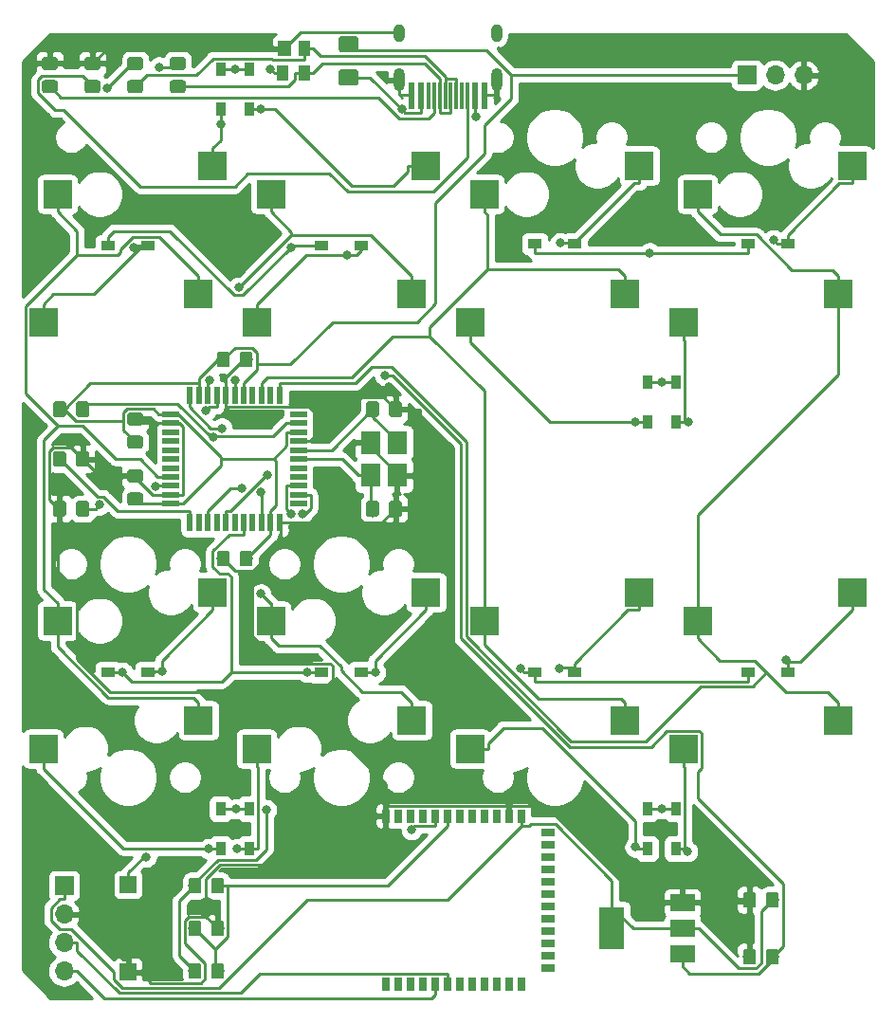
<source format=gbr>
G04 #@! TF.GenerationSoftware,KiCad,Pcbnew,(5.1.2)-2*
G04 #@! TF.CreationDate,2020-01-09T21:44:12+08:00*
G04 #@! TF.ProjectId,wingxx-receiver,77696e67-7878-42d7-9265-636569766572,rev?*
G04 #@! TF.SameCoordinates,Original*
G04 #@! TF.FileFunction,Copper,L2,Bot*
G04 #@! TF.FilePolarity,Positive*
%FSLAX46Y46*%
G04 Gerber Fmt 4.6, Leading zero omitted, Abs format (unit mm)*
G04 Created by KiCad (PCBNEW (5.1.2)-2) date 2020-01-09 21:44:12*
%MOMM*%
%LPD*%
G04 APERTURE LIST*
%ADD10R,1.500000X1.500000*%
%ADD11R,1.800000X2.100000*%
%ADD12C,0.100000*%
%ADD13C,1.425000*%
%ADD14C,1.150000*%
%ADD15R,1.500000X0.550000*%
%ADD16R,0.550000X1.500000*%
%ADD17R,1.000000X1.400000*%
%ADD18R,1.200000X1.400000*%
%ADD19R,0.698500X1.198880*%
%ADD20R,1.198880X0.698500*%
%ADD21R,0.600000X2.450000*%
%ADD22R,0.300000X2.450000*%
%ADD23O,1.000000X2.100000*%
%ADD24O,1.000000X1.600000*%
%ADD25R,2.200000X3.800000*%
%ADD26R,2.200000X1.500000*%
%ADD27O,1.700000X1.700000*%
%ADD28R,1.700000X1.700000*%
%ADD29R,2.550000X2.500000*%
%ADD30R,0.950000X1.300000*%
%ADD31R,1.300000X0.950000*%
%ADD32C,0.800000*%
%ADD33C,0.250000*%
%ADD34C,0.254000*%
G04 APERTURE END LIST*
D10*
X85725000Y-143600000D03*
X85725000Y-135800000D03*
D11*
X109735000Y-99240000D03*
X109735000Y-96340000D03*
X107435000Y-96340000D03*
X107435000Y-99240000D03*
D12*
G36*
X106059504Y-63006204D02*
G01*
X106083773Y-63009804D01*
X106107571Y-63015765D01*
X106130671Y-63024030D01*
X106152849Y-63034520D01*
X106173893Y-63047133D01*
X106193598Y-63061747D01*
X106211777Y-63078223D01*
X106228253Y-63096402D01*
X106242867Y-63116107D01*
X106255480Y-63137151D01*
X106265970Y-63159329D01*
X106274235Y-63182429D01*
X106280196Y-63206227D01*
X106283796Y-63230496D01*
X106285000Y-63255000D01*
X106285000Y-64180000D01*
X106283796Y-64204504D01*
X106280196Y-64228773D01*
X106274235Y-64252571D01*
X106265970Y-64275671D01*
X106255480Y-64297849D01*
X106242867Y-64318893D01*
X106228253Y-64338598D01*
X106211777Y-64356777D01*
X106193598Y-64373253D01*
X106173893Y-64387867D01*
X106152849Y-64400480D01*
X106130671Y-64410970D01*
X106107571Y-64419235D01*
X106083773Y-64425196D01*
X106059504Y-64428796D01*
X106035000Y-64430000D01*
X104785000Y-64430000D01*
X104760496Y-64428796D01*
X104736227Y-64425196D01*
X104712429Y-64419235D01*
X104689329Y-64410970D01*
X104667151Y-64400480D01*
X104646107Y-64387867D01*
X104626402Y-64373253D01*
X104608223Y-64356777D01*
X104591747Y-64338598D01*
X104577133Y-64318893D01*
X104564520Y-64297849D01*
X104554030Y-64275671D01*
X104545765Y-64252571D01*
X104539804Y-64228773D01*
X104536204Y-64204504D01*
X104535000Y-64180000D01*
X104535000Y-63255000D01*
X104536204Y-63230496D01*
X104539804Y-63206227D01*
X104545765Y-63182429D01*
X104554030Y-63159329D01*
X104564520Y-63137151D01*
X104577133Y-63116107D01*
X104591747Y-63096402D01*
X104608223Y-63078223D01*
X104626402Y-63061747D01*
X104646107Y-63047133D01*
X104667151Y-63034520D01*
X104689329Y-63024030D01*
X104712429Y-63015765D01*
X104736227Y-63009804D01*
X104760496Y-63006204D01*
X104785000Y-63005000D01*
X106035000Y-63005000D01*
X106059504Y-63006204D01*
X106059504Y-63006204D01*
G37*
D13*
X105410000Y-63717500D03*
D12*
G36*
X106059504Y-60031204D02*
G01*
X106083773Y-60034804D01*
X106107571Y-60040765D01*
X106130671Y-60049030D01*
X106152849Y-60059520D01*
X106173893Y-60072133D01*
X106193598Y-60086747D01*
X106211777Y-60103223D01*
X106228253Y-60121402D01*
X106242867Y-60141107D01*
X106255480Y-60162151D01*
X106265970Y-60184329D01*
X106274235Y-60207429D01*
X106280196Y-60231227D01*
X106283796Y-60255496D01*
X106285000Y-60280000D01*
X106285000Y-61205000D01*
X106283796Y-61229504D01*
X106280196Y-61253773D01*
X106274235Y-61277571D01*
X106265970Y-61300671D01*
X106255480Y-61322849D01*
X106242867Y-61343893D01*
X106228253Y-61363598D01*
X106211777Y-61381777D01*
X106193598Y-61398253D01*
X106173893Y-61412867D01*
X106152849Y-61425480D01*
X106130671Y-61435970D01*
X106107571Y-61444235D01*
X106083773Y-61450196D01*
X106059504Y-61453796D01*
X106035000Y-61455000D01*
X104785000Y-61455000D01*
X104760496Y-61453796D01*
X104736227Y-61450196D01*
X104712429Y-61444235D01*
X104689329Y-61435970D01*
X104667151Y-61425480D01*
X104646107Y-61412867D01*
X104626402Y-61398253D01*
X104608223Y-61381777D01*
X104591747Y-61363598D01*
X104577133Y-61343893D01*
X104564520Y-61322849D01*
X104554030Y-61300671D01*
X104545765Y-61277571D01*
X104539804Y-61253773D01*
X104536204Y-61229504D01*
X104535000Y-61205000D01*
X104535000Y-60280000D01*
X104536204Y-60255496D01*
X104539804Y-60231227D01*
X104545765Y-60207429D01*
X104554030Y-60184329D01*
X104564520Y-60162151D01*
X104577133Y-60141107D01*
X104591747Y-60121402D01*
X104608223Y-60103223D01*
X104626402Y-60086747D01*
X104646107Y-60072133D01*
X104667151Y-60059520D01*
X104689329Y-60049030D01*
X104712429Y-60040765D01*
X104736227Y-60034804D01*
X104760496Y-60031204D01*
X104785000Y-60030000D01*
X106035000Y-60030000D01*
X106059504Y-60031204D01*
X106059504Y-60031204D01*
G37*
D13*
X105410000Y-60742500D03*
D12*
G36*
X79969505Y-97091204D02*
G01*
X79993773Y-97094804D01*
X80017572Y-97100765D01*
X80040671Y-97109030D01*
X80062850Y-97119520D01*
X80083893Y-97132132D01*
X80103599Y-97146747D01*
X80121777Y-97163223D01*
X80138253Y-97181401D01*
X80152868Y-97201107D01*
X80165480Y-97222150D01*
X80175970Y-97244329D01*
X80184235Y-97267428D01*
X80190196Y-97291227D01*
X80193796Y-97315495D01*
X80195000Y-97339999D01*
X80195000Y-98240001D01*
X80193796Y-98264505D01*
X80190196Y-98288773D01*
X80184235Y-98312572D01*
X80175970Y-98335671D01*
X80165480Y-98357850D01*
X80152868Y-98378893D01*
X80138253Y-98398599D01*
X80121777Y-98416777D01*
X80103599Y-98433253D01*
X80083893Y-98447868D01*
X80062850Y-98460480D01*
X80040671Y-98470970D01*
X80017572Y-98479235D01*
X79993773Y-98485196D01*
X79969505Y-98488796D01*
X79945001Y-98490000D01*
X79294999Y-98490000D01*
X79270495Y-98488796D01*
X79246227Y-98485196D01*
X79222428Y-98479235D01*
X79199329Y-98470970D01*
X79177150Y-98460480D01*
X79156107Y-98447868D01*
X79136401Y-98433253D01*
X79118223Y-98416777D01*
X79101747Y-98398599D01*
X79087132Y-98378893D01*
X79074520Y-98357850D01*
X79064030Y-98335671D01*
X79055765Y-98312572D01*
X79049804Y-98288773D01*
X79046204Y-98264505D01*
X79045000Y-98240001D01*
X79045000Y-97339999D01*
X79046204Y-97315495D01*
X79049804Y-97291227D01*
X79055765Y-97267428D01*
X79064030Y-97244329D01*
X79074520Y-97222150D01*
X79087132Y-97201107D01*
X79101747Y-97181401D01*
X79118223Y-97163223D01*
X79136401Y-97146747D01*
X79156107Y-97132132D01*
X79177150Y-97119520D01*
X79199329Y-97109030D01*
X79222428Y-97100765D01*
X79246227Y-97094804D01*
X79270495Y-97091204D01*
X79294999Y-97090000D01*
X79945001Y-97090000D01*
X79969505Y-97091204D01*
X79969505Y-97091204D01*
G37*
D14*
X79620000Y-97790000D03*
D12*
G36*
X82019505Y-97091204D02*
G01*
X82043773Y-97094804D01*
X82067572Y-97100765D01*
X82090671Y-97109030D01*
X82112850Y-97119520D01*
X82133893Y-97132132D01*
X82153599Y-97146747D01*
X82171777Y-97163223D01*
X82188253Y-97181401D01*
X82202868Y-97201107D01*
X82215480Y-97222150D01*
X82225970Y-97244329D01*
X82234235Y-97267428D01*
X82240196Y-97291227D01*
X82243796Y-97315495D01*
X82245000Y-97339999D01*
X82245000Y-98240001D01*
X82243796Y-98264505D01*
X82240196Y-98288773D01*
X82234235Y-98312572D01*
X82225970Y-98335671D01*
X82215480Y-98357850D01*
X82202868Y-98378893D01*
X82188253Y-98398599D01*
X82171777Y-98416777D01*
X82153599Y-98433253D01*
X82133893Y-98447868D01*
X82112850Y-98460480D01*
X82090671Y-98470970D01*
X82067572Y-98479235D01*
X82043773Y-98485196D01*
X82019505Y-98488796D01*
X81995001Y-98490000D01*
X81344999Y-98490000D01*
X81320495Y-98488796D01*
X81296227Y-98485196D01*
X81272428Y-98479235D01*
X81249329Y-98470970D01*
X81227150Y-98460480D01*
X81206107Y-98447868D01*
X81186401Y-98433253D01*
X81168223Y-98416777D01*
X81151747Y-98398599D01*
X81137132Y-98378893D01*
X81124520Y-98357850D01*
X81114030Y-98335671D01*
X81105765Y-98312572D01*
X81099804Y-98288773D01*
X81096204Y-98264505D01*
X81095000Y-98240001D01*
X81095000Y-97339999D01*
X81096204Y-97315495D01*
X81099804Y-97291227D01*
X81105765Y-97267428D01*
X81114030Y-97244329D01*
X81124520Y-97222150D01*
X81137132Y-97201107D01*
X81151747Y-97181401D01*
X81168223Y-97163223D01*
X81186401Y-97146747D01*
X81206107Y-97132132D01*
X81227150Y-97119520D01*
X81249329Y-97109030D01*
X81272428Y-97100765D01*
X81296227Y-97094804D01*
X81320495Y-97091204D01*
X81344999Y-97090000D01*
X81995001Y-97090000D01*
X82019505Y-97091204D01*
X82019505Y-97091204D01*
G37*
D14*
X81670000Y-97790000D03*
D12*
G36*
X82019505Y-92646204D02*
G01*
X82043773Y-92649804D01*
X82067572Y-92655765D01*
X82090671Y-92664030D01*
X82112850Y-92674520D01*
X82133893Y-92687132D01*
X82153599Y-92701747D01*
X82171777Y-92718223D01*
X82188253Y-92736401D01*
X82202868Y-92756107D01*
X82215480Y-92777150D01*
X82225970Y-92799329D01*
X82234235Y-92822428D01*
X82240196Y-92846227D01*
X82243796Y-92870495D01*
X82245000Y-92894999D01*
X82245000Y-93795001D01*
X82243796Y-93819505D01*
X82240196Y-93843773D01*
X82234235Y-93867572D01*
X82225970Y-93890671D01*
X82215480Y-93912850D01*
X82202868Y-93933893D01*
X82188253Y-93953599D01*
X82171777Y-93971777D01*
X82153599Y-93988253D01*
X82133893Y-94002868D01*
X82112850Y-94015480D01*
X82090671Y-94025970D01*
X82067572Y-94034235D01*
X82043773Y-94040196D01*
X82019505Y-94043796D01*
X81995001Y-94045000D01*
X81344999Y-94045000D01*
X81320495Y-94043796D01*
X81296227Y-94040196D01*
X81272428Y-94034235D01*
X81249329Y-94025970D01*
X81227150Y-94015480D01*
X81206107Y-94002868D01*
X81186401Y-93988253D01*
X81168223Y-93971777D01*
X81151747Y-93953599D01*
X81137132Y-93933893D01*
X81124520Y-93912850D01*
X81114030Y-93890671D01*
X81105765Y-93867572D01*
X81099804Y-93843773D01*
X81096204Y-93819505D01*
X81095000Y-93795001D01*
X81095000Y-92894999D01*
X81096204Y-92870495D01*
X81099804Y-92846227D01*
X81105765Y-92822428D01*
X81114030Y-92799329D01*
X81124520Y-92777150D01*
X81137132Y-92756107D01*
X81151747Y-92736401D01*
X81168223Y-92718223D01*
X81186401Y-92701747D01*
X81206107Y-92687132D01*
X81227150Y-92674520D01*
X81249329Y-92664030D01*
X81272428Y-92655765D01*
X81296227Y-92649804D01*
X81320495Y-92646204D01*
X81344999Y-92645000D01*
X81995001Y-92645000D01*
X82019505Y-92646204D01*
X82019505Y-92646204D01*
G37*
D14*
X81670000Y-93345000D03*
D12*
G36*
X79969505Y-92646204D02*
G01*
X79993773Y-92649804D01*
X80017572Y-92655765D01*
X80040671Y-92664030D01*
X80062850Y-92674520D01*
X80083893Y-92687132D01*
X80103599Y-92701747D01*
X80121777Y-92718223D01*
X80138253Y-92736401D01*
X80152868Y-92756107D01*
X80165480Y-92777150D01*
X80175970Y-92799329D01*
X80184235Y-92822428D01*
X80190196Y-92846227D01*
X80193796Y-92870495D01*
X80195000Y-92894999D01*
X80195000Y-93795001D01*
X80193796Y-93819505D01*
X80190196Y-93843773D01*
X80184235Y-93867572D01*
X80175970Y-93890671D01*
X80165480Y-93912850D01*
X80152868Y-93933893D01*
X80138253Y-93953599D01*
X80121777Y-93971777D01*
X80103599Y-93988253D01*
X80083893Y-94002868D01*
X80062850Y-94015480D01*
X80040671Y-94025970D01*
X80017572Y-94034235D01*
X79993773Y-94040196D01*
X79969505Y-94043796D01*
X79945001Y-94045000D01*
X79294999Y-94045000D01*
X79270495Y-94043796D01*
X79246227Y-94040196D01*
X79222428Y-94034235D01*
X79199329Y-94025970D01*
X79177150Y-94015480D01*
X79156107Y-94002868D01*
X79136401Y-93988253D01*
X79118223Y-93971777D01*
X79101747Y-93953599D01*
X79087132Y-93933893D01*
X79074520Y-93912850D01*
X79064030Y-93890671D01*
X79055765Y-93867572D01*
X79049804Y-93843773D01*
X79046204Y-93819505D01*
X79045000Y-93795001D01*
X79045000Y-92894999D01*
X79046204Y-92870495D01*
X79049804Y-92846227D01*
X79055765Y-92822428D01*
X79064030Y-92799329D01*
X79074520Y-92777150D01*
X79087132Y-92756107D01*
X79101747Y-92736401D01*
X79118223Y-92718223D01*
X79136401Y-92701747D01*
X79156107Y-92687132D01*
X79177150Y-92674520D01*
X79199329Y-92664030D01*
X79222428Y-92655765D01*
X79246227Y-92649804D01*
X79270495Y-92646204D01*
X79294999Y-92645000D01*
X79945001Y-92645000D01*
X79969505Y-92646204D01*
X79969505Y-92646204D01*
G37*
D14*
X79620000Y-93345000D03*
D12*
G36*
X90644505Y-63951204D02*
G01*
X90668773Y-63954804D01*
X90692572Y-63960765D01*
X90715671Y-63969030D01*
X90737850Y-63979520D01*
X90758893Y-63992132D01*
X90778599Y-64006747D01*
X90796777Y-64023223D01*
X90813253Y-64041401D01*
X90827868Y-64061107D01*
X90840480Y-64082150D01*
X90850970Y-64104329D01*
X90859235Y-64127428D01*
X90865196Y-64151227D01*
X90868796Y-64175495D01*
X90870000Y-64199999D01*
X90870000Y-64850001D01*
X90868796Y-64874505D01*
X90865196Y-64898773D01*
X90859235Y-64922572D01*
X90850970Y-64945671D01*
X90840480Y-64967850D01*
X90827868Y-64988893D01*
X90813253Y-65008599D01*
X90796777Y-65026777D01*
X90778599Y-65043253D01*
X90758893Y-65057868D01*
X90737850Y-65070480D01*
X90715671Y-65080970D01*
X90692572Y-65089235D01*
X90668773Y-65095196D01*
X90644505Y-65098796D01*
X90620001Y-65100000D01*
X89719999Y-65100000D01*
X89695495Y-65098796D01*
X89671227Y-65095196D01*
X89647428Y-65089235D01*
X89624329Y-65080970D01*
X89602150Y-65070480D01*
X89581107Y-65057868D01*
X89561401Y-65043253D01*
X89543223Y-65026777D01*
X89526747Y-65008599D01*
X89512132Y-64988893D01*
X89499520Y-64967850D01*
X89489030Y-64945671D01*
X89480765Y-64922572D01*
X89474804Y-64898773D01*
X89471204Y-64874505D01*
X89470000Y-64850001D01*
X89470000Y-64199999D01*
X89471204Y-64175495D01*
X89474804Y-64151227D01*
X89480765Y-64127428D01*
X89489030Y-64104329D01*
X89499520Y-64082150D01*
X89512132Y-64061107D01*
X89526747Y-64041401D01*
X89543223Y-64023223D01*
X89561401Y-64006747D01*
X89581107Y-63992132D01*
X89602150Y-63979520D01*
X89624329Y-63969030D01*
X89647428Y-63960765D01*
X89671227Y-63954804D01*
X89695495Y-63951204D01*
X89719999Y-63950000D01*
X90620001Y-63950000D01*
X90644505Y-63951204D01*
X90644505Y-63951204D01*
G37*
D14*
X90170000Y-64525000D03*
D12*
G36*
X90644505Y-61901204D02*
G01*
X90668773Y-61904804D01*
X90692572Y-61910765D01*
X90715671Y-61919030D01*
X90737850Y-61929520D01*
X90758893Y-61942132D01*
X90778599Y-61956747D01*
X90796777Y-61973223D01*
X90813253Y-61991401D01*
X90827868Y-62011107D01*
X90840480Y-62032150D01*
X90850970Y-62054329D01*
X90859235Y-62077428D01*
X90865196Y-62101227D01*
X90868796Y-62125495D01*
X90870000Y-62149999D01*
X90870000Y-62800001D01*
X90868796Y-62824505D01*
X90865196Y-62848773D01*
X90859235Y-62872572D01*
X90850970Y-62895671D01*
X90840480Y-62917850D01*
X90827868Y-62938893D01*
X90813253Y-62958599D01*
X90796777Y-62976777D01*
X90778599Y-62993253D01*
X90758893Y-63007868D01*
X90737850Y-63020480D01*
X90715671Y-63030970D01*
X90692572Y-63039235D01*
X90668773Y-63045196D01*
X90644505Y-63048796D01*
X90620001Y-63050000D01*
X89719999Y-63050000D01*
X89695495Y-63048796D01*
X89671227Y-63045196D01*
X89647428Y-63039235D01*
X89624329Y-63030970D01*
X89602150Y-63020480D01*
X89581107Y-63007868D01*
X89561401Y-62993253D01*
X89543223Y-62976777D01*
X89526747Y-62958599D01*
X89512132Y-62938893D01*
X89499520Y-62917850D01*
X89489030Y-62895671D01*
X89480765Y-62872572D01*
X89474804Y-62848773D01*
X89471204Y-62824505D01*
X89470000Y-62800001D01*
X89470000Y-62149999D01*
X89471204Y-62125495D01*
X89474804Y-62101227D01*
X89480765Y-62077428D01*
X89489030Y-62054329D01*
X89499520Y-62032150D01*
X89512132Y-62011107D01*
X89526747Y-61991401D01*
X89543223Y-61973223D01*
X89561401Y-61956747D01*
X89581107Y-61942132D01*
X89602150Y-61929520D01*
X89624329Y-61919030D01*
X89647428Y-61910765D01*
X89671227Y-61904804D01*
X89695495Y-61901204D01*
X89719999Y-61900000D01*
X90620001Y-61900000D01*
X90644505Y-61901204D01*
X90644505Y-61901204D01*
G37*
D14*
X90170000Y-62475000D03*
D12*
G36*
X86834505Y-63951204D02*
G01*
X86858773Y-63954804D01*
X86882572Y-63960765D01*
X86905671Y-63969030D01*
X86927850Y-63979520D01*
X86948893Y-63992132D01*
X86968599Y-64006747D01*
X86986777Y-64023223D01*
X87003253Y-64041401D01*
X87017868Y-64061107D01*
X87030480Y-64082150D01*
X87040970Y-64104329D01*
X87049235Y-64127428D01*
X87055196Y-64151227D01*
X87058796Y-64175495D01*
X87060000Y-64199999D01*
X87060000Y-64850001D01*
X87058796Y-64874505D01*
X87055196Y-64898773D01*
X87049235Y-64922572D01*
X87040970Y-64945671D01*
X87030480Y-64967850D01*
X87017868Y-64988893D01*
X87003253Y-65008599D01*
X86986777Y-65026777D01*
X86968599Y-65043253D01*
X86948893Y-65057868D01*
X86927850Y-65070480D01*
X86905671Y-65080970D01*
X86882572Y-65089235D01*
X86858773Y-65095196D01*
X86834505Y-65098796D01*
X86810001Y-65100000D01*
X85909999Y-65100000D01*
X85885495Y-65098796D01*
X85861227Y-65095196D01*
X85837428Y-65089235D01*
X85814329Y-65080970D01*
X85792150Y-65070480D01*
X85771107Y-65057868D01*
X85751401Y-65043253D01*
X85733223Y-65026777D01*
X85716747Y-65008599D01*
X85702132Y-64988893D01*
X85689520Y-64967850D01*
X85679030Y-64945671D01*
X85670765Y-64922572D01*
X85664804Y-64898773D01*
X85661204Y-64874505D01*
X85660000Y-64850001D01*
X85660000Y-64199999D01*
X85661204Y-64175495D01*
X85664804Y-64151227D01*
X85670765Y-64127428D01*
X85679030Y-64104329D01*
X85689520Y-64082150D01*
X85702132Y-64061107D01*
X85716747Y-64041401D01*
X85733223Y-64023223D01*
X85751401Y-64006747D01*
X85771107Y-63992132D01*
X85792150Y-63979520D01*
X85814329Y-63969030D01*
X85837428Y-63960765D01*
X85861227Y-63954804D01*
X85885495Y-63951204D01*
X85909999Y-63950000D01*
X86810001Y-63950000D01*
X86834505Y-63951204D01*
X86834505Y-63951204D01*
G37*
D14*
X86360000Y-64525000D03*
D12*
G36*
X86834505Y-61901204D02*
G01*
X86858773Y-61904804D01*
X86882572Y-61910765D01*
X86905671Y-61919030D01*
X86927850Y-61929520D01*
X86948893Y-61942132D01*
X86968599Y-61956747D01*
X86986777Y-61973223D01*
X87003253Y-61991401D01*
X87017868Y-62011107D01*
X87030480Y-62032150D01*
X87040970Y-62054329D01*
X87049235Y-62077428D01*
X87055196Y-62101227D01*
X87058796Y-62125495D01*
X87060000Y-62149999D01*
X87060000Y-62800001D01*
X87058796Y-62824505D01*
X87055196Y-62848773D01*
X87049235Y-62872572D01*
X87040970Y-62895671D01*
X87030480Y-62917850D01*
X87017868Y-62938893D01*
X87003253Y-62958599D01*
X86986777Y-62976777D01*
X86968599Y-62993253D01*
X86948893Y-63007868D01*
X86927850Y-63020480D01*
X86905671Y-63030970D01*
X86882572Y-63039235D01*
X86858773Y-63045196D01*
X86834505Y-63048796D01*
X86810001Y-63050000D01*
X85909999Y-63050000D01*
X85885495Y-63048796D01*
X85861227Y-63045196D01*
X85837428Y-63039235D01*
X85814329Y-63030970D01*
X85792150Y-63020480D01*
X85771107Y-63007868D01*
X85751401Y-62993253D01*
X85733223Y-62976777D01*
X85716747Y-62958599D01*
X85702132Y-62938893D01*
X85689520Y-62917850D01*
X85679030Y-62895671D01*
X85670765Y-62872572D01*
X85664804Y-62848773D01*
X85661204Y-62824505D01*
X85660000Y-62800001D01*
X85660000Y-62149999D01*
X85661204Y-62125495D01*
X85664804Y-62101227D01*
X85670765Y-62077428D01*
X85679030Y-62054329D01*
X85689520Y-62032150D01*
X85702132Y-62011107D01*
X85716747Y-61991401D01*
X85733223Y-61973223D01*
X85751401Y-61956747D01*
X85771107Y-61942132D01*
X85792150Y-61929520D01*
X85814329Y-61919030D01*
X85837428Y-61910765D01*
X85861227Y-61904804D01*
X85885495Y-61901204D01*
X85909999Y-61900000D01*
X86810001Y-61900000D01*
X86834505Y-61901204D01*
X86834505Y-61901204D01*
G37*
D14*
X86360000Y-62475000D03*
D12*
G36*
X83024505Y-63951204D02*
G01*
X83048773Y-63954804D01*
X83072572Y-63960765D01*
X83095671Y-63969030D01*
X83117850Y-63979520D01*
X83138893Y-63992132D01*
X83158599Y-64006747D01*
X83176777Y-64023223D01*
X83193253Y-64041401D01*
X83207868Y-64061107D01*
X83220480Y-64082150D01*
X83230970Y-64104329D01*
X83239235Y-64127428D01*
X83245196Y-64151227D01*
X83248796Y-64175495D01*
X83250000Y-64199999D01*
X83250000Y-64850001D01*
X83248796Y-64874505D01*
X83245196Y-64898773D01*
X83239235Y-64922572D01*
X83230970Y-64945671D01*
X83220480Y-64967850D01*
X83207868Y-64988893D01*
X83193253Y-65008599D01*
X83176777Y-65026777D01*
X83158599Y-65043253D01*
X83138893Y-65057868D01*
X83117850Y-65070480D01*
X83095671Y-65080970D01*
X83072572Y-65089235D01*
X83048773Y-65095196D01*
X83024505Y-65098796D01*
X83000001Y-65100000D01*
X82099999Y-65100000D01*
X82075495Y-65098796D01*
X82051227Y-65095196D01*
X82027428Y-65089235D01*
X82004329Y-65080970D01*
X81982150Y-65070480D01*
X81961107Y-65057868D01*
X81941401Y-65043253D01*
X81923223Y-65026777D01*
X81906747Y-65008599D01*
X81892132Y-64988893D01*
X81879520Y-64967850D01*
X81869030Y-64945671D01*
X81860765Y-64922572D01*
X81854804Y-64898773D01*
X81851204Y-64874505D01*
X81850000Y-64850001D01*
X81850000Y-64199999D01*
X81851204Y-64175495D01*
X81854804Y-64151227D01*
X81860765Y-64127428D01*
X81869030Y-64104329D01*
X81879520Y-64082150D01*
X81892132Y-64061107D01*
X81906747Y-64041401D01*
X81923223Y-64023223D01*
X81941401Y-64006747D01*
X81961107Y-63992132D01*
X81982150Y-63979520D01*
X82004329Y-63969030D01*
X82027428Y-63960765D01*
X82051227Y-63954804D01*
X82075495Y-63951204D01*
X82099999Y-63950000D01*
X83000001Y-63950000D01*
X83024505Y-63951204D01*
X83024505Y-63951204D01*
G37*
D14*
X82550000Y-64525000D03*
D12*
G36*
X83024505Y-61901204D02*
G01*
X83048773Y-61904804D01*
X83072572Y-61910765D01*
X83095671Y-61919030D01*
X83117850Y-61929520D01*
X83138893Y-61942132D01*
X83158599Y-61956747D01*
X83176777Y-61973223D01*
X83193253Y-61991401D01*
X83207868Y-62011107D01*
X83220480Y-62032150D01*
X83230970Y-62054329D01*
X83239235Y-62077428D01*
X83245196Y-62101227D01*
X83248796Y-62125495D01*
X83250000Y-62149999D01*
X83250000Y-62800001D01*
X83248796Y-62824505D01*
X83245196Y-62848773D01*
X83239235Y-62872572D01*
X83230970Y-62895671D01*
X83220480Y-62917850D01*
X83207868Y-62938893D01*
X83193253Y-62958599D01*
X83176777Y-62976777D01*
X83158599Y-62993253D01*
X83138893Y-63007868D01*
X83117850Y-63020480D01*
X83095671Y-63030970D01*
X83072572Y-63039235D01*
X83048773Y-63045196D01*
X83024505Y-63048796D01*
X83000001Y-63050000D01*
X82099999Y-63050000D01*
X82075495Y-63048796D01*
X82051227Y-63045196D01*
X82027428Y-63039235D01*
X82004329Y-63030970D01*
X81982150Y-63020480D01*
X81961107Y-63007868D01*
X81941401Y-62993253D01*
X81923223Y-62976777D01*
X81906747Y-62958599D01*
X81892132Y-62938893D01*
X81879520Y-62917850D01*
X81869030Y-62895671D01*
X81860765Y-62872572D01*
X81854804Y-62848773D01*
X81851204Y-62824505D01*
X81850000Y-62800001D01*
X81850000Y-62149999D01*
X81851204Y-62125495D01*
X81854804Y-62101227D01*
X81860765Y-62077428D01*
X81869030Y-62054329D01*
X81879520Y-62032150D01*
X81892132Y-62011107D01*
X81906747Y-61991401D01*
X81923223Y-61973223D01*
X81941401Y-61956747D01*
X81961107Y-61942132D01*
X81982150Y-61929520D01*
X82004329Y-61919030D01*
X82027428Y-61910765D01*
X82051227Y-61904804D01*
X82075495Y-61901204D01*
X82099999Y-61900000D01*
X83000001Y-61900000D01*
X83024505Y-61901204D01*
X83024505Y-61901204D01*
G37*
D14*
X82550000Y-62475000D03*
D12*
G36*
X79214505Y-63951204D02*
G01*
X79238773Y-63954804D01*
X79262572Y-63960765D01*
X79285671Y-63969030D01*
X79307850Y-63979520D01*
X79328893Y-63992132D01*
X79348599Y-64006747D01*
X79366777Y-64023223D01*
X79383253Y-64041401D01*
X79397868Y-64061107D01*
X79410480Y-64082150D01*
X79420970Y-64104329D01*
X79429235Y-64127428D01*
X79435196Y-64151227D01*
X79438796Y-64175495D01*
X79440000Y-64199999D01*
X79440000Y-64850001D01*
X79438796Y-64874505D01*
X79435196Y-64898773D01*
X79429235Y-64922572D01*
X79420970Y-64945671D01*
X79410480Y-64967850D01*
X79397868Y-64988893D01*
X79383253Y-65008599D01*
X79366777Y-65026777D01*
X79348599Y-65043253D01*
X79328893Y-65057868D01*
X79307850Y-65070480D01*
X79285671Y-65080970D01*
X79262572Y-65089235D01*
X79238773Y-65095196D01*
X79214505Y-65098796D01*
X79190001Y-65100000D01*
X78289999Y-65100000D01*
X78265495Y-65098796D01*
X78241227Y-65095196D01*
X78217428Y-65089235D01*
X78194329Y-65080970D01*
X78172150Y-65070480D01*
X78151107Y-65057868D01*
X78131401Y-65043253D01*
X78113223Y-65026777D01*
X78096747Y-65008599D01*
X78082132Y-64988893D01*
X78069520Y-64967850D01*
X78059030Y-64945671D01*
X78050765Y-64922572D01*
X78044804Y-64898773D01*
X78041204Y-64874505D01*
X78040000Y-64850001D01*
X78040000Y-64199999D01*
X78041204Y-64175495D01*
X78044804Y-64151227D01*
X78050765Y-64127428D01*
X78059030Y-64104329D01*
X78069520Y-64082150D01*
X78082132Y-64061107D01*
X78096747Y-64041401D01*
X78113223Y-64023223D01*
X78131401Y-64006747D01*
X78151107Y-63992132D01*
X78172150Y-63979520D01*
X78194329Y-63969030D01*
X78217428Y-63960765D01*
X78241227Y-63954804D01*
X78265495Y-63951204D01*
X78289999Y-63950000D01*
X79190001Y-63950000D01*
X79214505Y-63951204D01*
X79214505Y-63951204D01*
G37*
D14*
X78740000Y-64525000D03*
D12*
G36*
X79214505Y-61901204D02*
G01*
X79238773Y-61904804D01*
X79262572Y-61910765D01*
X79285671Y-61919030D01*
X79307850Y-61929520D01*
X79328893Y-61942132D01*
X79348599Y-61956747D01*
X79366777Y-61973223D01*
X79383253Y-61991401D01*
X79397868Y-62011107D01*
X79410480Y-62032150D01*
X79420970Y-62054329D01*
X79429235Y-62077428D01*
X79435196Y-62101227D01*
X79438796Y-62125495D01*
X79440000Y-62149999D01*
X79440000Y-62800001D01*
X79438796Y-62824505D01*
X79435196Y-62848773D01*
X79429235Y-62872572D01*
X79420970Y-62895671D01*
X79410480Y-62917850D01*
X79397868Y-62938893D01*
X79383253Y-62958599D01*
X79366777Y-62976777D01*
X79348599Y-62993253D01*
X79328893Y-63007868D01*
X79307850Y-63020480D01*
X79285671Y-63030970D01*
X79262572Y-63039235D01*
X79238773Y-63045196D01*
X79214505Y-63048796D01*
X79190001Y-63050000D01*
X78289999Y-63050000D01*
X78265495Y-63048796D01*
X78241227Y-63045196D01*
X78217428Y-63039235D01*
X78194329Y-63030970D01*
X78172150Y-63020480D01*
X78151107Y-63007868D01*
X78131401Y-62993253D01*
X78113223Y-62976777D01*
X78096747Y-62958599D01*
X78082132Y-62938893D01*
X78069520Y-62917850D01*
X78059030Y-62895671D01*
X78050765Y-62872572D01*
X78044804Y-62848773D01*
X78041204Y-62824505D01*
X78040000Y-62800001D01*
X78040000Y-62149999D01*
X78041204Y-62125495D01*
X78044804Y-62101227D01*
X78050765Y-62077428D01*
X78059030Y-62054329D01*
X78069520Y-62032150D01*
X78082132Y-62011107D01*
X78096747Y-61991401D01*
X78113223Y-61973223D01*
X78131401Y-61956747D01*
X78151107Y-61942132D01*
X78172150Y-61929520D01*
X78194329Y-61919030D01*
X78217428Y-61910765D01*
X78241227Y-61904804D01*
X78265495Y-61901204D01*
X78289999Y-61900000D01*
X79190001Y-61900000D01*
X79214505Y-61901204D01*
X79214505Y-61901204D01*
G37*
D14*
X78740000Y-62475000D03*
D12*
G36*
X141564505Y-136461204D02*
G01*
X141588773Y-136464804D01*
X141612572Y-136470765D01*
X141635671Y-136479030D01*
X141657850Y-136489520D01*
X141678893Y-136502132D01*
X141698599Y-136516747D01*
X141716777Y-136533223D01*
X141733253Y-136551401D01*
X141747868Y-136571107D01*
X141760480Y-136592150D01*
X141770970Y-136614329D01*
X141779235Y-136637428D01*
X141785196Y-136661227D01*
X141788796Y-136685495D01*
X141790000Y-136709999D01*
X141790000Y-137610001D01*
X141788796Y-137634505D01*
X141785196Y-137658773D01*
X141779235Y-137682572D01*
X141770970Y-137705671D01*
X141760480Y-137727850D01*
X141747868Y-137748893D01*
X141733253Y-137768599D01*
X141716777Y-137786777D01*
X141698599Y-137803253D01*
X141678893Y-137817868D01*
X141657850Y-137830480D01*
X141635671Y-137840970D01*
X141612572Y-137849235D01*
X141588773Y-137855196D01*
X141564505Y-137858796D01*
X141540001Y-137860000D01*
X140889999Y-137860000D01*
X140865495Y-137858796D01*
X140841227Y-137855196D01*
X140817428Y-137849235D01*
X140794329Y-137840970D01*
X140772150Y-137830480D01*
X140751107Y-137817868D01*
X140731401Y-137803253D01*
X140713223Y-137786777D01*
X140696747Y-137768599D01*
X140682132Y-137748893D01*
X140669520Y-137727850D01*
X140659030Y-137705671D01*
X140650765Y-137682572D01*
X140644804Y-137658773D01*
X140641204Y-137634505D01*
X140640000Y-137610001D01*
X140640000Y-136709999D01*
X140641204Y-136685495D01*
X140644804Y-136661227D01*
X140650765Y-136637428D01*
X140659030Y-136614329D01*
X140669520Y-136592150D01*
X140682132Y-136571107D01*
X140696747Y-136551401D01*
X140713223Y-136533223D01*
X140731401Y-136516747D01*
X140751107Y-136502132D01*
X140772150Y-136489520D01*
X140794329Y-136479030D01*
X140817428Y-136470765D01*
X140841227Y-136464804D01*
X140865495Y-136461204D01*
X140889999Y-136460000D01*
X141540001Y-136460000D01*
X141564505Y-136461204D01*
X141564505Y-136461204D01*
G37*
D14*
X141215000Y-137160000D03*
D12*
G36*
X143614505Y-136461204D02*
G01*
X143638773Y-136464804D01*
X143662572Y-136470765D01*
X143685671Y-136479030D01*
X143707850Y-136489520D01*
X143728893Y-136502132D01*
X143748599Y-136516747D01*
X143766777Y-136533223D01*
X143783253Y-136551401D01*
X143797868Y-136571107D01*
X143810480Y-136592150D01*
X143820970Y-136614329D01*
X143829235Y-136637428D01*
X143835196Y-136661227D01*
X143838796Y-136685495D01*
X143840000Y-136709999D01*
X143840000Y-137610001D01*
X143838796Y-137634505D01*
X143835196Y-137658773D01*
X143829235Y-137682572D01*
X143820970Y-137705671D01*
X143810480Y-137727850D01*
X143797868Y-137748893D01*
X143783253Y-137768599D01*
X143766777Y-137786777D01*
X143748599Y-137803253D01*
X143728893Y-137817868D01*
X143707850Y-137830480D01*
X143685671Y-137840970D01*
X143662572Y-137849235D01*
X143638773Y-137855196D01*
X143614505Y-137858796D01*
X143590001Y-137860000D01*
X142939999Y-137860000D01*
X142915495Y-137858796D01*
X142891227Y-137855196D01*
X142867428Y-137849235D01*
X142844329Y-137840970D01*
X142822150Y-137830480D01*
X142801107Y-137817868D01*
X142781401Y-137803253D01*
X142763223Y-137786777D01*
X142746747Y-137768599D01*
X142732132Y-137748893D01*
X142719520Y-137727850D01*
X142709030Y-137705671D01*
X142700765Y-137682572D01*
X142694804Y-137658773D01*
X142691204Y-137634505D01*
X142690000Y-137610001D01*
X142690000Y-136709999D01*
X142691204Y-136685495D01*
X142694804Y-136661227D01*
X142700765Y-136637428D01*
X142709030Y-136614329D01*
X142719520Y-136592150D01*
X142732132Y-136571107D01*
X142746747Y-136551401D01*
X142763223Y-136533223D01*
X142781401Y-136516747D01*
X142801107Y-136502132D01*
X142822150Y-136489520D01*
X142844329Y-136479030D01*
X142867428Y-136470765D01*
X142891227Y-136464804D01*
X142915495Y-136461204D01*
X142939999Y-136460000D01*
X143590001Y-136460000D01*
X143614505Y-136461204D01*
X143614505Y-136461204D01*
G37*
D14*
X143265000Y-137160000D03*
D12*
G36*
X141564505Y-141541204D02*
G01*
X141588773Y-141544804D01*
X141612572Y-141550765D01*
X141635671Y-141559030D01*
X141657850Y-141569520D01*
X141678893Y-141582132D01*
X141698599Y-141596747D01*
X141716777Y-141613223D01*
X141733253Y-141631401D01*
X141747868Y-141651107D01*
X141760480Y-141672150D01*
X141770970Y-141694329D01*
X141779235Y-141717428D01*
X141785196Y-141741227D01*
X141788796Y-141765495D01*
X141790000Y-141789999D01*
X141790000Y-142690001D01*
X141788796Y-142714505D01*
X141785196Y-142738773D01*
X141779235Y-142762572D01*
X141770970Y-142785671D01*
X141760480Y-142807850D01*
X141747868Y-142828893D01*
X141733253Y-142848599D01*
X141716777Y-142866777D01*
X141698599Y-142883253D01*
X141678893Y-142897868D01*
X141657850Y-142910480D01*
X141635671Y-142920970D01*
X141612572Y-142929235D01*
X141588773Y-142935196D01*
X141564505Y-142938796D01*
X141540001Y-142940000D01*
X140889999Y-142940000D01*
X140865495Y-142938796D01*
X140841227Y-142935196D01*
X140817428Y-142929235D01*
X140794329Y-142920970D01*
X140772150Y-142910480D01*
X140751107Y-142897868D01*
X140731401Y-142883253D01*
X140713223Y-142866777D01*
X140696747Y-142848599D01*
X140682132Y-142828893D01*
X140669520Y-142807850D01*
X140659030Y-142785671D01*
X140650765Y-142762572D01*
X140644804Y-142738773D01*
X140641204Y-142714505D01*
X140640000Y-142690001D01*
X140640000Y-141789999D01*
X140641204Y-141765495D01*
X140644804Y-141741227D01*
X140650765Y-141717428D01*
X140659030Y-141694329D01*
X140669520Y-141672150D01*
X140682132Y-141651107D01*
X140696747Y-141631401D01*
X140713223Y-141613223D01*
X140731401Y-141596747D01*
X140751107Y-141582132D01*
X140772150Y-141569520D01*
X140794329Y-141559030D01*
X140817428Y-141550765D01*
X140841227Y-141544804D01*
X140865495Y-141541204D01*
X140889999Y-141540000D01*
X141540001Y-141540000D01*
X141564505Y-141541204D01*
X141564505Y-141541204D01*
G37*
D14*
X141215000Y-142240000D03*
D12*
G36*
X143614505Y-141541204D02*
G01*
X143638773Y-141544804D01*
X143662572Y-141550765D01*
X143685671Y-141559030D01*
X143707850Y-141569520D01*
X143728893Y-141582132D01*
X143748599Y-141596747D01*
X143766777Y-141613223D01*
X143783253Y-141631401D01*
X143797868Y-141651107D01*
X143810480Y-141672150D01*
X143820970Y-141694329D01*
X143829235Y-141717428D01*
X143835196Y-141741227D01*
X143838796Y-141765495D01*
X143840000Y-141789999D01*
X143840000Y-142690001D01*
X143838796Y-142714505D01*
X143835196Y-142738773D01*
X143829235Y-142762572D01*
X143820970Y-142785671D01*
X143810480Y-142807850D01*
X143797868Y-142828893D01*
X143783253Y-142848599D01*
X143766777Y-142866777D01*
X143748599Y-142883253D01*
X143728893Y-142897868D01*
X143707850Y-142910480D01*
X143685671Y-142920970D01*
X143662572Y-142929235D01*
X143638773Y-142935196D01*
X143614505Y-142938796D01*
X143590001Y-142940000D01*
X142939999Y-142940000D01*
X142915495Y-142938796D01*
X142891227Y-142935196D01*
X142867428Y-142929235D01*
X142844329Y-142920970D01*
X142822150Y-142910480D01*
X142801107Y-142897868D01*
X142781401Y-142883253D01*
X142763223Y-142866777D01*
X142746747Y-142848599D01*
X142732132Y-142828893D01*
X142719520Y-142807850D01*
X142709030Y-142785671D01*
X142700765Y-142762572D01*
X142694804Y-142738773D01*
X142691204Y-142714505D01*
X142690000Y-142690001D01*
X142690000Y-141789999D01*
X142691204Y-141765495D01*
X142694804Y-141741227D01*
X142700765Y-141717428D01*
X142709030Y-141694329D01*
X142719520Y-141672150D01*
X142732132Y-141651107D01*
X142746747Y-141631401D01*
X142763223Y-141613223D01*
X142781401Y-141596747D01*
X142801107Y-141582132D01*
X142822150Y-141569520D01*
X142844329Y-141559030D01*
X142867428Y-141550765D01*
X142891227Y-141544804D01*
X142915495Y-141541204D01*
X142939999Y-141540000D01*
X143590001Y-141540000D01*
X143614505Y-141541204D01*
X143614505Y-141541204D01*
G37*
D14*
X143265000Y-142240000D03*
D12*
G36*
X86834505Y-100781204D02*
G01*
X86858773Y-100784804D01*
X86882572Y-100790765D01*
X86905671Y-100799030D01*
X86927850Y-100809520D01*
X86948893Y-100822132D01*
X86968599Y-100836747D01*
X86986777Y-100853223D01*
X87003253Y-100871401D01*
X87017868Y-100891107D01*
X87030480Y-100912150D01*
X87040970Y-100934329D01*
X87049235Y-100957428D01*
X87055196Y-100981227D01*
X87058796Y-101005495D01*
X87060000Y-101029999D01*
X87060000Y-101680001D01*
X87058796Y-101704505D01*
X87055196Y-101728773D01*
X87049235Y-101752572D01*
X87040970Y-101775671D01*
X87030480Y-101797850D01*
X87017868Y-101818893D01*
X87003253Y-101838599D01*
X86986777Y-101856777D01*
X86968599Y-101873253D01*
X86948893Y-101887868D01*
X86927850Y-101900480D01*
X86905671Y-101910970D01*
X86882572Y-101919235D01*
X86858773Y-101925196D01*
X86834505Y-101928796D01*
X86810001Y-101930000D01*
X85909999Y-101930000D01*
X85885495Y-101928796D01*
X85861227Y-101925196D01*
X85837428Y-101919235D01*
X85814329Y-101910970D01*
X85792150Y-101900480D01*
X85771107Y-101887868D01*
X85751401Y-101873253D01*
X85733223Y-101856777D01*
X85716747Y-101838599D01*
X85702132Y-101818893D01*
X85689520Y-101797850D01*
X85679030Y-101775671D01*
X85670765Y-101752572D01*
X85664804Y-101728773D01*
X85661204Y-101704505D01*
X85660000Y-101680001D01*
X85660000Y-101029999D01*
X85661204Y-101005495D01*
X85664804Y-100981227D01*
X85670765Y-100957428D01*
X85679030Y-100934329D01*
X85689520Y-100912150D01*
X85702132Y-100891107D01*
X85716747Y-100871401D01*
X85733223Y-100853223D01*
X85751401Y-100836747D01*
X85771107Y-100822132D01*
X85792150Y-100809520D01*
X85814329Y-100799030D01*
X85837428Y-100790765D01*
X85861227Y-100784804D01*
X85885495Y-100781204D01*
X85909999Y-100780000D01*
X86810001Y-100780000D01*
X86834505Y-100781204D01*
X86834505Y-100781204D01*
G37*
D14*
X86360000Y-101355000D03*
D12*
G36*
X86834505Y-98731204D02*
G01*
X86858773Y-98734804D01*
X86882572Y-98740765D01*
X86905671Y-98749030D01*
X86927850Y-98759520D01*
X86948893Y-98772132D01*
X86968599Y-98786747D01*
X86986777Y-98803223D01*
X87003253Y-98821401D01*
X87017868Y-98841107D01*
X87030480Y-98862150D01*
X87040970Y-98884329D01*
X87049235Y-98907428D01*
X87055196Y-98931227D01*
X87058796Y-98955495D01*
X87060000Y-98979999D01*
X87060000Y-99630001D01*
X87058796Y-99654505D01*
X87055196Y-99678773D01*
X87049235Y-99702572D01*
X87040970Y-99725671D01*
X87030480Y-99747850D01*
X87017868Y-99768893D01*
X87003253Y-99788599D01*
X86986777Y-99806777D01*
X86968599Y-99823253D01*
X86948893Y-99837868D01*
X86927850Y-99850480D01*
X86905671Y-99860970D01*
X86882572Y-99869235D01*
X86858773Y-99875196D01*
X86834505Y-99878796D01*
X86810001Y-99880000D01*
X85909999Y-99880000D01*
X85885495Y-99878796D01*
X85861227Y-99875196D01*
X85837428Y-99869235D01*
X85814329Y-99860970D01*
X85792150Y-99850480D01*
X85771107Y-99837868D01*
X85751401Y-99823253D01*
X85733223Y-99806777D01*
X85716747Y-99788599D01*
X85702132Y-99768893D01*
X85689520Y-99747850D01*
X85679030Y-99725671D01*
X85670765Y-99702572D01*
X85664804Y-99678773D01*
X85661204Y-99654505D01*
X85660000Y-99630001D01*
X85660000Y-98979999D01*
X85661204Y-98955495D01*
X85664804Y-98931227D01*
X85670765Y-98907428D01*
X85679030Y-98884329D01*
X85689520Y-98862150D01*
X85702132Y-98841107D01*
X85716747Y-98821401D01*
X85733223Y-98803223D01*
X85751401Y-98786747D01*
X85771107Y-98772132D01*
X85792150Y-98759520D01*
X85814329Y-98749030D01*
X85837428Y-98740765D01*
X85861227Y-98734804D01*
X85885495Y-98731204D01*
X85909999Y-98730000D01*
X86810001Y-98730000D01*
X86834505Y-98731204D01*
X86834505Y-98731204D01*
G37*
D14*
X86360000Y-99305000D03*
D12*
G36*
X86834505Y-95701204D02*
G01*
X86858773Y-95704804D01*
X86882572Y-95710765D01*
X86905671Y-95719030D01*
X86927850Y-95729520D01*
X86948893Y-95742132D01*
X86968599Y-95756747D01*
X86986777Y-95773223D01*
X87003253Y-95791401D01*
X87017868Y-95811107D01*
X87030480Y-95832150D01*
X87040970Y-95854329D01*
X87049235Y-95877428D01*
X87055196Y-95901227D01*
X87058796Y-95925495D01*
X87060000Y-95949999D01*
X87060000Y-96600001D01*
X87058796Y-96624505D01*
X87055196Y-96648773D01*
X87049235Y-96672572D01*
X87040970Y-96695671D01*
X87030480Y-96717850D01*
X87017868Y-96738893D01*
X87003253Y-96758599D01*
X86986777Y-96776777D01*
X86968599Y-96793253D01*
X86948893Y-96807868D01*
X86927850Y-96820480D01*
X86905671Y-96830970D01*
X86882572Y-96839235D01*
X86858773Y-96845196D01*
X86834505Y-96848796D01*
X86810001Y-96850000D01*
X85909999Y-96850000D01*
X85885495Y-96848796D01*
X85861227Y-96845196D01*
X85837428Y-96839235D01*
X85814329Y-96830970D01*
X85792150Y-96820480D01*
X85771107Y-96807868D01*
X85751401Y-96793253D01*
X85733223Y-96776777D01*
X85716747Y-96758599D01*
X85702132Y-96738893D01*
X85689520Y-96717850D01*
X85679030Y-96695671D01*
X85670765Y-96672572D01*
X85664804Y-96648773D01*
X85661204Y-96624505D01*
X85660000Y-96600001D01*
X85660000Y-95949999D01*
X85661204Y-95925495D01*
X85664804Y-95901227D01*
X85670765Y-95877428D01*
X85679030Y-95854329D01*
X85689520Y-95832150D01*
X85702132Y-95811107D01*
X85716747Y-95791401D01*
X85733223Y-95773223D01*
X85751401Y-95756747D01*
X85771107Y-95742132D01*
X85792150Y-95729520D01*
X85814329Y-95719030D01*
X85837428Y-95710765D01*
X85861227Y-95704804D01*
X85885495Y-95701204D01*
X85909999Y-95700000D01*
X86810001Y-95700000D01*
X86834505Y-95701204D01*
X86834505Y-95701204D01*
G37*
D14*
X86360000Y-96275000D03*
D12*
G36*
X86834505Y-93651204D02*
G01*
X86858773Y-93654804D01*
X86882572Y-93660765D01*
X86905671Y-93669030D01*
X86927850Y-93679520D01*
X86948893Y-93692132D01*
X86968599Y-93706747D01*
X86986777Y-93723223D01*
X87003253Y-93741401D01*
X87017868Y-93761107D01*
X87030480Y-93782150D01*
X87040970Y-93804329D01*
X87049235Y-93827428D01*
X87055196Y-93851227D01*
X87058796Y-93875495D01*
X87060000Y-93899999D01*
X87060000Y-94550001D01*
X87058796Y-94574505D01*
X87055196Y-94598773D01*
X87049235Y-94622572D01*
X87040970Y-94645671D01*
X87030480Y-94667850D01*
X87017868Y-94688893D01*
X87003253Y-94708599D01*
X86986777Y-94726777D01*
X86968599Y-94743253D01*
X86948893Y-94757868D01*
X86927850Y-94770480D01*
X86905671Y-94780970D01*
X86882572Y-94789235D01*
X86858773Y-94795196D01*
X86834505Y-94798796D01*
X86810001Y-94800000D01*
X85909999Y-94800000D01*
X85885495Y-94798796D01*
X85861227Y-94795196D01*
X85837428Y-94789235D01*
X85814329Y-94780970D01*
X85792150Y-94770480D01*
X85771107Y-94757868D01*
X85751401Y-94743253D01*
X85733223Y-94726777D01*
X85716747Y-94708599D01*
X85702132Y-94688893D01*
X85689520Y-94667850D01*
X85679030Y-94645671D01*
X85670765Y-94622572D01*
X85664804Y-94598773D01*
X85661204Y-94574505D01*
X85660000Y-94550001D01*
X85660000Y-93899999D01*
X85661204Y-93875495D01*
X85664804Y-93851227D01*
X85670765Y-93827428D01*
X85679030Y-93804329D01*
X85689520Y-93782150D01*
X85702132Y-93761107D01*
X85716747Y-93741401D01*
X85733223Y-93723223D01*
X85751401Y-93706747D01*
X85771107Y-93692132D01*
X85792150Y-93679520D01*
X85814329Y-93669030D01*
X85837428Y-93660765D01*
X85861227Y-93654804D01*
X85885495Y-93651204D01*
X85909999Y-93650000D01*
X86810001Y-93650000D01*
X86834505Y-93651204D01*
X86834505Y-93651204D01*
G37*
D14*
X86360000Y-94225000D03*
D12*
G36*
X96624505Y-105981204D02*
G01*
X96648773Y-105984804D01*
X96672572Y-105990765D01*
X96695671Y-105999030D01*
X96717850Y-106009520D01*
X96738893Y-106022132D01*
X96758599Y-106036747D01*
X96776777Y-106053223D01*
X96793253Y-106071401D01*
X96807868Y-106091107D01*
X96820480Y-106112150D01*
X96830970Y-106134329D01*
X96839235Y-106157428D01*
X96845196Y-106181227D01*
X96848796Y-106205495D01*
X96850000Y-106229999D01*
X96850000Y-107130001D01*
X96848796Y-107154505D01*
X96845196Y-107178773D01*
X96839235Y-107202572D01*
X96830970Y-107225671D01*
X96820480Y-107247850D01*
X96807868Y-107268893D01*
X96793253Y-107288599D01*
X96776777Y-107306777D01*
X96758599Y-107323253D01*
X96738893Y-107337868D01*
X96717850Y-107350480D01*
X96695671Y-107360970D01*
X96672572Y-107369235D01*
X96648773Y-107375196D01*
X96624505Y-107378796D01*
X96600001Y-107380000D01*
X95949999Y-107380000D01*
X95925495Y-107378796D01*
X95901227Y-107375196D01*
X95877428Y-107369235D01*
X95854329Y-107360970D01*
X95832150Y-107350480D01*
X95811107Y-107337868D01*
X95791401Y-107323253D01*
X95773223Y-107306777D01*
X95756747Y-107288599D01*
X95742132Y-107268893D01*
X95729520Y-107247850D01*
X95719030Y-107225671D01*
X95710765Y-107202572D01*
X95704804Y-107178773D01*
X95701204Y-107154505D01*
X95700000Y-107130001D01*
X95700000Y-106229999D01*
X95701204Y-106205495D01*
X95704804Y-106181227D01*
X95710765Y-106157428D01*
X95719030Y-106134329D01*
X95729520Y-106112150D01*
X95742132Y-106091107D01*
X95756747Y-106071401D01*
X95773223Y-106053223D01*
X95791401Y-106036747D01*
X95811107Y-106022132D01*
X95832150Y-106009520D01*
X95854329Y-105999030D01*
X95877428Y-105990765D01*
X95901227Y-105984804D01*
X95925495Y-105981204D01*
X95949999Y-105980000D01*
X96600001Y-105980000D01*
X96624505Y-105981204D01*
X96624505Y-105981204D01*
G37*
D14*
X96275000Y-106680000D03*
D12*
G36*
X94574505Y-105981204D02*
G01*
X94598773Y-105984804D01*
X94622572Y-105990765D01*
X94645671Y-105999030D01*
X94667850Y-106009520D01*
X94688893Y-106022132D01*
X94708599Y-106036747D01*
X94726777Y-106053223D01*
X94743253Y-106071401D01*
X94757868Y-106091107D01*
X94770480Y-106112150D01*
X94780970Y-106134329D01*
X94789235Y-106157428D01*
X94795196Y-106181227D01*
X94798796Y-106205495D01*
X94800000Y-106229999D01*
X94800000Y-107130001D01*
X94798796Y-107154505D01*
X94795196Y-107178773D01*
X94789235Y-107202572D01*
X94780970Y-107225671D01*
X94770480Y-107247850D01*
X94757868Y-107268893D01*
X94743253Y-107288599D01*
X94726777Y-107306777D01*
X94708599Y-107323253D01*
X94688893Y-107337868D01*
X94667850Y-107350480D01*
X94645671Y-107360970D01*
X94622572Y-107369235D01*
X94598773Y-107375196D01*
X94574505Y-107378796D01*
X94550001Y-107380000D01*
X93899999Y-107380000D01*
X93875495Y-107378796D01*
X93851227Y-107375196D01*
X93827428Y-107369235D01*
X93804329Y-107360970D01*
X93782150Y-107350480D01*
X93761107Y-107337868D01*
X93741401Y-107323253D01*
X93723223Y-107306777D01*
X93706747Y-107288599D01*
X93692132Y-107268893D01*
X93679520Y-107247850D01*
X93669030Y-107225671D01*
X93660765Y-107202572D01*
X93654804Y-107178773D01*
X93651204Y-107154505D01*
X93650000Y-107130001D01*
X93650000Y-106229999D01*
X93651204Y-106205495D01*
X93654804Y-106181227D01*
X93660765Y-106157428D01*
X93669030Y-106134329D01*
X93679520Y-106112150D01*
X93692132Y-106091107D01*
X93706747Y-106071401D01*
X93723223Y-106053223D01*
X93741401Y-106036747D01*
X93761107Y-106022132D01*
X93782150Y-106009520D01*
X93804329Y-105999030D01*
X93827428Y-105990765D01*
X93851227Y-105984804D01*
X93875495Y-105981204D01*
X93899999Y-105980000D01*
X94550001Y-105980000D01*
X94574505Y-105981204D01*
X94574505Y-105981204D01*
G37*
D14*
X94225000Y-106680000D03*
D12*
G36*
X94574505Y-88201204D02*
G01*
X94598773Y-88204804D01*
X94622572Y-88210765D01*
X94645671Y-88219030D01*
X94667850Y-88229520D01*
X94688893Y-88242132D01*
X94708599Y-88256747D01*
X94726777Y-88273223D01*
X94743253Y-88291401D01*
X94757868Y-88311107D01*
X94770480Y-88332150D01*
X94780970Y-88354329D01*
X94789235Y-88377428D01*
X94795196Y-88401227D01*
X94798796Y-88425495D01*
X94800000Y-88449999D01*
X94800000Y-89350001D01*
X94798796Y-89374505D01*
X94795196Y-89398773D01*
X94789235Y-89422572D01*
X94780970Y-89445671D01*
X94770480Y-89467850D01*
X94757868Y-89488893D01*
X94743253Y-89508599D01*
X94726777Y-89526777D01*
X94708599Y-89543253D01*
X94688893Y-89557868D01*
X94667850Y-89570480D01*
X94645671Y-89580970D01*
X94622572Y-89589235D01*
X94598773Y-89595196D01*
X94574505Y-89598796D01*
X94550001Y-89600000D01*
X93899999Y-89600000D01*
X93875495Y-89598796D01*
X93851227Y-89595196D01*
X93827428Y-89589235D01*
X93804329Y-89580970D01*
X93782150Y-89570480D01*
X93761107Y-89557868D01*
X93741401Y-89543253D01*
X93723223Y-89526777D01*
X93706747Y-89508599D01*
X93692132Y-89488893D01*
X93679520Y-89467850D01*
X93669030Y-89445671D01*
X93660765Y-89422572D01*
X93654804Y-89398773D01*
X93651204Y-89374505D01*
X93650000Y-89350001D01*
X93650000Y-88449999D01*
X93651204Y-88425495D01*
X93654804Y-88401227D01*
X93660765Y-88377428D01*
X93669030Y-88354329D01*
X93679520Y-88332150D01*
X93692132Y-88311107D01*
X93706747Y-88291401D01*
X93723223Y-88273223D01*
X93741401Y-88256747D01*
X93761107Y-88242132D01*
X93782150Y-88229520D01*
X93804329Y-88219030D01*
X93827428Y-88210765D01*
X93851227Y-88204804D01*
X93875495Y-88201204D01*
X93899999Y-88200000D01*
X94550001Y-88200000D01*
X94574505Y-88201204D01*
X94574505Y-88201204D01*
G37*
D14*
X94225000Y-88900000D03*
D12*
G36*
X96624505Y-88201204D02*
G01*
X96648773Y-88204804D01*
X96672572Y-88210765D01*
X96695671Y-88219030D01*
X96717850Y-88229520D01*
X96738893Y-88242132D01*
X96758599Y-88256747D01*
X96776777Y-88273223D01*
X96793253Y-88291401D01*
X96807868Y-88311107D01*
X96820480Y-88332150D01*
X96830970Y-88354329D01*
X96839235Y-88377428D01*
X96845196Y-88401227D01*
X96848796Y-88425495D01*
X96850000Y-88449999D01*
X96850000Y-89350001D01*
X96848796Y-89374505D01*
X96845196Y-89398773D01*
X96839235Y-89422572D01*
X96830970Y-89445671D01*
X96820480Y-89467850D01*
X96807868Y-89488893D01*
X96793253Y-89508599D01*
X96776777Y-89526777D01*
X96758599Y-89543253D01*
X96738893Y-89557868D01*
X96717850Y-89570480D01*
X96695671Y-89580970D01*
X96672572Y-89589235D01*
X96648773Y-89595196D01*
X96624505Y-89598796D01*
X96600001Y-89600000D01*
X95949999Y-89600000D01*
X95925495Y-89598796D01*
X95901227Y-89595196D01*
X95877428Y-89589235D01*
X95854329Y-89580970D01*
X95832150Y-89570480D01*
X95811107Y-89557868D01*
X95791401Y-89543253D01*
X95773223Y-89526777D01*
X95756747Y-89508599D01*
X95742132Y-89488893D01*
X95729520Y-89467850D01*
X95719030Y-89445671D01*
X95710765Y-89422572D01*
X95704804Y-89398773D01*
X95701204Y-89374505D01*
X95700000Y-89350001D01*
X95700000Y-88449999D01*
X95701204Y-88425495D01*
X95704804Y-88401227D01*
X95710765Y-88377428D01*
X95719030Y-88354329D01*
X95729520Y-88332150D01*
X95742132Y-88311107D01*
X95756747Y-88291401D01*
X95773223Y-88273223D01*
X95791401Y-88256747D01*
X95811107Y-88242132D01*
X95832150Y-88229520D01*
X95854329Y-88219030D01*
X95877428Y-88210765D01*
X95901227Y-88204804D01*
X95925495Y-88201204D01*
X95949999Y-88200000D01*
X96600001Y-88200000D01*
X96624505Y-88201204D01*
X96624505Y-88201204D01*
G37*
D14*
X96275000Y-88900000D03*
D12*
G36*
X79969505Y-101536204D02*
G01*
X79993773Y-101539804D01*
X80017572Y-101545765D01*
X80040671Y-101554030D01*
X80062850Y-101564520D01*
X80083893Y-101577132D01*
X80103599Y-101591747D01*
X80121777Y-101608223D01*
X80138253Y-101626401D01*
X80152868Y-101646107D01*
X80165480Y-101667150D01*
X80175970Y-101689329D01*
X80184235Y-101712428D01*
X80190196Y-101736227D01*
X80193796Y-101760495D01*
X80195000Y-101784999D01*
X80195000Y-102685001D01*
X80193796Y-102709505D01*
X80190196Y-102733773D01*
X80184235Y-102757572D01*
X80175970Y-102780671D01*
X80165480Y-102802850D01*
X80152868Y-102823893D01*
X80138253Y-102843599D01*
X80121777Y-102861777D01*
X80103599Y-102878253D01*
X80083893Y-102892868D01*
X80062850Y-102905480D01*
X80040671Y-102915970D01*
X80017572Y-102924235D01*
X79993773Y-102930196D01*
X79969505Y-102933796D01*
X79945001Y-102935000D01*
X79294999Y-102935000D01*
X79270495Y-102933796D01*
X79246227Y-102930196D01*
X79222428Y-102924235D01*
X79199329Y-102915970D01*
X79177150Y-102905480D01*
X79156107Y-102892868D01*
X79136401Y-102878253D01*
X79118223Y-102861777D01*
X79101747Y-102843599D01*
X79087132Y-102823893D01*
X79074520Y-102802850D01*
X79064030Y-102780671D01*
X79055765Y-102757572D01*
X79049804Y-102733773D01*
X79046204Y-102709505D01*
X79045000Y-102685001D01*
X79045000Y-101784999D01*
X79046204Y-101760495D01*
X79049804Y-101736227D01*
X79055765Y-101712428D01*
X79064030Y-101689329D01*
X79074520Y-101667150D01*
X79087132Y-101646107D01*
X79101747Y-101626401D01*
X79118223Y-101608223D01*
X79136401Y-101591747D01*
X79156107Y-101577132D01*
X79177150Y-101564520D01*
X79199329Y-101554030D01*
X79222428Y-101545765D01*
X79246227Y-101539804D01*
X79270495Y-101536204D01*
X79294999Y-101535000D01*
X79945001Y-101535000D01*
X79969505Y-101536204D01*
X79969505Y-101536204D01*
G37*
D14*
X79620000Y-102235000D03*
D12*
G36*
X82019505Y-101536204D02*
G01*
X82043773Y-101539804D01*
X82067572Y-101545765D01*
X82090671Y-101554030D01*
X82112850Y-101564520D01*
X82133893Y-101577132D01*
X82153599Y-101591747D01*
X82171777Y-101608223D01*
X82188253Y-101626401D01*
X82202868Y-101646107D01*
X82215480Y-101667150D01*
X82225970Y-101689329D01*
X82234235Y-101712428D01*
X82240196Y-101736227D01*
X82243796Y-101760495D01*
X82245000Y-101784999D01*
X82245000Y-102685001D01*
X82243796Y-102709505D01*
X82240196Y-102733773D01*
X82234235Y-102757572D01*
X82225970Y-102780671D01*
X82215480Y-102802850D01*
X82202868Y-102823893D01*
X82188253Y-102843599D01*
X82171777Y-102861777D01*
X82153599Y-102878253D01*
X82133893Y-102892868D01*
X82112850Y-102905480D01*
X82090671Y-102915970D01*
X82067572Y-102924235D01*
X82043773Y-102930196D01*
X82019505Y-102933796D01*
X81995001Y-102935000D01*
X81344999Y-102935000D01*
X81320495Y-102933796D01*
X81296227Y-102930196D01*
X81272428Y-102924235D01*
X81249329Y-102915970D01*
X81227150Y-102905480D01*
X81206107Y-102892868D01*
X81186401Y-102878253D01*
X81168223Y-102861777D01*
X81151747Y-102843599D01*
X81137132Y-102823893D01*
X81124520Y-102802850D01*
X81114030Y-102780671D01*
X81105765Y-102757572D01*
X81099804Y-102733773D01*
X81096204Y-102709505D01*
X81095000Y-102685001D01*
X81095000Y-101784999D01*
X81096204Y-101760495D01*
X81099804Y-101736227D01*
X81105765Y-101712428D01*
X81114030Y-101689329D01*
X81124520Y-101667150D01*
X81137132Y-101646107D01*
X81151747Y-101626401D01*
X81168223Y-101608223D01*
X81186401Y-101591747D01*
X81206107Y-101577132D01*
X81227150Y-101564520D01*
X81249329Y-101554030D01*
X81272428Y-101545765D01*
X81296227Y-101539804D01*
X81320495Y-101536204D01*
X81344999Y-101535000D01*
X81995001Y-101535000D01*
X82019505Y-101536204D01*
X82019505Y-101536204D01*
G37*
D14*
X81670000Y-102235000D03*
D12*
G36*
X109959505Y-101536204D02*
G01*
X109983773Y-101539804D01*
X110007572Y-101545765D01*
X110030671Y-101554030D01*
X110052850Y-101564520D01*
X110073893Y-101577132D01*
X110093599Y-101591747D01*
X110111777Y-101608223D01*
X110128253Y-101626401D01*
X110142868Y-101646107D01*
X110155480Y-101667150D01*
X110165970Y-101689329D01*
X110174235Y-101712428D01*
X110180196Y-101736227D01*
X110183796Y-101760495D01*
X110185000Y-101784999D01*
X110185000Y-102685001D01*
X110183796Y-102709505D01*
X110180196Y-102733773D01*
X110174235Y-102757572D01*
X110165970Y-102780671D01*
X110155480Y-102802850D01*
X110142868Y-102823893D01*
X110128253Y-102843599D01*
X110111777Y-102861777D01*
X110093599Y-102878253D01*
X110073893Y-102892868D01*
X110052850Y-102905480D01*
X110030671Y-102915970D01*
X110007572Y-102924235D01*
X109983773Y-102930196D01*
X109959505Y-102933796D01*
X109935001Y-102935000D01*
X109284999Y-102935000D01*
X109260495Y-102933796D01*
X109236227Y-102930196D01*
X109212428Y-102924235D01*
X109189329Y-102915970D01*
X109167150Y-102905480D01*
X109146107Y-102892868D01*
X109126401Y-102878253D01*
X109108223Y-102861777D01*
X109091747Y-102843599D01*
X109077132Y-102823893D01*
X109064520Y-102802850D01*
X109054030Y-102780671D01*
X109045765Y-102757572D01*
X109039804Y-102733773D01*
X109036204Y-102709505D01*
X109035000Y-102685001D01*
X109035000Y-101784999D01*
X109036204Y-101760495D01*
X109039804Y-101736227D01*
X109045765Y-101712428D01*
X109054030Y-101689329D01*
X109064520Y-101667150D01*
X109077132Y-101646107D01*
X109091747Y-101626401D01*
X109108223Y-101608223D01*
X109126401Y-101591747D01*
X109146107Y-101577132D01*
X109167150Y-101564520D01*
X109189329Y-101554030D01*
X109212428Y-101545765D01*
X109236227Y-101539804D01*
X109260495Y-101536204D01*
X109284999Y-101535000D01*
X109935001Y-101535000D01*
X109959505Y-101536204D01*
X109959505Y-101536204D01*
G37*
D14*
X109610000Y-102235000D03*
D12*
G36*
X107909505Y-101536204D02*
G01*
X107933773Y-101539804D01*
X107957572Y-101545765D01*
X107980671Y-101554030D01*
X108002850Y-101564520D01*
X108023893Y-101577132D01*
X108043599Y-101591747D01*
X108061777Y-101608223D01*
X108078253Y-101626401D01*
X108092868Y-101646107D01*
X108105480Y-101667150D01*
X108115970Y-101689329D01*
X108124235Y-101712428D01*
X108130196Y-101736227D01*
X108133796Y-101760495D01*
X108135000Y-101784999D01*
X108135000Y-102685001D01*
X108133796Y-102709505D01*
X108130196Y-102733773D01*
X108124235Y-102757572D01*
X108115970Y-102780671D01*
X108105480Y-102802850D01*
X108092868Y-102823893D01*
X108078253Y-102843599D01*
X108061777Y-102861777D01*
X108043599Y-102878253D01*
X108023893Y-102892868D01*
X108002850Y-102905480D01*
X107980671Y-102915970D01*
X107957572Y-102924235D01*
X107933773Y-102930196D01*
X107909505Y-102933796D01*
X107885001Y-102935000D01*
X107234999Y-102935000D01*
X107210495Y-102933796D01*
X107186227Y-102930196D01*
X107162428Y-102924235D01*
X107139329Y-102915970D01*
X107117150Y-102905480D01*
X107096107Y-102892868D01*
X107076401Y-102878253D01*
X107058223Y-102861777D01*
X107041747Y-102843599D01*
X107027132Y-102823893D01*
X107014520Y-102802850D01*
X107004030Y-102780671D01*
X106995765Y-102757572D01*
X106989804Y-102733773D01*
X106986204Y-102709505D01*
X106985000Y-102685001D01*
X106985000Y-101784999D01*
X106986204Y-101760495D01*
X106989804Y-101736227D01*
X106995765Y-101712428D01*
X107004030Y-101689329D01*
X107014520Y-101667150D01*
X107027132Y-101646107D01*
X107041747Y-101626401D01*
X107058223Y-101608223D01*
X107076401Y-101591747D01*
X107096107Y-101577132D01*
X107117150Y-101564520D01*
X107139329Y-101554030D01*
X107162428Y-101545765D01*
X107186227Y-101539804D01*
X107210495Y-101536204D01*
X107234999Y-101535000D01*
X107885001Y-101535000D01*
X107909505Y-101536204D01*
X107909505Y-101536204D01*
G37*
D14*
X107560000Y-102235000D03*
D12*
G36*
X109959505Y-92646204D02*
G01*
X109983773Y-92649804D01*
X110007572Y-92655765D01*
X110030671Y-92664030D01*
X110052850Y-92674520D01*
X110073893Y-92687132D01*
X110093599Y-92701747D01*
X110111777Y-92718223D01*
X110128253Y-92736401D01*
X110142868Y-92756107D01*
X110155480Y-92777150D01*
X110165970Y-92799329D01*
X110174235Y-92822428D01*
X110180196Y-92846227D01*
X110183796Y-92870495D01*
X110185000Y-92894999D01*
X110185000Y-93795001D01*
X110183796Y-93819505D01*
X110180196Y-93843773D01*
X110174235Y-93867572D01*
X110165970Y-93890671D01*
X110155480Y-93912850D01*
X110142868Y-93933893D01*
X110128253Y-93953599D01*
X110111777Y-93971777D01*
X110093599Y-93988253D01*
X110073893Y-94002868D01*
X110052850Y-94015480D01*
X110030671Y-94025970D01*
X110007572Y-94034235D01*
X109983773Y-94040196D01*
X109959505Y-94043796D01*
X109935001Y-94045000D01*
X109284999Y-94045000D01*
X109260495Y-94043796D01*
X109236227Y-94040196D01*
X109212428Y-94034235D01*
X109189329Y-94025970D01*
X109167150Y-94015480D01*
X109146107Y-94002868D01*
X109126401Y-93988253D01*
X109108223Y-93971777D01*
X109091747Y-93953599D01*
X109077132Y-93933893D01*
X109064520Y-93912850D01*
X109054030Y-93890671D01*
X109045765Y-93867572D01*
X109039804Y-93843773D01*
X109036204Y-93819505D01*
X109035000Y-93795001D01*
X109035000Y-92894999D01*
X109036204Y-92870495D01*
X109039804Y-92846227D01*
X109045765Y-92822428D01*
X109054030Y-92799329D01*
X109064520Y-92777150D01*
X109077132Y-92756107D01*
X109091747Y-92736401D01*
X109108223Y-92718223D01*
X109126401Y-92701747D01*
X109146107Y-92687132D01*
X109167150Y-92674520D01*
X109189329Y-92664030D01*
X109212428Y-92655765D01*
X109236227Y-92649804D01*
X109260495Y-92646204D01*
X109284999Y-92645000D01*
X109935001Y-92645000D01*
X109959505Y-92646204D01*
X109959505Y-92646204D01*
G37*
D14*
X109610000Y-93345000D03*
D12*
G36*
X107909505Y-92646204D02*
G01*
X107933773Y-92649804D01*
X107957572Y-92655765D01*
X107980671Y-92664030D01*
X108002850Y-92674520D01*
X108023893Y-92687132D01*
X108043599Y-92701747D01*
X108061777Y-92718223D01*
X108078253Y-92736401D01*
X108092868Y-92756107D01*
X108105480Y-92777150D01*
X108115970Y-92799329D01*
X108124235Y-92822428D01*
X108130196Y-92846227D01*
X108133796Y-92870495D01*
X108135000Y-92894999D01*
X108135000Y-93795001D01*
X108133796Y-93819505D01*
X108130196Y-93843773D01*
X108124235Y-93867572D01*
X108115970Y-93890671D01*
X108105480Y-93912850D01*
X108092868Y-93933893D01*
X108078253Y-93953599D01*
X108061777Y-93971777D01*
X108043599Y-93988253D01*
X108023893Y-94002868D01*
X108002850Y-94015480D01*
X107980671Y-94025970D01*
X107957572Y-94034235D01*
X107933773Y-94040196D01*
X107909505Y-94043796D01*
X107885001Y-94045000D01*
X107234999Y-94045000D01*
X107210495Y-94043796D01*
X107186227Y-94040196D01*
X107162428Y-94034235D01*
X107139329Y-94025970D01*
X107117150Y-94015480D01*
X107096107Y-94002868D01*
X107076401Y-93988253D01*
X107058223Y-93971777D01*
X107041747Y-93953599D01*
X107027132Y-93933893D01*
X107014520Y-93912850D01*
X107004030Y-93890671D01*
X106995765Y-93867572D01*
X106989804Y-93843773D01*
X106986204Y-93819505D01*
X106985000Y-93795001D01*
X106985000Y-92894999D01*
X106986204Y-92870495D01*
X106989804Y-92846227D01*
X106995765Y-92822428D01*
X107004030Y-92799329D01*
X107014520Y-92777150D01*
X107027132Y-92756107D01*
X107041747Y-92736401D01*
X107058223Y-92718223D01*
X107076401Y-92701747D01*
X107096107Y-92687132D01*
X107117150Y-92674520D01*
X107139329Y-92664030D01*
X107162428Y-92655765D01*
X107186227Y-92649804D01*
X107210495Y-92646204D01*
X107234999Y-92645000D01*
X107885001Y-92645000D01*
X107909505Y-92646204D01*
X107909505Y-92646204D01*
G37*
D14*
X107560000Y-93345000D03*
D15*
X89550000Y-93790000D03*
X89550000Y-94590000D03*
X89550000Y-95390000D03*
X89550000Y-96190000D03*
X89550000Y-96990000D03*
X89550000Y-97790000D03*
X89550000Y-98590000D03*
X89550000Y-99390000D03*
X89550000Y-100190000D03*
X89550000Y-100990000D03*
X89550000Y-101790000D03*
D16*
X91250000Y-103490000D03*
X92050000Y-103490000D03*
X92850000Y-103490000D03*
X93650000Y-103490000D03*
X94450000Y-103490000D03*
X95250000Y-103490000D03*
X96050000Y-103490000D03*
X96850000Y-103490000D03*
X97650000Y-103490000D03*
X98450000Y-103490000D03*
X99250000Y-103490000D03*
D15*
X100950000Y-101790000D03*
X100950000Y-100990000D03*
X100950000Y-100190000D03*
X100950000Y-99390000D03*
X100950000Y-98590000D03*
X100950000Y-97790000D03*
X100950000Y-96990000D03*
X100950000Y-96190000D03*
X100950000Y-95390000D03*
X100950000Y-94590000D03*
X100950000Y-93790000D03*
D16*
X99250000Y-92090000D03*
X98450000Y-92090000D03*
X97650000Y-92090000D03*
X96850000Y-92090000D03*
X96050000Y-92090000D03*
X95250000Y-92090000D03*
X94450000Y-92090000D03*
X93650000Y-92090000D03*
X92850000Y-92090000D03*
X92050000Y-92090000D03*
X91250000Y-92090000D03*
D17*
X99550000Y-63330000D03*
X101450000Y-63330000D03*
X101450000Y-61130000D03*
D18*
X99730000Y-61130000D03*
D19*
X119740680Y-129661920D03*
X108742480Y-129661920D03*
D20*
X123190000Y-132212080D03*
X123190000Y-133311900D03*
X123190000Y-134411720D03*
X123190000Y-135511540D03*
X123190000Y-136611360D03*
X123190000Y-137708640D03*
X123190000Y-138808460D03*
X123190000Y-139908280D03*
X123190000Y-141008100D03*
X123190000Y-142107920D03*
X123190000Y-143207740D03*
D19*
X120840500Y-144658080D03*
X119740680Y-144658080D03*
X118640860Y-144658080D03*
X117541040Y-144658080D03*
X116441220Y-144658080D03*
X115341400Y-144658080D03*
X112041940Y-144658080D03*
X110942120Y-144658080D03*
X109842300Y-144658080D03*
X108742480Y-144658080D03*
X109842300Y-129661920D03*
X110942120Y-129661920D03*
X112041940Y-129661920D03*
X113141760Y-129661920D03*
X114241580Y-129661920D03*
X115341400Y-129661920D03*
X116441220Y-129661920D03*
X117541040Y-129661920D03*
X118640860Y-129661920D03*
D20*
X123190000Y-131112260D03*
D19*
X113141760Y-144658080D03*
X114241580Y-144658080D03*
X120840500Y-129661920D03*
D21*
X117525000Y-65345000D03*
X111075000Y-65345000D03*
X116750000Y-65345000D03*
X111850000Y-65345000D03*
D22*
X112550000Y-65345000D03*
X116050000Y-65345000D03*
X113050000Y-65345000D03*
X115550000Y-65345000D03*
X113550000Y-65345000D03*
X115050000Y-65345000D03*
X114550000Y-65345000D03*
X114050000Y-65345000D03*
D23*
X109980000Y-63930000D03*
X118620000Y-63930000D03*
D24*
X109980000Y-59750000D03*
X118620000Y-59750000D03*
D25*
X128930000Y-139700000D03*
D26*
X135230000Y-137400000D03*
X135230000Y-139700000D03*
X135230000Y-142000000D03*
D27*
X146050000Y-63500000D03*
X143510000Y-63500000D03*
D28*
X140970000Y-63500000D03*
D12*
G36*
X94084505Y-142811204D02*
G01*
X94108773Y-142814804D01*
X94132572Y-142820765D01*
X94155671Y-142829030D01*
X94177850Y-142839520D01*
X94198893Y-142852132D01*
X94218599Y-142866747D01*
X94236777Y-142883223D01*
X94253253Y-142901401D01*
X94267868Y-142921107D01*
X94280480Y-142942150D01*
X94290970Y-142964329D01*
X94299235Y-142987428D01*
X94305196Y-143011227D01*
X94308796Y-143035495D01*
X94310000Y-143059999D01*
X94310000Y-143960001D01*
X94308796Y-143984505D01*
X94305196Y-144008773D01*
X94299235Y-144032572D01*
X94290970Y-144055671D01*
X94280480Y-144077850D01*
X94267868Y-144098893D01*
X94253253Y-144118599D01*
X94236777Y-144136777D01*
X94218599Y-144153253D01*
X94198893Y-144167868D01*
X94177850Y-144180480D01*
X94155671Y-144190970D01*
X94132572Y-144199235D01*
X94108773Y-144205196D01*
X94084505Y-144208796D01*
X94060001Y-144210000D01*
X93409999Y-144210000D01*
X93385495Y-144208796D01*
X93361227Y-144205196D01*
X93337428Y-144199235D01*
X93314329Y-144190970D01*
X93292150Y-144180480D01*
X93271107Y-144167868D01*
X93251401Y-144153253D01*
X93233223Y-144136777D01*
X93216747Y-144118599D01*
X93202132Y-144098893D01*
X93189520Y-144077850D01*
X93179030Y-144055671D01*
X93170765Y-144032572D01*
X93164804Y-144008773D01*
X93161204Y-143984505D01*
X93160000Y-143960001D01*
X93160000Y-143059999D01*
X93161204Y-143035495D01*
X93164804Y-143011227D01*
X93170765Y-142987428D01*
X93179030Y-142964329D01*
X93189520Y-142942150D01*
X93202132Y-142921107D01*
X93216747Y-142901401D01*
X93233223Y-142883223D01*
X93251401Y-142866747D01*
X93271107Y-142852132D01*
X93292150Y-142839520D01*
X93314329Y-142829030D01*
X93337428Y-142820765D01*
X93361227Y-142814804D01*
X93385495Y-142811204D01*
X93409999Y-142810000D01*
X94060001Y-142810000D01*
X94084505Y-142811204D01*
X94084505Y-142811204D01*
G37*
D14*
X93735000Y-143510000D03*
D12*
G36*
X92034505Y-142811204D02*
G01*
X92058773Y-142814804D01*
X92082572Y-142820765D01*
X92105671Y-142829030D01*
X92127850Y-142839520D01*
X92148893Y-142852132D01*
X92168599Y-142866747D01*
X92186777Y-142883223D01*
X92203253Y-142901401D01*
X92217868Y-142921107D01*
X92230480Y-142942150D01*
X92240970Y-142964329D01*
X92249235Y-142987428D01*
X92255196Y-143011227D01*
X92258796Y-143035495D01*
X92260000Y-143059999D01*
X92260000Y-143960001D01*
X92258796Y-143984505D01*
X92255196Y-144008773D01*
X92249235Y-144032572D01*
X92240970Y-144055671D01*
X92230480Y-144077850D01*
X92217868Y-144098893D01*
X92203253Y-144118599D01*
X92186777Y-144136777D01*
X92168599Y-144153253D01*
X92148893Y-144167868D01*
X92127850Y-144180480D01*
X92105671Y-144190970D01*
X92082572Y-144199235D01*
X92058773Y-144205196D01*
X92034505Y-144208796D01*
X92010001Y-144210000D01*
X91359999Y-144210000D01*
X91335495Y-144208796D01*
X91311227Y-144205196D01*
X91287428Y-144199235D01*
X91264329Y-144190970D01*
X91242150Y-144180480D01*
X91221107Y-144167868D01*
X91201401Y-144153253D01*
X91183223Y-144136777D01*
X91166747Y-144118599D01*
X91152132Y-144098893D01*
X91139520Y-144077850D01*
X91129030Y-144055671D01*
X91120765Y-144032572D01*
X91114804Y-144008773D01*
X91111204Y-143984505D01*
X91110000Y-143960001D01*
X91110000Y-143059999D01*
X91111204Y-143035495D01*
X91114804Y-143011227D01*
X91120765Y-142987428D01*
X91129030Y-142964329D01*
X91139520Y-142942150D01*
X91152132Y-142921107D01*
X91166747Y-142901401D01*
X91183223Y-142883223D01*
X91201401Y-142866747D01*
X91221107Y-142852132D01*
X91242150Y-142839520D01*
X91264329Y-142829030D01*
X91287428Y-142820765D01*
X91311227Y-142814804D01*
X91335495Y-142811204D01*
X91359999Y-142810000D01*
X92010001Y-142810000D01*
X92034505Y-142811204D01*
X92034505Y-142811204D01*
G37*
D14*
X91685000Y-143510000D03*
D12*
G36*
X94084505Y-139001204D02*
G01*
X94108773Y-139004804D01*
X94132572Y-139010765D01*
X94155671Y-139019030D01*
X94177850Y-139029520D01*
X94198893Y-139042132D01*
X94218599Y-139056747D01*
X94236777Y-139073223D01*
X94253253Y-139091401D01*
X94267868Y-139111107D01*
X94280480Y-139132150D01*
X94290970Y-139154329D01*
X94299235Y-139177428D01*
X94305196Y-139201227D01*
X94308796Y-139225495D01*
X94310000Y-139249999D01*
X94310000Y-140150001D01*
X94308796Y-140174505D01*
X94305196Y-140198773D01*
X94299235Y-140222572D01*
X94290970Y-140245671D01*
X94280480Y-140267850D01*
X94267868Y-140288893D01*
X94253253Y-140308599D01*
X94236777Y-140326777D01*
X94218599Y-140343253D01*
X94198893Y-140357868D01*
X94177850Y-140370480D01*
X94155671Y-140380970D01*
X94132572Y-140389235D01*
X94108773Y-140395196D01*
X94084505Y-140398796D01*
X94060001Y-140400000D01*
X93409999Y-140400000D01*
X93385495Y-140398796D01*
X93361227Y-140395196D01*
X93337428Y-140389235D01*
X93314329Y-140380970D01*
X93292150Y-140370480D01*
X93271107Y-140357868D01*
X93251401Y-140343253D01*
X93233223Y-140326777D01*
X93216747Y-140308599D01*
X93202132Y-140288893D01*
X93189520Y-140267850D01*
X93179030Y-140245671D01*
X93170765Y-140222572D01*
X93164804Y-140198773D01*
X93161204Y-140174505D01*
X93160000Y-140150001D01*
X93160000Y-139249999D01*
X93161204Y-139225495D01*
X93164804Y-139201227D01*
X93170765Y-139177428D01*
X93179030Y-139154329D01*
X93189520Y-139132150D01*
X93202132Y-139111107D01*
X93216747Y-139091401D01*
X93233223Y-139073223D01*
X93251401Y-139056747D01*
X93271107Y-139042132D01*
X93292150Y-139029520D01*
X93314329Y-139019030D01*
X93337428Y-139010765D01*
X93361227Y-139004804D01*
X93385495Y-139001204D01*
X93409999Y-139000000D01*
X94060001Y-139000000D01*
X94084505Y-139001204D01*
X94084505Y-139001204D01*
G37*
D14*
X93735000Y-139700000D03*
D12*
G36*
X92034505Y-139001204D02*
G01*
X92058773Y-139004804D01*
X92082572Y-139010765D01*
X92105671Y-139019030D01*
X92127850Y-139029520D01*
X92148893Y-139042132D01*
X92168599Y-139056747D01*
X92186777Y-139073223D01*
X92203253Y-139091401D01*
X92217868Y-139111107D01*
X92230480Y-139132150D01*
X92240970Y-139154329D01*
X92249235Y-139177428D01*
X92255196Y-139201227D01*
X92258796Y-139225495D01*
X92260000Y-139249999D01*
X92260000Y-140150001D01*
X92258796Y-140174505D01*
X92255196Y-140198773D01*
X92249235Y-140222572D01*
X92240970Y-140245671D01*
X92230480Y-140267850D01*
X92217868Y-140288893D01*
X92203253Y-140308599D01*
X92186777Y-140326777D01*
X92168599Y-140343253D01*
X92148893Y-140357868D01*
X92127850Y-140370480D01*
X92105671Y-140380970D01*
X92082572Y-140389235D01*
X92058773Y-140395196D01*
X92034505Y-140398796D01*
X92010001Y-140400000D01*
X91359999Y-140400000D01*
X91335495Y-140398796D01*
X91311227Y-140395196D01*
X91287428Y-140389235D01*
X91264329Y-140380970D01*
X91242150Y-140370480D01*
X91221107Y-140357868D01*
X91201401Y-140343253D01*
X91183223Y-140326777D01*
X91166747Y-140308599D01*
X91152132Y-140288893D01*
X91139520Y-140267850D01*
X91129030Y-140245671D01*
X91120765Y-140222572D01*
X91114804Y-140198773D01*
X91111204Y-140174505D01*
X91110000Y-140150001D01*
X91110000Y-139249999D01*
X91111204Y-139225495D01*
X91114804Y-139201227D01*
X91120765Y-139177428D01*
X91129030Y-139154329D01*
X91139520Y-139132150D01*
X91152132Y-139111107D01*
X91166747Y-139091401D01*
X91183223Y-139073223D01*
X91201401Y-139056747D01*
X91221107Y-139042132D01*
X91242150Y-139029520D01*
X91264329Y-139019030D01*
X91287428Y-139010765D01*
X91311227Y-139004804D01*
X91335495Y-139001204D01*
X91359999Y-139000000D01*
X92010001Y-139000000D01*
X92034505Y-139001204D01*
X92034505Y-139001204D01*
G37*
D14*
X91685000Y-139700000D03*
D12*
G36*
X94084505Y-135191204D02*
G01*
X94108773Y-135194804D01*
X94132572Y-135200765D01*
X94155671Y-135209030D01*
X94177850Y-135219520D01*
X94198893Y-135232132D01*
X94218599Y-135246747D01*
X94236777Y-135263223D01*
X94253253Y-135281401D01*
X94267868Y-135301107D01*
X94280480Y-135322150D01*
X94290970Y-135344329D01*
X94299235Y-135367428D01*
X94305196Y-135391227D01*
X94308796Y-135415495D01*
X94310000Y-135439999D01*
X94310000Y-136340001D01*
X94308796Y-136364505D01*
X94305196Y-136388773D01*
X94299235Y-136412572D01*
X94290970Y-136435671D01*
X94280480Y-136457850D01*
X94267868Y-136478893D01*
X94253253Y-136498599D01*
X94236777Y-136516777D01*
X94218599Y-136533253D01*
X94198893Y-136547868D01*
X94177850Y-136560480D01*
X94155671Y-136570970D01*
X94132572Y-136579235D01*
X94108773Y-136585196D01*
X94084505Y-136588796D01*
X94060001Y-136590000D01*
X93409999Y-136590000D01*
X93385495Y-136588796D01*
X93361227Y-136585196D01*
X93337428Y-136579235D01*
X93314329Y-136570970D01*
X93292150Y-136560480D01*
X93271107Y-136547868D01*
X93251401Y-136533253D01*
X93233223Y-136516777D01*
X93216747Y-136498599D01*
X93202132Y-136478893D01*
X93189520Y-136457850D01*
X93179030Y-136435671D01*
X93170765Y-136412572D01*
X93164804Y-136388773D01*
X93161204Y-136364505D01*
X93160000Y-136340001D01*
X93160000Y-135439999D01*
X93161204Y-135415495D01*
X93164804Y-135391227D01*
X93170765Y-135367428D01*
X93179030Y-135344329D01*
X93189520Y-135322150D01*
X93202132Y-135301107D01*
X93216747Y-135281401D01*
X93233223Y-135263223D01*
X93251401Y-135246747D01*
X93271107Y-135232132D01*
X93292150Y-135219520D01*
X93314329Y-135209030D01*
X93337428Y-135200765D01*
X93361227Y-135194804D01*
X93385495Y-135191204D01*
X93409999Y-135190000D01*
X94060001Y-135190000D01*
X94084505Y-135191204D01*
X94084505Y-135191204D01*
G37*
D14*
X93735000Y-135890000D03*
D12*
G36*
X92034505Y-135191204D02*
G01*
X92058773Y-135194804D01*
X92082572Y-135200765D01*
X92105671Y-135209030D01*
X92127850Y-135219520D01*
X92148893Y-135232132D01*
X92168599Y-135246747D01*
X92186777Y-135263223D01*
X92203253Y-135281401D01*
X92217868Y-135301107D01*
X92230480Y-135322150D01*
X92240970Y-135344329D01*
X92249235Y-135367428D01*
X92255196Y-135391227D01*
X92258796Y-135415495D01*
X92260000Y-135439999D01*
X92260000Y-136340001D01*
X92258796Y-136364505D01*
X92255196Y-136388773D01*
X92249235Y-136412572D01*
X92240970Y-136435671D01*
X92230480Y-136457850D01*
X92217868Y-136478893D01*
X92203253Y-136498599D01*
X92186777Y-136516777D01*
X92168599Y-136533253D01*
X92148893Y-136547868D01*
X92127850Y-136560480D01*
X92105671Y-136570970D01*
X92082572Y-136579235D01*
X92058773Y-136585196D01*
X92034505Y-136588796D01*
X92010001Y-136590000D01*
X91359999Y-136590000D01*
X91335495Y-136588796D01*
X91311227Y-136585196D01*
X91287428Y-136579235D01*
X91264329Y-136570970D01*
X91242150Y-136560480D01*
X91221107Y-136547868D01*
X91201401Y-136533253D01*
X91183223Y-136516777D01*
X91166747Y-136498599D01*
X91152132Y-136478893D01*
X91139520Y-136457850D01*
X91129030Y-136435671D01*
X91120765Y-136412572D01*
X91114804Y-136388773D01*
X91111204Y-136364505D01*
X91110000Y-136340001D01*
X91110000Y-135439999D01*
X91111204Y-135415495D01*
X91114804Y-135391227D01*
X91120765Y-135367428D01*
X91129030Y-135344329D01*
X91139520Y-135322150D01*
X91152132Y-135301107D01*
X91166747Y-135281401D01*
X91183223Y-135263223D01*
X91201401Y-135246747D01*
X91221107Y-135232132D01*
X91242150Y-135219520D01*
X91264329Y-135209030D01*
X91287428Y-135200765D01*
X91311227Y-135194804D01*
X91335495Y-135191204D01*
X91359999Y-135190000D01*
X92010001Y-135190000D01*
X92034505Y-135191204D01*
X92034505Y-135191204D01*
G37*
D14*
X91685000Y-135890000D03*
D27*
X80010000Y-143510000D03*
X80010000Y-140970000D03*
X80010000Y-138430000D03*
D28*
X80010000Y-135890000D03*
D29*
X135315000Y-123666000D03*
X149165000Y-121126000D03*
X116265000Y-123666000D03*
X130115000Y-121126000D03*
X97215000Y-123666000D03*
X111065000Y-121126000D03*
X78165000Y-123666000D03*
X92015000Y-121126000D03*
X150435000Y-109696000D03*
X136585000Y-112236000D03*
X131385000Y-109696000D03*
X117535000Y-112236000D03*
X112335000Y-109696000D03*
X98485000Y-112236000D03*
X93285000Y-109696000D03*
X79435000Y-112236000D03*
X135315000Y-85566200D03*
X149165000Y-83026200D03*
X116265000Y-85566200D03*
X130115000Y-83026200D03*
X97215000Y-85566200D03*
X111065000Y-83026200D03*
X78165000Y-85566200D03*
X92015000Y-83026200D03*
X150435000Y-71596200D03*
X136585000Y-74136200D03*
X131385000Y-71596200D03*
X117535000Y-74136200D03*
X112335000Y-71596200D03*
X98485000Y-74136200D03*
X93285000Y-71596200D03*
X79435000Y-74136200D03*
D30*
X134620000Y-129035000D03*
X134620000Y-132585000D03*
X132080000Y-129035000D03*
X132080000Y-132585000D03*
X96520000Y-129035000D03*
X96520000Y-132585000D03*
X93980000Y-129035000D03*
X93980000Y-132585000D03*
D31*
X141100000Y-116840000D03*
X144650000Y-116840000D03*
X122017000Y-116840000D03*
X125567000Y-116840000D03*
X103000000Y-116840000D03*
X106550000Y-116840000D03*
X83950000Y-116840000D03*
X87500000Y-116840000D03*
D30*
X134620000Y-90935000D03*
X134620000Y-94485000D03*
X132080000Y-90935000D03*
X132080000Y-94485000D03*
D31*
X103000000Y-78740000D03*
X106550000Y-78740000D03*
X83950000Y-78740000D03*
X87500000Y-78740000D03*
X141100000Y-78581200D03*
X144650000Y-78581200D03*
X122050000Y-78581200D03*
X125600000Y-78581200D03*
D30*
X96520000Y-62995000D03*
X96520000Y-66545000D03*
X93980000Y-62995000D03*
X93980000Y-66545000D03*
D32*
X93980000Y-67935400D03*
X132309700Y-79381500D03*
X97613000Y-100768100D03*
X95250000Y-62995000D03*
X97601900Y-66545000D03*
X124343000Y-78481100D03*
X143373700Y-78206200D03*
X86220400Y-78890300D03*
X95876800Y-100377200D03*
X100271600Y-78893700D03*
X133350000Y-90935000D03*
X105297700Y-79540300D03*
X130994900Y-94485000D03*
X135721700Y-94485000D03*
X88759500Y-116738200D03*
X85235400Y-116840000D03*
X120764600Y-116490300D03*
X101749400Y-116840000D03*
X107804300Y-116840000D03*
X124264400Y-116499200D03*
X144461500Y-115725800D03*
X92887800Y-132585000D03*
X94110000Y-95030700D03*
X95356800Y-129035000D03*
X133350000Y-129035000D03*
X95442600Y-132585000D03*
X130990700Y-132435300D03*
X135699800Y-132853800D03*
X97594800Y-109833000D03*
X88197700Y-100228300D03*
X95647400Y-82436700D03*
X109032300Y-91339500D03*
X100281600Y-102715000D03*
X111022800Y-130889500D03*
X98067100Y-129123400D03*
X101282000Y-102667500D03*
X108651600Y-90309700D03*
X98426700Y-62959600D03*
X110159700Y-66571300D03*
X116785400Y-67177400D03*
X98162200Y-99222000D03*
X87360800Y-133320600D03*
X93332700Y-95812300D03*
X83208500Y-101878400D03*
X95311600Y-90724900D03*
X83856600Y-64706000D03*
X92669400Y-93461000D03*
X88489500Y-62783500D03*
X93018800Y-90728400D03*
D33*
X93980000Y-67935400D02*
X93980000Y-69325900D01*
X93980000Y-69325900D02*
X93285000Y-70020900D01*
X93980000Y-66545000D02*
X93980000Y-67935400D01*
X93285000Y-71596200D02*
X93285000Y-70020900D01*
X132309700Y-79381500D02*
X122050000Y-79381500D01*
X141100000Y-79381500D02*
X132309700Y-79381500D01*
X141100000Y-78581200D02*
X141100000Y-79381500D01*
X122050000Y-78581200D02*
X122050000Y-79381500D01*
X97650000Y-102414700D02*
X97650000Y-100805100D01*
X97650000Y-100805100D02*
X97613000Y-100768100D01*
X97650000Y-103490000D02*
X97650000Y-102414700D01*
X96520000Y-62995000D02*
X95250000Y-62995000D01*
X93980000Y-62995000D02*
X95250000Y-62995000D01*
X112335000Y-71596200D02*
X110734700Y-71596200D01*
X97601900Y-66545000D02*
X98856300Y-66545000D01*
X98856300Y-66545000D02*
X105741400Y-73430100D01*
X105741400Y-73430100D02*
X109430400Y-73430100D01*
X109430400Y-73430100D02*
X110734700Y-72125800D01*
X110734700Y-72125800D02*
X110734700Y-71596200D01*
X97320300Y-66545000D02*
X97601900Y-66545000D01*
X96520000Y-66545000D02*
X97320300Y-66545000D01*
X131385000Y-71596200D02*
X131385000Y-73171500D01*
X125600000Y-78481100D02*
X130909600Y-73171500D01*
X130909600Y-73171500D02*
X131385000Y-73171500D01*
X124343000Y-78481100D02*
X125600000Y-78481100D01*
X125600000Y-78581200D02*
X125600000Y-78481100D01*
X144650000Y-78581200D02*
X143674700Y-78581200D01*
X143373700Y-78206200D02*
X143674700Y-78507200D01*
X143674700Y-78507200D02*
X143674700Y-78581200D01*
X150435000Y-71596200D02*
X150435000Y-73171500D01*
X144650000Y-78581200D02*
X144650000Y-77780900D01*
X144650000Y-77780900D02*
X149259400Y-73171500D01*
X149259400Y-73171500D02*
X150435000Y-73171500D01*
X86524700Y-78740000D02*
X86370700Y-78740000D01*
X86370700Y-78740000D02*
X86220400Y-78890300D01*
X78165000Y-85566200D02*
X78165000Y-83990900D01*
X87012400Y-78740000D02*
X82670800Y-83081600D01*
X82670800Y-83081600D02*
X79074300Y-83081600D01*
X79074300Y-83081600D02*
X78165000Y-83990900D01*
X87012400Y-78740000D02*
X86524700Y-78740000D01*
X87500000Y-78740000D02*
X87012400Y-78740000D01*
X100271600Y-78893700D02*
X95989300Y-83176000D01*
X95989300Y-83176000D02*
X95179800Y-83176000D01*
X95179800Y-83176000D02*
X89436800Y-77433000D01*
X89436800Y-77433000D02*
X84456700Y-77433000D01*
X84456700Y-77433000D02*
X83950000Y-77939700D01*
X92850000Y-102414700D02*
X94887500Y-100377200D01*
X94887500Y-100377200D02*
X95876800Y-100377200D01*
X92850000Y-103490000D02*
X92850000Y-102414700D01*
X83950000Y-78740000D02*
X83950000Y-77939700D01*
X103000000Y-78740000D02*
X100425300Y-78740000D01*
X100425300Y-78740000D02*
X100271600Y-78893700D01*
X133350000Y-90935000D02*
X134620000Y-90935000D01*
X133350000Y-90935000D02*
X132080000Y-90935000D01*
X105297700Y-79540300D02*
X106149800Y-79540300D01*
X106149800Y-79540300D02*
X106550000Y-79140100D01*
X97215000Y-83990900D02*
X101665600Y-79540300D01*
X101665600Y-79540300D02*
X105297700Y-79540300D01*
X106550000Y-78740000D02*
X106550000Y-79140100D01*
X97215000Y-85566200D02*
X97215000Y-83990900D01*
X130994900Y-94485000D02*
X123400700Y-94485000D01*
X123400700Y-94485000D02*
X116265000Y-87349300D01*
X116265000Y-87349300D02*
X116265000Y-85566200D01*
X130994900Y-94485000D02*
X131279700Y-94485000D01*
X132080000Y-94485000D02*
X131279700Y-94485000D01*
X135420300Y-94485000D02*
X135721700Y-94485000D01*
X135420300Y-94485000D02*
X135420300Y-87246800D01*
X135420300Y-87246800D02*
X135315000Y-87141500D01*
X134620000Y-94485000D02*
X135420300Y-94485000D01*
X135315000Y-85566200D02*
X135315000Y-87141500D01*
X88759500Y-116738200D02*
X88759500Y-115796800D01*
X88759500Y-115796800D02*
X93285000Y-111271300D01*
X87987700Y-116840000D02*
X88089500Y-116738200D01*
X88089500Y-116738200D02*
X88759500Y-116738200D01*
X93285000Y-109696000D02*
X93285000Y-111271300D01*
X87500000Y-116840000D02*
X87987700Y-116840000D01*
X85235400Y-116840000D02*
X86066900Y-117671500D01*
X86066900Y-117671500D02*
X94105500Y-117671500D01*
X94105500Y-117671500D02*
X94937000Y-116840000D01*
X83950000Y-116840000D02*
X85235400Y-116840000D01*
X94937000Y-116840000D02*
X94937000Y-108304200D01*
X94937000Y-108304200D02*
X94643800Y-108011000D01*
X94643800Y-108011000D02*
X93896000Y-108011000D01*
X93896000Y-108011000D02*
X93290500Y-107405500D01*
X93290500Y-107405500D02*
X93290500Y-106025700D01*
X93290500Y-106025700D02*
X94750900Y-104565300D01*
X94750900Y-104565300D02*
X96050000Y-104565300D01*
X101749400Y-116840000D02*
X94937000Y-116840000D01*
X122017000Y-117640300D02*
X141100000Y-117640300D01*
X96050000Y-103490000D02*
X96050000Y-104565300D01*
X122017000Y-116840000D02*
X121041700Y-116840000D01*
X121041700Y-116840000D02*
X121041700Y-116767400D01*
X121041700Y-116767400D02*
X120764600Y-116490300D01*
X102024700Y-116840000D02*
X101749400Y-116840000D01*
X103000000Y-116840000D02*
X102024700Y-116840000D01*
X141100000Y-116840000D02*
X141100000Y-117640300D01*
X122017000Y-116840000D02*
X122017000Y-117640300D01*
X107804300Y-116840000D02*
X107804300Y-115802000D01*
X107804300Y-115802000D02*
X112335000Y-111271300D01*
X106550000Y-116840000D02*
X107804300Y-116840000D01*
X112335000Y-109696000D02*
X112335000Y-111271300D01*
X125567000Y-116439800D02*
X124323800Y-116439800D01*
X124323800Y-116439800D02*
X124264400Y-116499200D01*
X125567000Y-116439800D02*
X125567000Y-116039700D01*
X125567000Y-116840000D02*
X125567000Y-116439800D01*
X131385000Y-109696000D02*
X131385000Y-111271300D01*
X125567000Y-116039700D02*
X130335400Y-111271300D01*
X130335400Y-111271300D02*
X131385000Y-111271300D01*
X144650000Y-115914300D02*
X144461500Y-115725800D01*
X144650000Y-116840000D02*
X144650000Y-115914300D01*
X144650000Y-115914300D02*
X145792000Y-115914300D01*
X145792000Y-115914300D02*
X150435000Y-111271300D01*
X150435000Y-109696000D02*
X150435000Y-111271300D01*
X93980000Y-132585000D02*
X92887800Y-132585000D01*
X78165000Y-123666000D02*
X78165000Y-125449100D01*
X78165000Y-125449100D02*
X85300900Y-132585000D01*
X85300900Y-132585000D02*
X92887800Y-132585000D01*
X91250000Y-92090000D02*
X91250000Y-93165300D01*
X94110000Y-95030700D02*
X93115400Y-95030700D01*
X93115400Y-95030700D02*
X91250000Y-93165300D01*
X95356800Y-129035000D02*
X96520000Y-129035000D01*
X93980000Y-129035000D02*
X95356800Y-129035000D01*
X133350000Y-129035000D02*
X134620000Y-129035000D01*
X132080000Y-129035000D02*
X133350000Y-129035000D01*
X96520000Y-132585000D02*
X97320300Y-132585000D01*
X97320300Y-132585000D02*
X97320300Y-125346600D01*
X97320300Y-125346600D02*
X97215000Y-125241300D01*
X96520000Y-132585000D02*
X95442600Y-132585000D01*
X97215000Y-123666000D02*
X97215000Y-125241300D01*
X117865300Y-123666000D02*
X117865300Y-123165500D01*
X117865300Y-123165500D02*
X119233400Y-121797400D01*
X119233400Y-121797400D02*
X122705500Y-121797400D01*
X122705500Y-121797400D02*
X130990700Y-130082600D01*
X130990700Y-130082600D02*
X130990700Y-132435300D01*
X116265000Y-123666000D02*
X117865300Y-123666000D01*
X132080000Y-132585000D02*
X131279700Y-132585000D01*
X130990700Y-132435300D02*
X131130000Y-132435300D01*
X131130000Y-132435300D02*
X131279700Y-132585000D01*
X135431000Y-132585000D02*
X135699800Y-132853800D01*
X135341400Y-132585000D02*
X135431000Y-132585000D01*
X135431000Y-132585000D02*
X135431000Y-125357300D01*
X135431000Y-125357300D02*
X135315000Y-125241300D01*
X135315000Y-123666000D02*
X135315000Y-125241300D01*
X135262500Y-132585000D02*
X135341400Y-132585000D01*
X134620000Y-132585000D02*
X135020200Y-132585000D01*
X135020200Y-132585000D02*
X135262500Y-132585000D01*
X79435000Y-112236000D02*
X79435000Y-110660700D01*
X79480000Y-94844100D02*
X81693100Y-94844100D01*
X81693100Y-94844100D02*
X84639000Y-97790000D01*
X84639000Y-97790000D02*
X86785300Y-97790000D01*
X86785300Y-97790000D02*
X88385300Y-99390000D01*
X88385300Y-99390000D02*
X89550000Y-99390000D01*
X81183700Y-79559300D02*
X76564600Y-84178400D01*
X76564600Y-84178400D02*
X76564600Y-91928700D01*
X76564600Y-91928700D02*
X79480000Y-94844100D01*
X79435000Y-110660700D02*
X78221300Y-109447000D01*
X78221300Y-109447000D02*
X78221300Y-96102800D01*
X78221300Y-96102800D02*
X79480000Y-94844100D01*
X92015000Y-119550700D02*
X91542200Y-119077900D01*
X91542200Y-119077900D02*
X83937600Y-119077900D01*
X83937600Y-119077900D02*
X79435000Y-114575300D01*
X79435000Y-114575300D02*
X79435000Y-112236000D01*
X79435000Y-75711500D02*
X81183700Y-77460200D01*
X81183700Y-77460200D02*
X81183700Y-79559300D01*
X81183700Y-79559300D02*
X84764600Y-79559300D01*
X84764600Y-79559300D02*
X85030600Y-79293300D01*
X85030600Y-79293300D02*
X85030600Y-79039400D01*
X85030600Y-79039400D02*
X86130400Y-77939600D01*
X86130400Y-77939600D02*
X88503700Y-77939600D01*
X88503700Y-77939600D02*
X92015000Y-81450900D01*
X79435000Y-74136200D02*
X79435000Y-75711500D01*
X92015000Y-83026200D02*
X92015000Y-81450900D01*
X92015000Y-121126000D02*
X92015000Y-119550700D01*
X100315800Y-77768300D02*
X100315800Y-77542300D01*
X100315800Y-77542300D02*
X98485000Y-75711500D01*
X95647400Y-82436700D02*
X100315800Y-77768300D01*
X100315800Y-77768300D02*
X107382400Y-77768300D01*
X107382400Y-77768300D02*
X111065000Y-81450900D01*
X111065000Y-83026200D02*
X111065000Y-81450900D01*
X98485000Y-112236000D02*
X98485000Y-110660700D01*
X97594800Y-109833000D02*
X98422500Y-110660700D01*
X98422500Y-110660700D02*
X98485000Y-110660700D01*
X88474700Y-100190000D02*
X88436400Y-100228300D01*
X88436400Y-100228300D02*
X88197700Y-100228300D01*
X89550000Y-100190000D02*
X88474700Y-100190000D01*
X111065000Y-119550700D02*
X110084400Y-118570100D01*
X110084400Y-118570100D02*
X106633600Y-118570100D01*
X106633600Y-118570100D02*
X104746300Y-116682800D01*
X104746300Y-116682800D02*
X104746300Y-116364300D01*
X104746300Y-116364300D02*
X102857200Y-114475200D01*
X102857200Y-114475200D02*
X99148900Y-114475200D01*
X99148900Y-114475200D02*
X98485000Y-113811300D01*
X98485000Y-112236000D02*
X98485000Y-113811300D01*
X111065000Y-121126000D02*
X111065000Y-119550700D01*
X98485000Y-74136200D02*
X98485000Y-75711500D01*
X130115000Y-121126000D02*
X130115000Y-119550700D01*
X117535000Y-112236000D02*
X117535000Y-114345300D01*
X117535000Y-114345300D02*
X122353900Y-119164200D01*
X122353900Y-119164200D02*
X129728500Y-119164200D01*
X129728500Y-119164200D02*
X130115000Y-119550700D01*
X112683200Y-86851400D02*
X117535000Y-91703200D01*
X117535000Y-91703200D02*
X117535000Y-112236000D01*
X112683200Y-86851400D02*
X112683200Y-85980400D01*
X112683200Y-85980400D02*
X117830200Y-80833400D01*
X112683200Y-86851400D02*
X109310000Y-86851400D01*
X109310000Y-86851400D02*
X105686300Y-90475100D01*
X105686300Y-90475100D02*
X98189600Y-90475100D01*
X98189600Y-90475100D02*
X97650000Y-91014700D01*
X130115000Y-81450900D02*
X129497500Y-80833400D01*
X129497500Y-80833400D02*
X117830200Y-80833400D01*
X117830200Y-80833400D02*
X117830200Y-76006700D01*
X117830200Y-76006700D02*
X117535000Y-75711500D01*
X97650000Y-92090000D02*
X97650000Y-91014700D01*
X130115000Y-83026200D02*
X130115000Y-81450900D01*
X117535000Y-74136200D02*
X117535000Y-75711500D01*
X142734000Y-116856200D02*
X141499500Y-118090700D01*
X141499500Y-118090700D02*
X136866400Y-118090700D01*
X136866400Y-118090700D02*
X131983900Y-122973200D01*
X131983900Y-122973200D02*
X125277100Y-122973200D01*
X125277100Y-122973200D02*
X115934600Y-113630700D01*
X115934600Y-113630700D02*
X115934600Y-96236500D01*
X115934600Y-96236500D02*
X109253000Y-89554900D01*
X109253000Y-89554900D02*
X107521100Y-89554900D01*
X107521100Y-89554900D02*
X106061300Y-91014700D01*
X106061300Y-91014700D02*
X99250000Y-91014700D01*
X149165000Y-81450900D02*
X148634700Y-80920600D01*
X148634700Y-80920600D02*
X145032700Y-80920600D01*
X145032700Y-80920600D02*
X141867800Y-77755700D01*
X141867800Y-77755700D02*
X138629200Y-77755700D01*
X138629200Y-77755700D02*
X136585000Y-75711500D01*
X142734000Y-116856200D02*
X144447900Y-118570100D01*
X144447900Y-118570100D02*
X148184400Y-118570100D01*
X148184400Y-118570100D02*
X149165000Y-119550700D01*
X136585000Y-113811300D02*
X138584900Y-115811200D01*
X138584900Y-115811200D02*
X141689000Y-115811200D01*
X141689000Y-115811200D02*
X142734000Y-116856200D01*
X99250000Y-92090000D02*
X99250000Y-91014700D01*
X149165000Y-83026200D02*
X149165000Y-90221500D01*
X149165000Y-90221500D02*
X136585000Y-102801500D01*
X136585000Y-102801500D02*
X136585000Y-112236000D01*
X136585000Y-112236000D02*
X136585000Y-113811300D01*
X149165000Y-121126000D02*
X149165000Y-119550700D01*
X149165000Y-83026200D02*
X149165000Y-81450900D01*
X136585000Y-74136200D02*
X136585000Y-75711500D01*
X140975000Y-137400000D02*
X141215000Y-137160000D01*
X135230000Y-137400000D02*
X140975000Y-137400000D01*
X141215000Y-142240000D02*
X141215000Y-137640000D01*
X141215000Y-137640000D02*
X140975000Y-137400000D01*
X119740700Y-128737200D02*
X123076200Y-128737200D01*
X123076200Y-128737200D02*
X131739000Y-137400000D01*
X131739000Y-137400000D02*
X135230000Y-137400000D01*
X108982500Y-102862500D02*
X109602500Y-102862500D01*
X109602500Y-102862500D02*
X109610000Y-102870000D01*
X108982500Y-102862500D02*
X108355000Y-103490000D01*
X108355000Y-103490000D02*
X101183100Y-103490000D01*
X109610000Y-102235000D02*
X108982500Y-102862500D01*
X108585000Y-92320000D02*
X105820000Y-92320000D01*
X105820000Y-92320000D02*
X103424600Y-94715400D01*
X109610000Y-93345000D02*
X108585000Y-92320000D01*
X109032300Y-91339500D02*
X108585000Y-91786800D01*
X108585000Y-91786800D02*
X108585000Y-92320000D01*
X79527100Y-102235000D02*
X78694300Y-101402200D01*
X78694300Y-101402200D02*
X78694300Y-97101300D01*
X78694300Y-97101300D02*
X79069000Y-96726600D01*
X79069000Y-96726600D02*
X80606600Y-96726600D01*
X80606600Y-96726600D02*
X81670000Y-97790000D01*
X101687500Y-119773000D02*
X100542100Y-118627600D01*
X100542100Y-118627600D02*
X84128300Y-118627600D01*
X84128300Y-118627600D02*
X81128500Y-115627800D01*
X81128500Y-115627800D02*
X81128500Y-109589500D01*
X81128500Y-109589500D02*
X79434100Y-107895100D01*
X79434100Y-107895100D02*
X79434100Y-102328000D01*
X79434100Y-102328000D02*
X79527100Y-102235000D01*
X79620000Y-102235000D02*
X79527100Y-102235000D01*
X82550000Y-62475000D02*
X78740000Y-62475000D01*
X94450000Y-92090000D02*
X94450000Y-93165300D01*
X103424600Y-94715400D02*
X101874500Y-93165300D01*
X101874500Y-93165300D02*
X94450000Y-93165300D01*
X103424600Y-94715400D02*
X101950000Y-96190000D01*
X101950000Y-96190000D02*
X100950000Y-96190000D01*
X96275000Y-88900000D02*
X96053900Y-88900000D01*
X96053900Y-88900000D02*
X94450000Y-90503900D01*
X94450000Y-90503900D02*
X94450000Y-92090000D01*
X86360000Y-99305000D02*
X83185000Y-99305000D01*
X83185000Y-99305000D02*
X81670000Y-97790000D01*
X86360000Y-99305000D02*
X86360000Y-99445100D01*
X86360000Y-99445100D02*
X87904900Y-100990000D01*
X87904900Y-100990000D02*
X89550000Y-100990000D01*
X108742500Y-130586600D02*
X105311800Y-134017300D01*
X105311800Y-134017300D02*
X93974500Y-134017300D01*
X93974500Y-134017300D02*
X92674500Y-135317300D01*
X92674500Y-135317300D02*
X92674500Y-138639500D01*
X89550000Y-100990000D02*
X90625300Y-100990000D01*
X90625300Y-100990000D02*
X90625300Y-94913900D01*
X90625300Y-94913900D02*
X90301400Y-94590000D01*
X90301400Y-94590000D02*
X89550000Y-94590000D01*
X88474700Y-94590000D02*
X86725000Y-94590000D01*
X86725000Y-94590000D02*
X86360000Y-94225000D01*
X96839400Y-107761700D02*
X95306700Y-107761700D01*
X95306700Y-107761700D02*
X94225000Y-106680000D01*
X101183100Y-103490000D02*
X96911400Y-107761700D01*
X96911400Y-107761700D02*
X96839400Y-107761700D01*
X96839400Y-107761700D02*
X96839400Y-113637100D01*
X96839400Y-113637100D02*
X99242000Y-116039700D01*
X99242000Y-116039700D02*
X103784800Y-116039700D01*
X103784800Y-116039700D02*
X103982700Y-116237600D01*
X103982700Y-116237600D02*
X103982700Y-117477800D01*
X103982700Y-117477800D02*
X101687500Y-119773000D01*
X108742500Y-128737200D02*
X108742500Y-126828000D01*
X108742500Y-126828000D02*
X101687500Y-119773000D01*
X108742500Y-128998600D02*
X108742500Y-128737200D01*
X108742500Y-128737200D02*
X119740700Y-128737200D01*
X119740700Y-129661900D02*
X119740700Y-128737200D01*
X101183100Y-103490000D02*
X99250000Y-103490000D01*
X98804700Y-61130000D02*
X83895000Y-61130000D01*
X83895000Y-61130000D02*
X82550000Y-62475000D01*
X89550000Y-94590000D02*
X88474700Y-94590000D01*
X85725000Y-143600000D02*
X85725000Y-142524700D01*
X80010000Y-138430000D02*
X81185300Y-138430000D01*
X81185300Y-138430000D02*
X85280000Y-142524700D01*
X85280000Y-142524700D02*
X85725000Y-142524700D01*
X85725000Y-143600000D02*
X86800300Y-143600000D01*
X86800300Y-143600000D02*
X87763100Y-144562800D01*
X87763100Y-144562800D02*
X92248600Y-144562800D01*
X92248600Y-144562800D02*
X92607800Y-144203600D01*
X92607800Y-144203600D02*
X92607800Y-142843200D01*
X92607800Y-142843200D02*
X90772700Y-141008100D01*
X90772700Y-141008100D02*
X90772700Y-139011300D01*
X90772700Y-139011300D02*
X91144500Y-138639500D01*
X91144500Y-138639500D02*
X92674500Y-138639500D01*
X108742500Y-129661900D02*
X108742500Y-128998600D01*
X92674500Y-138639500D02*
X93735000Y-139700000D01*
X108742500Y-129661900D02*
X108742500Y-130586600D01*
X118620000Y-65305300D02*
X117564700Y-65305300D01*
X117564700Y-65305300D02*
X117525000Y-65345000D01*
X99730000Y-61130000D02*
X98804700Y-61130000D01*
X109980000Y-59750000D02*
X109933600Y-59703600D01*
X109933600Y-59703600D02*
X101156400Y-59703600D01*
X101156400Y-59703600D02*
X99730000Y-61130000D01*
X109980000Y-63930000D02*
X109980000Y-65305300D01*
X109980000Y-65305300D02*
X111035300Y-65305300D01*
X111035300Y-65305300D02*
X111075000Y-65345000D01*
X118620000Y-63930000D02*
X118620000Y-65305300D01*
X107435000Y-96340000D02*
X107435000Y-96490000D01*
X109610000Y-93345000D02*
X111760000Y-93345000D01*
X111760000Y-93345000D02*
X111760000Y-99060000D01*
X111760000Y-99060000D02*
X111580000Y-99240000D01*
X111580000Y-99240000D02*
X109735000Y-99240000D01*
X107435000Y-96340000D02*
X107435000Y-96490000D01*
X109735000Y-93470000D02*
X109610000Y-93345000D01*
X109735000Y-99240000D02*
X109735000Y-102110000D01*
X109735000Y-102110000D02*
X109610000Y-102235000D01*
X107435000Y-96490000D02*
X107435000Y-96790000D01*
X107435000Y-96790000D02*
X109735000Y-99090000D01*
X109735000Y-99090000D02*
X109735000Y-99240000D01*
X109735000Y-102745000D02*
X109610000Y-102870000D01*
X107285000Y-96190000D02*
X107435000Y-96340000D01*
X99874700Y-100190000D02*
X99874700Y-102308100D01*
X99874700Y-102308100D02*
X100281600Y-102715000D01*
X113141800Y-129661900D02*
X113141800Y-130586600D01*
X100950000Y-100190000D02*
X99874700Y-100190000D01*
X113141800Y-130586600D02*
X111325700Y-130586600D01*
X111325700Y-130586600D02*
X111022800Y-130889500D01*
X102025300Y-100990000D02*
X102025300Y-102204900D01*
X102025300Y-102204900D02*
X101562700Y-102667500D01*
X101562700Y-102667500D02*
X101282000Y-102667500D01*
X100950000Y-100990000D02*
X102025300Y-100990000D01*
X98067100Y-129123400D02*
X98067100Y-132628000D01*
X98067100Y-132628000D02*
X97128100Y-133567000D01*
X97128100Y-133567000D02*
X93757900Y-133567000D01*
X93757900Y-133567000D02*
X91685000Y-135639900D01*
X91685000Y-135639900D02*
X91685000Y-135890000D01*
X91685000Y-135890000D02*
X90322400Y-137252600D01*
X90322400Y-137252600D02*
X90322400Y-142147400D01*
X90322400Y-142147400D02*
X91685000Y-143510000D01*
X81185300Y-143510000D02*
X83614600Y-145939300D01*
X83614600Y-145939300D02*
X112785300Y-145939300D01*
X112785300Y-145939300D02*
X113141800Y-145582800D01*
X113141800Y-144658100D02*
X113141800Y-145582800D01*
X80010000Y-143510000D02*
X81185300Y-143510000D01*
X81185300Y-140970000D02*
X81185300Y-141688200D01*
X81185300Y-141688200D02*
X84986100Y-145489000D01*
X84986100Y-145489000D02*
X95767400Y-145489000D01*
X95767400Y-145489000D02*
X97523000Y-143733400D01*
X97523000Y-143733400D02*
X114241600Y-143733400D01*
X80010000Y-140970000D02*
X81185300Y-140970000D01*
X114241600Y-144658100D02*
X114241600Y-143733400D01*
X143265000Y-142240000D02*
X144223100Y-141281900D01*
X144223100Y-141281900D02*
X144223100Y-135679100D01*
X144223100Y-135679100D02*
X136618700Y-128074700D01*
X136618700Y-128074700D02*
X136618700Y-125691600D01*
X136618700Y-125691600D02*
X136915400Y-125394900D01*
X136915400Y-125394900D02*
X136915400Y-122276600D01*
X136915400Y-122276600D02*
X136729400Y-122090600D01*
X136729400Y-122090600D02*
X133853100Y-122090600D01*
X133853100Y-122090600D02*
X132464900Y-123478800D01*
X132464900Y-123478800D02*
X125145800Y-123478800D01*
X125145800Y-123478800D02*
X115484200Y-113817200D01*
X115484200Y-113817200D02*
X115484200Y-96423000D01*
X115484200Y-96423000D02*
X109370900Y-90309700D01*
X109370900Y-90309700D02*
X108651600Y-90309700D01*
X135230000Y-143075300D02*
X135874100Y-143719400D01*
X135874100Y-143719400D02*
X142024400Y-143719400D01*
X142024400Y-143719400D02*
X143265000Y-142478800D01*
X143265000Y-142478800D02*
X143265000Y-142240000D01*
X99550000Y-63330000D02*
X98724700Y-63330000D01*
X98426700Y-62959600D02*
X98724700Y-63257600D01*
X98724700Y-63257600D02*
X98724700Y-63330000D01*
X105410000Y-63717500D02*
X107305900Y-63717500D01*
X107305900Y-63717500D02*
X110159700Y-66571300D01*
X110159700Y-66571300D02*
X110483700Y-66895300D01*
X110483700Y-66895300D02*
X111850000Y-66895300D01*
X111850000Y-65345000D02*
X111850000Y-66895300D01*
X116750000Y-66895300D02*
X116785400Y-66930700D01*
X116785400Y-66930700D02*
X116785400Y-67177400D01*
X116750000Y-65345000D02*
X116750000Y-66895300D01*
X135230000Y-142000000D02*
X135230000Y-143075300D01*
X94641000Y-135890000D02*
X93735000Y-135890000D01*
X114241600Y-130586600D02*
X108938200Y-135890000D01*
X108938200Y-135890000D02*
X94641000Y-135890000D01*
X94641000Y-135890000D02*
X94641000Y-140425800D01*
X94641000Y-140425800D02*
X93525900Y-141540900D01*
X93525900Y-141540900D02*
X93525900Y-143300900D01*
X93525900Y-143300900D02*
X93735000Y-143510000D01*
X91685000Y-139700000D02*
X93525900Y-141540900D01*
X114241600Y-129661900D02*
X114241600Y-130586600D01*
X94450000Y-103490000D02*
X94450000Y-102414700D01*
X98162200Y-99222000D02*
X98058000Y-99222000D01*
X98058000Y-99222000D02*
X94865300Y-102414700D01*
X94865300Y-102414700D02*
X94450000Y-102414700D01*
X97233300Y-89339000D02*
X97233300Y-88262600D01*
X97233300Y-88262600D02*
X96837200Y-87866500D01*
X96837200Y-87866500D02*
X95258500Y-87866500D01*
X95258500Y-87866500D02*
X94225000Y-88900000D01*
X96050000Y-91014700D02*
X97233300Y-89831400D01*
X97233300Y-89831400D02*
X97233300Y-89339000D01*
X119958100Y-63500000D02*
X119958100Y-65605100D01*
X119958100Y-65605100D02*
X117568700Y-67994500D01*
X117568700Y-67994500D02*
X117568700Y-70525400D01*
X117568700Y-70525400D02*
X113175100Y-74919000D01*
X113175100Y-74919000D02*
X113175100Y-83913300D01*
X113175100Y-83913300D02*
X111529800Y-85558600D01*
X111529800Y-85558600D02*
X103992400Y-85558600D01*
X103992400Y-85558600D02*
X100212000Y-89339000D01*
X100212000Y-89339000D02*
X97233300Y-89339000D01*
X119958100Y-63500000D02*
X117731600Y-61273500D01*
X117731600Y-61273500D02*
X105941000Y-61273500D01*
X105941000Y-61273500D02*
X105410000Y-60742500D01*
X139794700Y-63500000D02*
X119958100Y-63500000D01*
X140970000Y-63500000D02*
X139794700Y-63500000D01*
X98726500Y-97768000D02*
X94029200Y-97768000D01*
X98450000Y-102414700D02*
X98921000Y-101943700D01*
X98921000Y-101943700D02*
X98921000Y-97962500D01*
X98921000Y-97962500D02*
X98726500Y-97768000D01*
X99874700Y-95390000D02*
X99874700Y-96619800D01*
X99874700Y-96619800D02*
X98726500Y-97768000D01*
X100950000Y-95390000D02*
X99874700Y-95390000D01*
X94029200Y-97768000D02*
X94029200Y-98386100D01*
X94029200Y-98386100D02*
X90625300Y-101790000D01*
X89550000Y-93790000D02*
X90245600Y-93790000D01*
X90245600Y-93790000D02*
X94029200Y-97573600D01*
X94029200Y-97573600D02*
X94029200Y-97768000D01*
X96050000Y-92090000D02*
X96050000Y-91014700D01*
X94225000Y-88900000D02*
X93727300Y-88900000D01*
X93727300Y-88900000D02*
X92050000Y-90577300D01*
X92050000Y-90577300D02*
X92050000Y-90989800D01*
X89550000Y-101790000D02*
X90625300Y-101790000D01*
X80010300Y-93345300D02*
X82365800Y-90989800D01*
X82365800Y-90989800D02*
X92050000Y-90989800D01*
X98450000Y-103490000D02*
X98450000Y-102414700D01*
X96275000Y-106680000D02*
X96335300Y-106680000D01*
X96335300Y-106680000D02*
X98450000Y-104565300D01*
X89550000Y-93790000D02*
X88474700Y-93790000D01*
X85302100Y-94393700D02*
X85302100Y-95217100D01*
X85302100Y-95217100D02*
X86360000Y-96275000D01*
X88474700Y-93790000D02*
X87987400Y-93302700D01*
X87987400Y-93302700D02*
X85657000Y-93302700D01*
X85657000Y-93302700D02*
X85302100Y-93657600D01*
X85302100Y-93657600D02*
X85302100Y-94393700D01*
X80010300Y-93345300D02*
X81058700Y-94393700D01*
X81058700Y-94393700D02*
X85302100Y-94393700D01*
X79620000Y-93345000D02*
X80010000Y-93345000D01*
X80010000Y-93345000D02*
X80010300Y-93345300D01*
X92050000Y-90989800D02*
X92050000Y-91127300D01*
X86360000Y-101355000D02*
X86795000Y-101790000D01*
X86795000Y-101790000D02*
X88474700Y-101790000D01*
X89550000Y-101790000D02*
X88474700Y-101790000D01*
X98450000Y-103490000D02*
X98450000Y-104565300D01*
X92050000Y-92090000D02*
X92050000Y-91127300D01*
X101450000Y-63330000D02*
X100624700Y-63330000D01*
X100624700Y-63330000D02*
X100624700Y-63949000D01*
X100624700Y-63949000D02*
X100048700Y-64525000D01*
X100048700Y-64525000D02*
X90170000Y-64525000D01*
X101862700Y-63330000D02*
X101450000Y-63330000D01*
X101862700Y-63330000D02*
X102275300Y-63330000D01*
X113550000Y-63794700D02*
X112260800Y-62505500D01*
X112260800Y-62505500D02*
X103099800Y-62505500D01*
X103099800Y-62505500D02*
X102275300Y-63330000D01*
X114550000Y-66895300D02*
X113550000Y-66895300D01*
X113550000Y-65345000D02*
X113550000Y-66895300D01*
X114550000Y-65345000D02*
X114550000Y-66895300D01*
X113550000Y-65345000D02*
X113550000Y-63794700D01*
X114074800Y-63794700D02*
X114074800Y-63678300D01*
X114074800Y-63678300D02*
X112199900Y-61803400D01*
X112199900Y-61803400D02*
X102948700Y-61803400D01*
X102948700Y-61803400D02*
X102275300Y-61130000D01*
X101450000Y-61130000D02*
X101450000Y-62155300D01*
X101450000Y-62155300D02*
X98649900Y-62155300D01*
X98649900Y-62155300D02*
X98514200Y-62019600D01*
X98514200Y-62019600D02*
X93328700Y-62019600D01*
X93328700Y-62019600D02*
X91839400Y-63508900D01*
X91839400Y-63508900D02*
X87376100Y-63508900D01*
X87376100Y-63508900D02*
X86360000Y-64525000D01*
X101862700Y-61130000D02*
X101450000Y-61130000D01*
X101862700Y-61130000D02*
X102275300Y-61130000D01*
X114050000Y-63885500D02*
X114074800Y-63860700D01*
X114074800Y-63860700D02*
X114074800Y-63794700D01*
X114074800Y-63794700D02*
X115050000Y-63794700D01*
X114050000Y-65345000D02*
X114050000Y-63885500D01*
X115050000Y-65345000D02*
X115050000Y-63794700D01*
X135230000Y-139700000D02*
X136655300Y-139700000D01*
X136655300Y-139700000D02*
X140224300Y-143269000D01*
X140224300Y-143269000D02*
X141802700Y-143269000D01*
X141802700Y-143269000D02*
X142240000Y-142831700D01*
X142240000Y-142831700D02*
X142240000Y-138185000D01*
X142240000Y-138185000D02*
X143265000Y-137160000D01*
X128930000Y-137816300D02*
X130813700Y-139700000D01*
X130813700Y-139700000D02*
X135230000Y-139700000D01*
X128930000Y-137816300D02*
X128930000Y-135434000D01*
X128930000Y-135434000D02*
X123909100Y-130413100D01*
X123909100Y-130413100D02*
X121688500Y-130413100D01*
X121688500Y-130413100D02*
X121515000Y-130586600D01*
X121515000Y-130586600D02*
X120840500Y-130586600D01*
X128930000Y-139700000D02*
X128930000Y-137816300D01*
X120840500Y-129661900D02*
X120840500Y-130586600D01*
X80010000Y-135890000D02*
X80010000Y-137065300D01*
X80010000Y-137065300D02*
X79642700Y-137065300D01*
X79642700Y-137065300D02*
X78826900Y-137881100D01*
X78826900Y-137881100D02*
X78826900Y-138983600D01*
X78826900Y-138983600D02*
X79627500Y-139784200D01*
X79627500Y-139784200D02*
X80642100Y-139784200D01*
X80642100Y-139784200D02*
X84441800Y-143583900D01*
X84441800Y-143583900D02*
X84441800Y-144288400D01*
X84441800Y-144288400D02*
X85192000Y-145038600D01*
X85192000Y-145038600D02*
X93864500Y-145038600D01*
X93864500Y-145038600D02*
X101743100Y-137160000D01*
X101743100Y-137160000D02*
X114267100Y-137160000D01*
X114267100Y-137160000D02*
X120840500Y-130586600D01*
X93332700Y-95764700D02*
X93332700Y-95812300D01*
X81670000Y-93345000D02*
X82183500Y-92831500D01*
X82183500Y-92831500D02*
X90118500Y-92831500D01*
X90118500Y-92831500D02*
X93051700Y-95764700D01*
X93051700Y-95764700D02*
X93332700Y-95764700D01*
X93332700Y-95764700D02*
X98700000Y-95764700D01*
X98700000Y-95764700D02*
X99874700Y-94590000D01*
X85725000Y-134724700D02*
X87129100Y-133320600D01*
X87129100Y-133320600D02*
X87360800Y-133320600D01*
X85725000Y-135800000D02*
X85725000Y-134724700D01*
X100950000Y-94590000D02*
X99874700Y-94590000D01*
X91250000Y-102414700D02*
X84770600Y-102414700D01*
X84770600Y-102414700D02*
X83509000Y-101153100D01*
X83509000Y-101153100D02*
X82983100Y-101153100D01*
X82983100Y-101153100D02*
X79620000Y-97790000D01*
X91250000Y-103490000D02*
X91250000Y-102414700D01*
X107497500Y-102172500D02*
X107435000Y-102235000D01*
X107435000Y-102235000D02*
X107435000Y-102745000D01*
X107497500Y-102172500D02*
X107560000Y-102235000D01*
X107435000Y-99240000D02*
X107435000Y-102110000D01*
X107435000Y-102110000D02*
X107497500Y-102172500D01*
X107435000Y-99240000D02*
X106285000Y-99240000D01*
X106285000Y-99240000D02*
X104835000Y-97790000D01*
X104835000Y-97790000D02*
X100950000Y-97790000D01*
X107435000Y-102745000D02*
X107560000Y-102870000D01*
X109735000Y-96190000D02*
X109735000Y-96105000D01*
X109735000Y-96340000D02*
X109735000Y-96190000D01*
X107435000Y-93470000D02*
X103915000Y-96990000D01*
X103915000Y-96990000D02*
X100950000Y-96990000D01*
X107560000Y-93345000D02*
X107435000Y-93470000D01*
X109735000Y-96340000D02*
X109735000Y-96190000D01*
X109735000Y-96190000D02*
X107560000Y-94015000D01*
X107560000Y-94015000D02*
X107560000Y-93345000D01*
X109610000Y-96215000D02*
X109735000Y-96340000D01*
X107435000Y-93470000D02*
X107560000Y-93345000D01*
X95250000Y-92090000D02*
X95250000Y-90786500D01*
X95250000Y-90786500D02*
X95311600Y-90724900D01*
X83208500Y-101878400D02*
X82851900Y-102235000D01*
X82851900Y-102235000D02*
X81670000Y-102235000D01*
X93650000Y-93165300D02*
X92965100Y-93165300D01*
X92965100Y-93165300D02*
X92669400Y-93461000D01*
X86360000Y-62475000D02*
X86087600Y-62475000D01*
X86087600Y-62475000D02*
X83856600Y-64706000D01*
X93650000Y-92090000D02*
X93650000Y-93165300D01*
X92850000Y-92090000D02*
X92850000Y-91014700D01*
X92850000Y-91014700D02*
X93018800Y-90845900D01*
X93018800Y-90845900D02*
X93018800Y-90728400D01*
X88489500Y-62783500D02*
X89861500Y-62783500D01*
X89861500Y-62783500D02*
X90170000Y-62475000D01*
X116050000Y-65345000D02*
X116050000Y-70874000D01*
X116050000Y-70874000D02*
X112997500Y-73926500D01*
X112997500Y-73926500D02*
X105329200Y-73926500D01*
X105329200Y-73926500D02*
X103712100Y-72309400D01*
X103712100Y-72309400D02*
X96413700Y-72309400D01*
X96413700Y-72309400D02*
X95258300Y-73464800D01*
X95258300Y-73464800D02*
X86798700Y-73464800D01*
X86798700Y-73464800D02*
X79987000Y-66653100D01*
X79987000Y-66653100D02*
X79239900Y-66653100D01*
X79239900Y-66653100D02*
X77708000Y-65121200D01*
X77708000Y-65121200D02*
X77708000Y-63948800D01*
X77708000Y-63948800D02*
X78044600Y-63612200D01*
X78044600Y-63612200D02*
X81637200Y-63612200D01*
X81637200Y-63612200D02*
X82550000Y-64525000D01*
X78740000Y-64525000D02*
X79748700Y-65533700D01*
X79748700Y-65533700D02*
X108096400Y-65533700D01*
X108096400Y-65533700D02*
X109941100Y-67378400D01*
X109941100Y-67378400D02*
X112566900Y-67378400D01*
X112566900Y-67378400D02*
X113050000Y-66895300D01*
X113050000Y-65345000D02*
X113050000Y-66895300D01*
D34*
G36*
X76359463Y-125270494D02*
G01*
X76438815Y-125367185D01*
X76535506Y-125446537D01*
X76645820Y-125505502D01*
X76765518Y-125541812D01*
X76890000Y-125554072D01*
X77411663Y-125554072D01*
X77415998Y-125598085D01*
X77459454Y-125741346D01*
X77530026Y-125873376D01*
X77569192Y-125921099D01*
X77625000Y-125989101D01*
X77653998Y-126012899D01*
X84737100Y-133096002D01*
X84760899Y-133125001D01*
X84789897Y-133148799D01*
X84876624Y-133219974D01*
X85008653Y-133290546D01*
X85151914Y-133334003D01*
X85300900Y-133348677D01*
X85338233Y-133345000D01*
X86029898Y-133345000D01*
X85213998Y-134160901D01*
X85185000Y-134184699D01*
X85161202Y-134213697D01*
X85161201Y-134213698D01*
X85090026Y-134300424D01*
X85030425Y-134411928D01*
X84975000Y-134411928D01*
X84850518Y-134424188D01*
X84730820Y-134460498D01*
X84620506Y-134519463D01*
X84523815Y-134598815D01*
X84444463Y-134695506D01*
X84385498Y-134805820D01*
X84349188Y-134925518D01*
X84336928Y-135050000D01*
X84336928Y-136550000D01*
X84349188Y-136674482D01*
X84385498Y-136794180D01*
X84444463Y-136904494D01*
X84523815Y-137001185D01*
X84620506Y-137080537D01*
X84730820Y-137139502D01*
X84850518Y-137175812D01*
X84975000Y-137188072D01*
X86475000Y-137188072D01*
X86599482Y-137175812D01*
X86719180Y-137139502D01*
X86829494Y-137080537D01*
X86926185Y-137001185D01*
X87005537Y-136904494D01*
X87064502Y-136794180D01*
X87100812Y-136674482D01*
X87113072Y-136550000D01*
X87113072Y-135050000D01*
X87100812Y-134925518D01*
X87064502Y-134805820D01*
X87005537Y-134695506D01*
X86926185Y-134598815D01*
X86925911Y-134598590D01*
X87183827Y-134340675D01*
X87258861Y-134355600D01*
X87462739Y-134355600D01*
X87662698Y-134315826D01*
X87851056Y-134237805D01*
X88020574Y-134124537D01*
X88164737Y-133980374D01*
X88278005Y-133810856D01*
X88356026Y-133622498D01*
X88395800Y-133422539D01*
X88395800Y-133345000D01*
X92184089Y-133345000D01*
X92228026Y-133388937D01*
X92397544Y-133502205D01*
X92585902Y-133580226D01*
X92655941Y-133594157D01*
X91698171Y-134551928D01*
X91359999Y-134551928D01*
X91186745Y-134568992D01*
X91020149Y-134619528D01*
X90866613Y-134701595D01*
X90732038Y-134812038D01*
X90621595Y-134946613D01*
X90539528Y-135100149D01*
X90488992Y-135266745D01*
X90471928Y-135439999D01*
X90471928Y-136028270D01*
X89811402Y-136688797D01*
X89782399Y-136712599D01*
X89735384Y-136769888D01*
X89687426Y-136828324D01*
X89640394Y-136916314D01*
X89616854Y-136960354D01*
X89573397Y-137103615D01*
X89562400Y-137215268D01*
X89562400Y-137215278D01*
X89558724Y-137252600D01*
X89562400Y-137289923D01*
X89562401Y-142110068D01*
X89558724Y-142147400D01*
X89562401Y-142184733D01*
X89573398Y-142296386D01*
X89580398Y-142319463D01*
X89616854Y-142439646D01*
X89687426Y-142571676D01*
X89733474Y-142627785D01*
X89782400Y-142687401D01*
X89811398Y-142711199D01*
X90471928Y-143371730D01*
X90471928Y-143960001D01*
X90488992Y-144133255D01*
X90533082Y-144278600D01*
X87112600Y-144278600D01*
X87110000Y-143885750D01*
X86951250Y-143727000D01*
X85852000Y-143727000D01*
X85852000Y-143747000D01*
X85598000Y-143747000D01*
X85598000Y-143727000D01*
X85578000Y-143727000D01*
X85578000Y-143473000D01*
X85598000Y-143473000D01*
X85598000Y-142373750D01*
X85852000Y-142373750D01*
X85852000Y-143473000D01*
X86951250Y-143473000D01*
X87110000Y-143314250D01*
X87113072Y-142850000D01*
X87100812Y-142725518D01*
X87064502Y-142605820D01*
X87005537Y-142495506D01*
X86926185Y-142398815D01*
X86829494Y-142319463D01*
X86719180Y-142260498D01*
X86599482Y-142224188D01*
X86475000Y-142211928D01*
X86010750Y-142215000D01*
X85852000Y-142373750D01*
X85598000Y-142373750D01*
X85439250Y-142215000D01*
X84975000Y-142211928D01*
X84850518Y-142224188D01*
X84730820Y-142260498D01*
X84620506Y-142319463D01*
X84523815Y-142398815D01*
X84444463Y-142495506D01*
X84438801Y-142506099D01*
X81216694Y-139283993D01*
X81281641Y-139196920D01*
X81406825Y-138934099D01*
X81451476Y-138786890D01*
X81330155Y-138557000D01*
X80137000Y-138557000D01*
X80137000Y-138577000D01*
X79883000Y-138577000D01*
X79883000Y-138557000D01*
X79863000Y-138557000D01*
X79863000Y-138303000D01*
X79883000Y-138303000D01*
X79883000Y-138283000D01*
X80137000Y-138283000D01*
X80137000Y-138303000D01*
X81330155Y-138303000D01*
X81451476Y-138073110D01*
X81406825Y-137925901D01*
X81281641Y-137663080D01*
X81107588Y-137429731D01*
X81023534Y-137353966D01*
X81104180Y-137329502D01*
X81214494Y-137270537D01*
X81311185Y-137191185D01*
X81390537Y-137094494D01*
X81449502Y-136984180D01*
X81485812Y-136864482D01*
X81498072Y-136740000D01*
X81498072Y-135040000D01*
X81485812Y-134915518D01*
X81449502Y-134795820D01*
X81390537Y-134685506D01*
X81311185Y-134588815D01*
X81214494Y-134509463D01*
X81104180Y-134450498D01*
X80984482Y-134414188D01*
X80860000Y-134401928D01*
X79160000Y-134401928D01*
X79035518Y-134414188D01*
X78915820Y-134450498D01*
X78805506Y-134509463D01*
X78708815Y-134588815D01*
X78629463Y-134685506D01*
X78570498Y-134795820D01*
X78534188Y-134915518D01*
X78521928Y-135040000D01*
X78521928Y-136740000D01*
X78534188Y-136864482D01*
X78570498Y-136984180D01*
X78597849Y-137035349D01*
X78315902Y-137317297D01*
X78286899Y-137341099D01*
X78237260Y-137401585D01*
X78191926Y-137456824D01*
X78179830Y-137479454D01*
X78121354Y-137588854D01*
X78077897Y-137732115D01*
X78066900Y-137843768D01*
X78066900Y-137843778D01*
X78063224Y-137881100D01*
X78066900Y-137918423D01*
X78066901Y-138946268D01*
X78063224Y-138983600D01*
X78066901Y-139020933D01*
X78077898Y-139132586D01*
X78091080Y-139176042D01*
X78121354Y-139275846D01*
X78191926Y-139407876D01*
X78255221Y-139485000D01*
X78286900Y-139523601D01*
X78315897Y-139547399D01*
X78832485Y-140063987D01*
X78769294Y-140140986D01*
X78631401Y-140398966D01*
X78546487Y-140678889D01*
X78517815Y-140970000D01*
X78546487Y-141261111D01*
X78631401Y-141541034D01*
X78769294Y-141799014D01*
X78954866Y-142025134D01*
X79180986Y-142210706D01*
X79235791Y-142240000D01*
X79180986Y-142269294D01*
X78954866Y-142454866D01*
X78769294Y-142680986D01*
X78631401Y-142938966D01*
X78546487Y-143218889D01*
X78517815Y-143510000D01*
X78546487Y-143801111D01*
X78631401Y-144081034D01*
X78769294Y-144339014D01*
X78954866Y-144565134D01*
X79180986Y-144750706D01*
X79438966Y-144888599D01*
X79718889Y-144973513D01*
X79937050Y-144995000D01*
X80082950Y-144995000D01*
X80301111Y-144973513D01*
X80581034Y-144888599D01*
X80839014Y-144750706D01*
X81065134Y-144565134D01*
X81110434Y-144509935D01*
X82523498Y-145923000D01*
X78792606Y-145923000D01*
X76327000Y-143457394D01*
X76327000Y-125209761D01*
X76359463Y-125270494D01*
X76359463Y-125270494D01*
G37*
X76359463Y-125270494D02*
X76438815Y-125367185D01*
X76535506Y-125446537D01*
X76645820Y-125505502D01*
X76765518Y-125541812D01*
X76890000Y-125554072D01*
X77411663Y-125554072D01*
X77415998Y-125598085D01*
X77459454Y-125741346D01*
X77530026Y-125873376D01*
X77569192Y-125921099D01*
X77625000Y-125989101D01*
X77653998Y-126012899D01*
X84737100Y-133096002D01*
X84760899Y-133125001D01*
X84789897Y-133148799D01*
X84876624Y-133219974D01*
X85008653Y-133290546D01*
X85151914Y-133334003D01*
X85300900Y-133348677D01*
X85338233Y-133345000D01*
X86029898Y-133345000D01*
X85213998Y-134160901D01*
X85185000Y-134184699D01*
X85161202Y-134213697D01*
X85161201Y-134213698D01*
X85090026Y-134300424D01*
X85030425Y-134411928D01*
X84975000Y-134411928D01*
X84850518Y-134424188D01*
X84730820Y-134460498D01*
X84620506Y-134519463D01*
X84523815Y-134598815D01*
X84444463Y-134695506D01*
X84385498Y-134805820D01*
X84349188Y-134925518D01*
X84336928Y-135050000D01*
X84336928Y-136550000D01*
X84349188Y-136674482D01*
X84385498Y-136794180D01*
X84444463Y-136904494D01*
X84523815Y-137001185D01*
X84620506Y-137080537D01*
X84730820Y-137139502D01*
X84850518Y-137175812D01*
X84975000Y-137188072D01*
X86475000Y-137188072D01*
X86599482Y-137175812D01*
X86719180Y-137139502D01*
X86829494Y-137080537D01*
X86926185Y-137001185D01*
X87005537Y-136904494D01*
X87064502Y-136794180D01*
X87100812Y-136674482D01*
X87113072Y-136550000D01*
X87113072Y-135050000D01*
X87100812Y-134925518D01*
X87064502Y-134805820D01*
X87005537Y-134695506D01*
X86926185Y-134598815D01*
X86925911Y-134598590D01*
X87183827Y-134340675D01*
X87258861Y-134355600D01*
X87462739Y-134355600D01*
X87662698Y-134315826D01*
X87851056Y-134237805D01*
X88020574Y-134124537D01*
X88164737Y-133980374D01*
X88278005Y-133810856D01*
X88356026Y-133622498D01*
X88395800Y-133422539D01*
X88395800Y-133345000D01*
X92184089Y-133345000D01*
X92228026Y-133388937D01*
X92397544Y-133502205D01*
X92585902Y-133580226D01*
X92655941Y-133594157D01*
X91698171Y-134551928D01*
X91359999Y-134551928D01*
X91186745Y-134568992D01*
X91020149Y-134619528D01*
X90866613Y-134701595D01*
X90732038Y-134812038D01*
X90621595Y-134946613D01*
X90539528Y-135100149D01*
X90488992Y-135266745D01*
X90471928Y-135439999D01*
X90471928Y-136028270D01*
X89811402Y-136688797D01*
X89782399Y-136712599D01*
X89735384Y-136769888D01*
X89687426Y-136828324D01*
X89640394Y-136916314D01*
X89616854Y-136960354D01*
X89573397Y-137103615D01*
X89562400Y-137215268D01*
X89562400Y-137215278D01*
X89558724Y-137252600D01*
X89562400Y-137289923D01*
X89562401Y-142110068D01*
X89558724Y-142147400D01*
X89562401Y-142184733D01*
X89573398Y-142296386D01*
X89580398Y-142319463D01*
X89616854Y-142439646D01*
X89687426Y-142571676D01*
X89733474Y-142627785D01*
X89782400Y-142687401D01*
X89811398Y-142711199D01*
X90471928Y-143371730D01*
X90471928Y-143960001D01*
X90488992Y-144133255D01*
X90533082Y-144278600D01*
X87112600Y-144278600D01*
X87110000Y-143885750D01*
X86951250Y-143727000D01*
X85852000Y-143727000D01*
X85852000Y-143747000D01*
X85598000Y-143747000D01*
X85598000Y-143727000D01*
X85578000Y-143727000D01*
X85578000Y-143473000D01*
X85598000Y-143473000D01*
X85598000Y-142373750D01*
X85852000Y-142373750D01*
X85852000Y-143473000D01*
X86951250Y-143473000D01*
X87110000Y-143314250D01*
X87113072Y-142850000D01*
X87100812Y-142725518D01*
X87064502Y-142605820D01*
X87005537Y-142495506D01*
X86926185Y-142398815D01*
X86829494Y-142319463D01*
X86719180Y-142260498D01*
X86599482Y-142224188D01*
X86475000Y-142211928D01*
X86010750Y-142215000D01*
X85852000Y-142373750D01*
X85598000Y-142373750D01*
X85439250Y-142215000D01*
X84975000Y-142211928D01*
X84850518Y-142224188D01*
X84730820Y-142260498D01*
X84620506Y-142319463D01*
X84523815Y-142398815D01*
X84444463Y-142495506D01*
X84438801Y-142506099D01*
X81216694Y-139283993D01*
X81281641Y-139196920D01*
X81406825Y-138934099D01*
X81451476Y-138786890D01*
X81330155Y-138557000D01*
X80137000Y-138557000D01*
X80137000Y-138577000D01*
X79883000Y-138577000D01*
X79883000Y-138557000D01*
X79863000Y-138557000D01*
X79863000Y-138303000D01*
X79883000Y-138303000D01*
X79883000Y-138283000D01*
X80137000Y-138283000D01*
X80137000Y-138303000D01*
X81330155Y-138303000D01*
X81451476Y-138073110D01*
X81406825Y-137925901D01*
X81281641Y-137663080D01*
X81107588Y-137429731D01*
X81023534Y-137353966D01*
X81104180Y-137329502D01*
X81214494Y-137270537D01*
X81311185Y-137191185D01*
X81390537Y-137094494D01*
X81449502Y-136984180D01*
X81485812Y-136864482D01*
X81498072Y-136740000D01*
X81498072Y-135040000D01*
X81485812Y-134915518D01*
X81449502Y-134795820D01*
X81390537Y-134685506D01*
X81311185Y-134588815D01*
X81214494Y-134509463D01*
X81104180Y-134450498D01*
X80984482Y-134414188D01*
X80860000Y-134401928D01*
X79160000Y-134401928D01*
X79035518Y-134414188D01*
X78915820Y-134450498D01*
X78805506Y-134509463D01*
X78708815Y-134588815D01*
X78629463Y-134685506D01*
X78570498Y-134795820D01*
X78534188Y-134915518D01*
X78521928Y-135040000D01*
X78521928Y-136740000D01*
X78534188Y-136864482D01*
X78570498Y-136984180D01*
X78597849Y-137035349D01*
X78315902Y-137317297D01*
X78286899Y-137341099D01*
X78237260Y-137401585D01*
X78191926Y-137456824D01*
X78179830Y-137479454D01*
X78121354Y-137588854D01*
X78077897Y-137732115D01*
X78066900Y-137843768D01*
X78066900Y-137843778D01*
X78063224Y-137881100D01*
X78066900Y-137918423D01*
X78066901Y-138946268D01*
X78063224Y-138983600D01*
X78066901Y-139020933D01*
X78077898Y-139132586D01*
X78091080Y-139176042D01*
X78121354Y-139275846D01*
X78191926Y-139407876D01*
X78255221Y-139485000D01*
X78286900Y-139523601D01*
X78315897Y-139547399D01*
X78832485Y-140063987D01*
X78769294Y-140140986D01*
X78631401Y-140398966D01*
X78546487Y-140678889D01*
X78517815Y-140970000D01*
X78546487Y-141261111D01*
X78631401Y-141541034D01*
X78769294Y-141799014D01*
X78954866Y-142025134D01*
X79180986Y-142210706D01*
X79235791Y-142240000D01*
X79180986Y-142269294D01*
X78954866Y-142454866D01*
X78769294Y-142680986D01*
X78631401Y-142938966D01*
X78546487Y-143218889D01*
X78517815Y-143510000D01*
X78546487Y-143801111D01*
X78631401Y-144081034D01*
X78769294Y-144339014D01*
X78954866Y-144565134D01*
X79180986Y-144750706D01*
X79438966Y-144888599D01*
X79718889Y-144973513D01*
X79937050Y-144995000D01*
X80082950Y-144995000D01*
X80301111Y-144973513D01*
X80581034Y-144888599D01*
X80839014Y-144750706D01*
X81065134Y-144565134D01*
X81110434Y-144509935D01*
X82523498Y-145923000D01*
X78792606Y-145923000D01*
X76327000Y-143457394D01*
X76327000Y-125209761D01*
X76359463Y-125270494D01*
G36*
X107656374Y-90611598D02*
G01*
X107734395Y-90799956D01*
X107847663Y-90969474D01*
X107991826Y-91113637D01*
X108161344Y-91226905D01*
X108349702Y-91304926D01*
X108549661Y-91344700D01*
X108753539Y-91344700D01*
X108953498Y-91304926D01*
X109141856Y-91226905D01*
X109184686Y-91198287D01*
X109995341Y-92008942D01*
X109895750Y-92010000D01*
X109737000Y-92168750D01*
X109737000Y-93218000D01*
X110661250Y-93218000D01*
X110820000Y-93059250D01*
X110821661Y-92835262D01*
X114724201Y-96737803D01*
X114724200Y-113779878D01*
X114720524Y-113817200D01*
X114724200Y-113854522D01*
X114724200Y-113854532D01*
X114735197Y-113966185D01*
X114776864Y-114103546D01*
X114778654Y-114109446D01*
X114849226Y-114241476D01*
X114869085Y-114265674D01*
X114944199Y-114357201D01*
X114973203Y-114381004D01*
X121629598Y-121037400D01*
X119270733Y-121037400D01*
X119233400Y-121033723D01*
X119196067Y-121037400D01*
X119084414Y-121048397D01*
X118941153Y-121091854D01*
X118809124Y-121162426D01*
X118693399Y-121257399D01*
X118669601Y-121286397D01*
X117991184Y-121964814D01*
X117894494Y-121885463D01*
X117784180Y-121826498D01*
X117664482Y-121790188D01*
X117540000Y-121777928D01*
X114990000Y-121777928D01*
X114865518Y-121790188D01*
X114745820Y-121826498D01*
X114635506Y-121885463D01*
X114538815Y-121964815D01*
X114459463Y-122061506D01*
X114400498Y-122171820D01*
X114364188Y-122291518D01*
X114351928Y-122416000D01*
X114351928Y-124916000D01*
X114364188Y-125040482D01*
X114400498Y-125160180D01*
X114459463Y-125270494D01*
X114538815Y-125367185D01*
X114635506Y-125446537D01*
X114745820Y-125505502D01*
X114865518Y-125541812D01*
X114990000Y-125554072D01*
X117406710Y-125554072D01*
X117316202Y-125772579D01*
X117259100Y-126059652D01*
X117259100Y-126352348D01*
X117316202Y-126639421D01*
X117428212Y-126909838D01*
X117590826Y-127153206D01*
X117797794Y-127360174D01*
X118041162Y-127522788D01*
X118311579Y-127634798D01*
X118598652Y-127691900D01*
X118891348Y-127691900D01*
X119178421Y-127634798D01*
X119448838Y-127522788D01*
X119692206Y-127360174D01*
X119899174Y-127153206D01*
X120061788Y-126909838D01*
X120173798Y-126639421D01*
X120230900Y-126352348D01*
X120230900Y-126059652D01*
X120179451Y-125801000D01*
X120225279Y-125801000D01*
X120637756Y-125718953D01*
X121026302Y-125558012D01*
X121332708Y-125353279D01*
X121297127Y-125439178D01*
X121196100Y-125947076D01*
X121196100Y-126464924D01*
X121297127Y-126972822D01*
X121495299Y-127451251D01*
X121783000Y-127881826D01*
X122149174Y-128248000D01*
X122579749Y-128535701D01*
X123058178Y-128733873D01*
X123566076Y-128834900D01*
X124083924Y-128834900D01*
X124591822Y-128733873D01*
X125070251Y-128535701D01*
X125500826Y-128248000D01*
X125867000Y-127881826D01*
X126154701Y-127451251D01*
X126352873Y-126972822D01*
X126428071Y-126594773D01*
X130230700Y-130397402D01*
X130230701Y-131731588D01*
X130186763Y-131775526D01*
X130073495Y-131945044D01*
X129995474Y-132133402D01*
X129955700Y-132333361D01*
X129955700Y-132537239D01*
X129995474Y-132737198D01*
X130073495Y-132925556D01*
X130186763Y-133095074D01*
X130330926Y-133239237D01*
X130500444Y-133352505D01*
X130688802Y-133430526D01*
X130888761Y-133470300D01*
X131012804Y-133470300D01*
X131015498Y-133479180D01*
X131074463Y-133589494D01*
X131153815Y-133686185D01*
X131250506Y-133765537D01*
X131360820Y-133824502D01*
X131480518Y-133860812D01*
X131605000Y-133873072D01*
X132555000Y-133873072D01*
X132679482Y-133860812D01*
X132799180Y-133824502D01*
X132909494Y-133765537D01*
X133006185Y-133686185D01*
X133085537Y-133589494D01*
X133144502Y-133479180D01*
X133180812Y-133359482D01*
X133193072Y-133235000D01*
X133193072Y-131935000D01*
X133180812Y-131810518D01*
X133144502Y-131690820D01*
X133085537Y-131580506D01*
X133006185Y-131483815D01*
X132909494Y-131404463D01*
X132799180Y-131345498D01*
X132679482Y-131309188D01*
X132555000Y-131296928D01*
X131750700Y-131296928D01*
X131750700Y-130323072D01*
X132555000Y-130323072D01*
X132679482Y-130310812D01*
X132799180Y-130274502D01*
X132909494Y-130215537D01*
X133006185Y-130136185D01*
X133085537Y-130039494D01*
X133086417Y-130037847D01*
X133248061Y-130070000D01*
X133451939Y-130070000D01*
X133613583Y-130037847D01*
X133614463Y-130039494D01*
X133693815Y-130136185D01*
X133790506Y-130215537D01*
X133900820Y-130274502D01*
X134020518Y-130310812D01*
X134145000Y-130323072D01*
X134671000Y-130323072D01*
X134671000Y-131296928D01*
X134145000Y-131296928D01*
X134020518Y-131309188D01*
X133900820Y-131345498D01*
X133790506Y-131404463D01*
X133693815Y-131483815D01*
X133614463Y-131580506D01*
X133555498Y-131690820D01*
X133519188Y-131810518D01*
X133506928Y-131935000D01*
X133506928Y-133235000D01*
X133519188Y-133359482D01*
X133555498Y-133479180D01*
X133614463Y-133589494D01*
X133693815Y-133686185D01*
X133790506Y-133765537D01*
X133900820Y-133824502D01*
X134020518Y-133860812D01*
X134145000Y-133873072D01*
X135095000Y-133873072D01*
X135219482Y-133860812D01*
X135338901Y-133824587D01*
X135397902Y-133849026D01*
X135597861Y-133888800D01*
X135801739Y-133888800D01*
X136001698Y-133849026D01*
X136190056Y-133771005D01*
X136359574Y-133657737D01*
X136503737Y-133513574D01*
X136617005Y-133344056D01*
X136695026Y-133155698D01*
X136734800Y-132955739D01*
X136734800Y-132751861D01*
X136695026Y-132551902D01*
X136617005Y-132363544D01*
X136503737Y-132194026D01*
X136359574Y-132049863D01*
X136191000Y-131937226D01*
X136191000Y-128721801D01*
X143291126Y-135821928D01*
X142939999Y-135821928D01*
X142766745Y-135838992D01*
X142600149Y-135889528D01*
X142446613Y-135971595D01*
X142312038Y-136082038D01*
X142306658Y-136088594D01*
X142241185Y-136008815D01*
X142144494Y-135929463D01*
X142034180Y-135870498D01*
X141914482Y-135834188D01*
X141790000Y-135821928D01*
X141500750Y-135825000D01*
X141342000Y-135983750D01*
X141342000Y-137033000D01*
X141362000Y-137033000D01*
X141362000Y-137287000D01*
X141342000Y-137287000D01*
X141342000Y-138336250D01*
X141480001Y-138474251D01*
X141480000Y-140925750D01*
X141342000Y-141063750D01*
X141342000Y-142113000D01*
X141362000Y-142113000D01*
X141362000Y-142367000D01*
X141342000Y-142367000D01*
X141342000Y-142387000D01*
X141088000Y-142387000D01*
X141088000Y-142367000D01*
X141068000Y-142367000D01*
X141068000Y-142113000D01*
X141088000Y-142113000D01*
X141088000Y-141063750D01*
X140929250Y-140905000D01*
X140640000Y-140901928D01*
X140515518Y-140914188D01*
X140395820Y-140950498D01*
X140285506Y-141009463D01*
X140188815Y-141088815D01*
X140109463Y-141185506D01*
X140050498Y-141295820D01*
X140014188Y-141415518D01*
X140001928Y-141540000D01*
X140005000Y-141954250D01*
X140163748Y-142112998D01*
X140143100Y-142112998D01*
X137219104Y-139189003D01*
X137195301Y-139159999D01*
X137079576Y-139065026D01*
X136968072Y-139005425D01*
X136968072Y-138950000D01*
X136955812Y-138825518D01*
X136919502Y-138705820D01*
X136860537Y-138595506D01*
X136823191Y-138550000D01*
X136860537Y-138504494D01*
X136919502Y-138394180D01*
X136955812Y-138274482D01*
X136968072Y-138150000D01*
X136966154Y-137860000D01*
X140001928Y-137860000D01*
X140014188Y-137984482D01*
X140050498Y-138104180D01*
X140109463Y-138214494D01*
X140188815Y-138311185D01*
X140285506Y-138390537D01*
X140395820Y-138449502D01*
X140515518Y-138485812D01*
X140640000Y-138498072D01*
X140929250Y-138495000D01*
X141088000Y-138336250D01*
X141088000Y-137287000D01*
X140163750Y-137287000D01*
X140005000Y-137445750D01*
X140001928Y-137860000D01*
X136966154Y-137860000D01*
X136965000Y-137685750D01*
X136806250Y-137527000D01*
X135357000Y-137527000D01*
X135357000Y-137547000D01*
X135103000Y-137547000D01*
X135103000Y-137527000D01*
X133653750Y-137527000D01*
X133495000Y-137685750D01*
X133491928Y-138150000D01*
X133504188Y-138274482D01*
X133540498Y-138394180D01*
X133599463Y-138504494D01*
X133636809Y-138550000D01*
X133599463Y-138595506D01*
X133540498Y-138705820D01*
X133504188Y-138825518D01*
X133492913Y-138940000D01*
X131128502Y-138940000D01*
X130668072Y-138479570D01*
X130668072Y-137800000D01*
X130655812Y-137675518D01*
X130619502Y-137555820D01*
X130560537Y-137445506D01*
X130481185Y-137348815D01*
X130384494Y-137269463D01*
X130274180Y-137210498D01*
X130154482Y-137174188D01*
X130030000Y-137161928D01*
X129690000Y-137161928D01*
X129690000Y-136650000D01*
X133491928Y-136650000D01*
X133495000Y-137114250D01*
X133653750Y-137273000D01*
X135103000Y-137273000D01*
X135103000Y-136173750D01*
X135357000Y-136173750D01*
X135357000Y-137273000D01*
X136806250Y-137273000D01*
X136965000Y-137114250D01*
X136968072Y-136650000D01*
X136955812Y-136525518D01*
X136935938Y-136460000D01*
X140001928Y-136460000D01*
X140005000Y-136874250D01*
X140163750Y-137033000D01*
X141088000Y-137033000D01*
X141088000Y-135983750D01*
X140929250Y-135825000D01*
X140640000Y-135821928D01*
X140515518Y-135834188D01*
X140395820Y-135870498D01*
X140285506Y-135929463D01*
X140188815Y-136008815D01*
X140109463Y-136105506D01*
X140050498Y-136215820D01*
X140014188Y-136335518D01*
X140001928Y-136460000D01*
X136935938Y-136460000D01*
X136919502Y-136405820D01*
X136860537Y-136295506D01*
X136781185Y-136198815D01*
X136684494Y-136119463D01*
X136574180Y-136060498D01*
X136454482Y-136024188D01*
X136330000Y-136011928D01*
X135515750Y-136015000D01*
X135357000Y-136173750D01*
X135103000Y-136173750D01*
X134944250Y-136015000D01*
X134130000Y-136011928D01*
X134005518Y-136024188D01*
X133885820Y-136060498D01*
X133775506Y-136119463D01*
X133678815Y-136198815D01*
X133599463Y-136295506D01*
X133540498Y-136405820D01*
X133504188Y-136525518D01*
X133491928Y-136650000D01*
X129690000Y-136650000D01*
X129690000Y-135471323D01*
X129693676Y-135434000D01*
X129690000Y-135396677D01*
X129690000Y-135396667D01*
X129679003Y-135285014D01*
X129635546Y-135141753D01*
X129613174Y-135099899D01*
X129564974Y-135009723D01*
X129493799Y-134922997D01*
X129470001Y-134893999D01*
X129441003Y-134870201D01*
X124472904Y-129902103D01*
X124449101Y-129873099D01*
X124333376Y-129778126D01*
X124201347Y-129707554D01*
X124058086Y-129664097D01*
X123946433Y-129653100D01*
X123946422Y-129653100D01*
X123909100Y-129649424D01*
X123871778Y-129653100D01*
X121827822Y-129653100D01*
X121827822Y-129062480D01*
X121815562Y-128937998D01*
X121779252Y-128818300D01*
X121720287Y-128707986D01*
X121640935Y-128611295D01*
X121544244Y-128531943D01*
X121433930Y-128472978D01*
X121314232Y-128436668D01*
X121189750Y-128424408D01*
X120491250Y-128424408D01*
X120366768Y-128436668D01*
X120290590Y-128459776D01*
X120214412Y-128436668D01*
X120089930Y-128424408D01*
X120026430Y-128427480D01*
X119867680Y-128586230D01*
X119867680Y-128930607D01*
X119865438Y-128937998D01*
X119853178Y-129062480D01*
X119853178Y-129808920D01*
X119628182Y-129808920D01*
X119628182Y-129062480D01*
X119615922Y-128937998D01*
X119613680Y-128930607D01*
X119613680Y-128586230D01*
X119454930Y-128427480D01*
X119391430Y-128424408D01*
X119266948Y-128436668D01*
X119190770Y-128459776D01*
X119114592Y-128436668D01*
X118990110Y-128424408D01*
X118291610Y-128424408D01*
X118167128Y-128436668D01*
X118090950Y-128459776D01*
X118014772Y-128436668D01*
X117890290Y-128424408D01*
X117191790Y-128424408D01*
X117067308Y-128436668D01*
X116991130Y-128459776D01*
X116914952Y-128436668D01*
X116790470Y-128424408D01*
X116091970Y-128424408D01*
X115967488Y-128436668D01*
X115891310Y-128459776D01*
X115815132Y-128436668D01*
X115690650Y-128424408D01*
X114992150Y-128424408D01*
X114867668Y-128436668D01*
X114791490Y-128459776D01*
X114715312Y-128436668D01*
X114590830Y-128424408D01*
X113892330Y-128424408D01*
X113767848Y-128436668D01*
X113691670Y-128459776D01*
X113615492Y-128436668D01*
X113491010Y-128424408D01*
X112792510Y-128424408D01*
X112668028Y-128436668D01*
X112591850Y-128459776D01*
X112515672Y-128436668D01*
X112391190Y-128424408D01*
X111692690Y-128424408D01*
X111568208Y-128436668D01*
X111492030Y-128459776D01*
X111415852Y-128436668D01*
X111291370Y-128424408D01*
X110592870Y-128424408D01*
X110468388Y-128436668D01*
X110392210Y-128459776D01*
X110316032Y-128436668D01*
X110191550Y-128424408D01*
X109493050Y-128424408D01*
X109368568Y-128436668D01*
X109292390Y-128459776D01*
X109216212Y-128436668D01*
X109091730Y-128424408D01*
X109028230Y-128427480D01*
X108869480Y-128586230D01*
X108869480Y-128930607D01*
X108867238Y-128937998D01*
X108854978Y-129062480D01*
X108854978Y-130261360D01*
X108867238Y-130385842D01*
X108869480Y-130393233D01*
X108869480Y-130737610D01*
X109028230Y-130896360D01*
X109091730Y-130899432D01*
X109216212Y-130887172D01*
X109292390Y-130864064D01*
X109368568Y-130887172D01*
X109493050Y-130899432D01*
X109987800Y-130899432D01*
X109987800Y-130991439D01*
X110027574Y-131191398D01*
X110105595Y-131379756D01*
X110218863Y-131549274D01*
X110363026Y-131693437D01*
X110532544Y-131806705D01*
X110720902Y-131884726D01*
X110920861Y-131924500D01*
X111124739Y-131924500D01*
X111324698Y-131884726D01*
X111513056Y-131806705D01*
X111682574Y-131693437D01*
X111826737Y-131549274D01*
X111940005Y-131379756D01*
X111953739Y-131346600D01*
X112406798Y-131346600D01*
X108623399Y-135130000D01*
X94889527Y-135130000D01*
X94880472Y-135100149D01*
X94798405Y-134946613D01*
X94687962Y-134812038D01*
X94553387Y-134701595D01*
X94399851Y-134619528D01*
X94233255Y-134568992D01*
X94060001Y-134551928D01*
X93847774Y-134551928D01*
X94072702Y-134327000D01*
X97090778Y-134327000D01*
X97128100Y-134330676D01*
X97165422Y-134327000D01*
X97165433Y-134327000D01*
X97277086Y-134316003D01*
X97420347Y-134272546D01*
X97552376Y-134201974D01*
X97668101Y-134107001D01*
X97691904Y-134077998D01*
X98578103Y-133191799D01*
X98607101Y-133168001D01*
X98702074Y-133052276D01*
X98772646Y-132920247D01*
X98816103Y-132776986D01*
X98827100Y-132665333D01*
X98830777Y-132628000D01*
X98827100Y-132590667D01*
X98827100Y-130261360D01*
X107755158Y-130261360D01*
X107767418Y-130385842D01*
X107803728Y-130505540D01*
X107862693Y-130615854D01*
X107942045Y-130712545D01*
X108038736Y-130791897D01*
X108149050Y-130850862D01*
X108268748Y-130887172D01*
X108393230Y-130899432D01*
X108456730Y-130896360D01*
X108615480Y-130737610D01*
X108615480Y-129788920D01*
X107916980Y-129788920D01*
X107758230Y-129947670D01*
X107755158Y-130261360D01*
X98827100Y-130261360D01*
X98827100Y-129827111D01*
X98871037Y-129783174D01*
X98984305Y-129613656D01*
X99062326Y-129425298D01*
X99102100Y-129225339D01*
X99102100Y-129062480D01*
X107755158Y-129062480D01*
X107758230Y-129376170D01*
X107916980Y-129534920D01*
X108615480Y-129534920D01*
X108615480Y-128586230D01*
X108456730Y-128427480D01*
X108393230Y-128424408D01*
X108268748Y-128436668D01*
X108149050Y-128472978D01*
X108038736Y-128531943D01*
X107942045Y-128611295D01*
X107862693Y-128707986D01*
X107803728Y-128818300D01*
X107767418Y-128937998D01*
X107755158Y-129062480D01*
X99102100Y-129062480D01*
X99102100Y-129021461D01*
X99062326Y-128821502D01*
X98984305Y-128633144D01*
X98871037Y-128463626D01*
X98726874Y-128319463D01*
X98557356Y-128206195D01*
X98368998Y-128128174D01*
X98169039Y-128088400D01*
X98080300Y-128088400D01*
X98080300Y-125554072D01*
X98356710Y-125554072D01*
X98266202Y-125772579D01*
X98209100Y-126059652D01*
X98209100Y-126352348D01*
X98266202Y-126639421D01*
X98378212Y-126909838D01*
X98540826Y-127153206D01*
X98747794Y-127360174D01*
X98991162Y-127522788D01*
X99261579Y-127634798D01*
X99548652Y-127691900D01*
X99841348Y-127691900D01*
X100128421Y-127634798D01*
X100398838Y-127522788D01*
X100642206Y-127360174D01*
X100849174Y-127153206D01*
X101011788Y-126909838D01*
X101123798Y-126639421D01*
X101180900Y-126352348D01*
X101180900Y-126059652D01*
X101129451Y-125801000D01*
X101175279Y-125801000D01*
X101587756Y-125718953D01*
X101976302Y-125558012D01*
X102282708Y-125353279D01*
X102247127Y-125439178D01*
X102146100Y-125947076D01*
X102146100Y-126464924D01*
X102247127Y-126972822D01*
X102445299Y-127451251D01*
X102733000Y-127881826D01*
X103099174Y-128248000D01*
X103529749Y-128535701D01*
X104008178Y-128733873D01*
X104516076Y-128834900D01*
X105033924Y-128834900D01*
X105541822Y-128733873D01*
X106020251Y-128535701D01*
X106450826Y-128248000D01*
X106817000Y-127881826D01*
X107104701Y-127451251D01*
X107302873Y-126972822D01*
X107403900Y-126464924D01*
X107403900Y-126059652D01*
X108369100Y-126059652D01*
X108369100Y-126352348D01*
X108426202Y-126639421D01*
X108538212Y-126909838D01*
X108700826Y-127153206D01*
X108907794Y-127360174D01*
X109151162Y-127522788D01*
X109421579Y-127634798D01*
X109708652Y-127691900D01*
X110001348Y-127691900D01*
X110288421Y-127634798D01*
X110558838Y-127522788D01*
X110802206Y-127360174D01*
X111009174Y-127153206D01*
X111171788Y-126909838D01*
X111283798Y-126639421D01*
X111340900Y-126352348D01*
X111340900Y-126059652D01*
X111283798Y-125772579D01*
X111171788Y-125502162D01*
X111009174Y-125258794D01*
X110802206Y-125051826D01*
X110558838Y-124889212D01*
X110288421Y-124777202D01*
X110001348Y-124720100D01*
X109708652Y-124720100D01*
X109421579Y-124777202D01*
X109151162Y-124889212D01*
X108907794Y-125051826D01*
X108700826Y-125258794D01*
X108538212Y-125502162D01*
X108426202Y-125772579D01*
X108369100Y-126059652D01*
X107403900Y-126059652D01*
X107403900Y-125947076D01*
X107302873Y-125439178D01*
X107104701Y-124960749D01*
X106817000Y-124530174D01*
X106450826Y-124164000D01*
X106020251Y-123876299D01*
X105541822Y-123678127D01*
X105033924Y-123577100D01*
X104516076Y-123577100D01*
X104008178Y-123678127D01*
X103529749Y-123876299D01*
X103099174Y-124164000D01*
X103028763Y-124234411D01*
X103100000Y-123876279D01*
X103100000Y-123455721D01*
X103017953Y-123043244D01*
X102857012Y-122654698D01*
X102623363Y-122305017D01*
X102325983Y-122007637D01*
X101976302Y-121773988D01*
X101587756Y-121613047D01*
X101175279Y-121531000D01*
X100754721Y-121531000D01*
X100342244Y-121613047D01*
X99953698Y-121773988D01*
X99604017Y-122007637D01*
X99306637Y-122305017D01*
X99128072Y-122572259D01*
X99128072Y-122416000D01*
X99115812Y-122291518D01*
X99079502Y-122171820D01*
X99020537Y-122061506D01*
X98941185Y-121964815D01*
X98844494Y-121885463D01*
X98734180Y-121826498D01*
X98614482Y-121790188D01*
X98490000Y-121777928D01*
X95940000Y-121777928D01*
X95815518Y-121790188D01*
X95695820Y-121826498D01*
X95585506Y-121885463D01*
X95488815Y-121964815D01*
X95409463Y-122061506D01*
X95350498Y-122171820D01*
X95314188Y-122291518D01*
X95301928Y-122416000D01*
X95301928Y-124916000D01*
X95314188Y-125040482D01*
X95350498Y-125160180D01*
X95409463Y-125270494D01*
X95488815Y-125367185D01*
X95585506Y-125446537D01*
X95695820Y-125505502D01*
X95815518Y-125541812D01*
X95940000Y-125554072D01*
X96520425Y-125554072D01*
X96560301Y-125628673D01*
X96560301Y-127746928D01*
X96045000Y-127746928D01*
X95920518Y-127759188D01*
X95800820Y-127795498D01*
X95690506Y-127854463D01*
X95593815Y-127933815D01*
X95528165Y-128013810D01*
X95458739Y-128000000D01*
X95254861Y-128000000D01*
X95054902Y-128039774D01*
X95002167Y-128061618D01*
X94985537Y-128030506D01*
X94906185Y-127933815D01*
X94809494Y-127854463D01*
X94699180Y-127795498D01*
X94579482Y-127759188D01*
X94455000Y-127746928D01*
X93505000Y-127746928D01*
X93380518Y-127759188D01*
X93260820Y-127795498D01*
X93150506Y-127854463D01*
X93053815Y-127933815D01*
X92974463Y-128030506D01*
X92915498Y-128140820D01*
X92879188Y-128260518D01*
X92866928Y-128385000D01*
X92866928Y-129685000D01*
X92879188Y-129809482D01*
X92915498Y-129929180D01*
X92974463Y-130039494D01*
X93053815Y-130136185D01*
X93150506Y-130215537D01*
X93260820Y-130274502D01*
X93380518Y-130310812D01*
X93505000Y-130323072D01*
X94455000Y-130323072D01*
X94579482Y-130310812D01*
X94699180Y-130274502D01*
X94809494Y-130215537D01*
X94906185Y-130136185D01*
X94985537Y-130039494D01*
X95002167Y-130008382D01*
X95054902Y-130030226D01*
X95254861Y-130070000D01*
X95458739Y-130070000D01*
X95528165Y-130056190D01*
X95593815Y-130136185D01*
X95690506Y-130215537D01*
X95800820Y-130274502D01*
X95920518Y-130310812D01*
X96045000Y-130323072D01*
X96560300Y-130323072D01*
X96560300Y-131296928D01*
X96045000Y-131296928D01*
X95920518Y-131309188D01*
X95800820Y-131345498D01*
X95690506Y-131404463D01*
X95593815Y-131483815D01*
X95539499Y-131550000D01*
X95340661Y-131550000D01*
X95140702Y-131589774D01*
X95017720Y-131640715D01*
X94985537Y-131580506D01*
X94906185Y-131483815D01*
X94809494Y-131404463D01*
X94699180Y-131345498D01*
X94579482Y-131309188D01*
X94455000Y-131296928D01*
X93505000Y-131296928D01*
X93380518Y-131309188D01*
X93260820Y-131345498D01*
X93150506Y-131404463D01*
X93053815Y-131483815D01*
X92998129Y-131551669D01*
X92989739Y-131550000D01*
X92785861Y-131550000D01*
X92585902Y-131589774D01*
X92397544Y-131667795D01*
X92228026Y-131781063D01*
X92184089Y-131825000D01*
X85615702Y-131825000D01*
X81323843Y-127533141D01*
X81348838Y-127522788D01*
X81592206Y-127360174D01*
X81799174Y-127153206D01*
X81961788Y-126909838D01*
X82073798Y-126639421D01*
X82130900Y-126352348D01*
X82130900Y-126059652D01*
X82079451Y-125801000D01*
X82125279Y-125801000D01*
X82537756Y-125718953D01*
X82926302Y-125558012D01*
X83232708Y-125353279D01*
X83197127Y-125439178D01*
X83096100Y-125947076D01*
X83096100Y-126464924D01*
X83197127Y-126972822D01*
X83395299Y-127451251D01*
X83683000Y-127881826D01*
X84049174Y-128248000D01*
X84479749Y-128535701D01*
X84958178Y-128733873D01*
X85466076Y-128834900D01*
X85983924Y-128834900D01*
X86491822Y-128733873D01*
X86970251Y-128535701D01*
X87400826Y-128248000D01*
X87767000Y-127881826D01*
X88054701Y-127451251D01*
X88252873Y-126972822D01*
X88353900Y-126464924D01*
X88353900Y-126059652D01*
X89319100Y-126059652D01*
X89319100Y-126352348D01*
X89376202Y-126639421D01*
X89488212Y-126909838D01*
X89650826Y-127153206D01*
X89857794Y-127360174D01*
X90101162Y-127522788D01*
X90371579Y-127634798D01*
X90658652Y-127691900D01*
X90951348Y-127691900D01*
X91238421Y-127634798D01*
X91508838Y-127522788D01*
X91752206Y-127360174D01*
X91959174Y-127153206D01*
X92121788Y-126909838D01*
X92233798Y-126639421D01*
X92290900Y-126352348D01*
X92290900Y-126059652D01*
X92233798Y-125772579D01*
X92121788Y-125502162D01*
X91959174Y-125258794D01*
X91752206Y-125051826D01*
X91508838Y-124889212D01*
X91238421Y-124777202D01*
X90951348Y-124720100D01*
X90658652Y-124720100D01*
X90371579Y-124777202D01*
X90101162Y-124889212D01*
X89857794Y-125051826D01*
X89650826Y-125258794D01*
X89488212Y-125502162D01*
X89376202Y-125772579D01*
X89319100Y-126059652D01*
X88353900Y-126059652D01*
X88353900Y-125947076D01*
X88252873Y-125439178D01*
X88054701Y-124960749D01*
X87767000Y-124530174D01*
X87400826Y-124164000D01*
X86970251Y-123876299D01*
X86491822Y-123678127D01*
X85983924Y-123577100D01*
X85466076Y-123577100D01*
X84958178Y-123678127D01*
X84479749Y-123876299D01*
X84049174Y-124164000D01*
X83978763Y-124234411D01*
X84050000Y-123876279D01*
X84050000Y-123455721D01*
X83967953Y-123043244D01*
X83807012Y-122654698D01*
X83573363Y-122305017D01*
X83275983Y-122007637D01*
X82926302Y-121773988D01*
X82537756Y-121613047D01*
X82125279Y-121531000D01*
X81704721Y-121531000D01*
X81292244Y-121613047D01*
X80903698Y-121773988D01*
X80554017Y-122007637D01*
X80256637Y-122305017D01*
X80078072Y-122572259D01*
X80078072Y-122416000D01*
X80065812Y-122291518D01*
X80029502Y-122171820D01*
X79970537Y-122061506D01*
X79891185Y-121964815D01*
X79794494Y-121885463D01*
X79684180Y-121826498D01*
X79564482Y-121790188D01*
X79440000Y-121777928D01*
X76890000Y-121777928D01*
X76765518Y-121790188D01*
X76645820Y-121826498D01*
X76535506Y-121885463D01*
X76438815Y-121964815D01*
X76359463Y-122061506D01*
X76327000Y-122122239D01*
X76327000Y-92765901D01*
X78405198Y-94844100D01*
X77710298Y-95539001D01*
X77681300Y-95562799D01*
X77657502Y-95591797D01*
X77657501Y-95591798D01*
X77586326Y-95678524D01*
X77515754Y-95810554D01*
X77503900Y-95849633D01*
X77472298Y-95953814D01*
X77463710Y-96041013D01*
X77457624Y-96102800D01*
X77461301Y-96140132D01*
X77461300Y-109409678D01*
X77457624Y-109447000D01*
X77461300Y-109484322D01*
X77461300Y-109484332D01*
X77472297Y-109595985D01*
X77513271Y-109731061D01*
X77515754Y-109739246D01*
X77586326Y-109871276D01*
X77610474Y-109900700D01*
X77681299Y-109987001D01*
X77710303Y-110010804D01*
X78057520Y-110358021D01*
X78035518Y-110360188D01*
X77915820Y-110396498D01*
X77805506Y-110455463D01*
X77708815Y-110534815D01*
X77629463Y-110631506D01*
X77570498Y-110741820D01*
X77534188Y-110861518D01*
X77521928Y-110986000D01*
X77521928Y-113486000D01*
X77534188Y-113610482D01*
X77570498Y-113730180D01*
X77629463Y-113840494D01*
X77708815Y-113937185D01*
X77805506Y-114016537D01*
X77915820Y-114075502D01*
X78035518Y-114111812D01*
X78160000Y-114124072D01*
X78675000Y-114124072D01*
X78675000Y-114537977D01*
X78671324Y-114575300D01*
X78675000Y-114612622D01*
X78675000Y-114612632D01*
X78685997Y-114724285D01*
X78699736Y-114769576D01*
X78729454Y-114867546D01*
X78800026Y-114999576D01*
X78827558Y-115033123D01*
X78894999Y-115115301D01*
X78924003Y-115139104D01*
X83373800Y-119588902D01*
X83397599Y-119617901D01*
X83426597Y-119641699D01*
X83513323Y-119712874D01*
X83610875Y-119765017D01*
X83645353Y-119783446D01*
X83788614Y-119826903D01*
X83900267Y-119837900D01*
X83900277Y-119837900D01*
X83937600Y-119841576D01*
X83974922Y-119837900D01*
X86557938Y-119837900D01*
X86372988Y-120114698D01*
X86212047Y-120503244D01*
X86130000Y-120915721D01*
X86130000Y-121336279D01*
X86212047Y-121748756D01*
X86372988Y-122137302D01*
X86606637Y-122486983D01*
X86904017Y-122784363D01*
X87253698Y-123018012D01*
X87642244Y-123178953D01*
X88054721Y-123261000D01*
X88475279Y-123261000D01*
X88887756Y-123178953D01*
X89276302Y-123018012D01*
X89625983Y-122784363D01*
X89923363Y-122486983D01*
X90101928Y-122219741D01*
X90101928Y-122376000D01*
X90114188Y-122500482D01*
X90150498Y-122620180D01*
X90209463Y-122730494D01*
X90288815Y-122827185D01*
X90385506Y-122906537D01*
X90495820Y-122965502D01*
X90615518Y-123001812D01*
X90740000Y-123014072D01*
X93290000Y-123014072D01*
X93414482Y-123001812D01*
X93534180Y-122965502D01*
X93644494Y-122906537D01*
X93741185Y-122827185D01*
X93820537Y-122730494D01*
X93879502Y-122620180D01*
X93915812Y-122500482D01*
X93928072Y-122376000D01*
X93928072Y-119876000D01*
X93915812Y-119751518D01*
X93879502Y-119631820D01*
X93820537Y-119521506D01*
X93741185Y-119424815D01*
X93644494Y-119345463D01*
X93534180Y-119286498D01*
X93414482Y-119250188D01*
X93290000Y-119237928D01*
X92709575Y-119237928D01*
X92649974Y-119126424D01*
X92555001Y-119010699D01*
X92525997Y-118986896D01*
X92106004Y-118566903D01*
X92082201Y-118537899D01*
X91966476Y-118442926D01*
X91945100Y-118431500D01*
X94068178Y-118431500D01*
X94105500Y-118435176D01*
X94142822Y-118431500D01*
X94142833Y-118431500D01*
X94254486Y-118420503D01*
X94397747Y-118377046D01*
X94529776Y-118306474D01*
X94645501Y-118211501D01*
X94669303Y-118182498D01*
X95251802Y-117600000D01*
X101045689Y-117600000D01*
X101089626Y-117643937D01*
X101259144Y-117757205D01*
X101447502Y-117835226D01*
X101647461Y-117875000D01*
X101851339Y-117875000D01*
X101996579Y-117846110D01*
X102105820Y-117904502D01*
X102225518Y-117940812D01*
X102350000Y-117953072D01*
X103650000Y-117953072D01*
X103774482Y-117940812D01*
X103894180Y-117904502D01*
X104004494Y-117845537D01*
X104101185Y-117766185D01*
X104180537Y-117669494D01*
X104239502Y-117559180D01*
X104275812Y-117439482D01*
X104288072Y-117315000D01*
X104288072Y-117299373D01*
X106069800Y-119081102D01*
X106093599Y-119110101D01*
X106209324Y-119205074D01*
X106285796Y-119245950D01*
X105954017Y-119467637D01*
X105656637Y-119765017D01*
X105422988Y-120114698D01*
X105262047Y-120503244D01*
X105180000Y-120915721D01*
X105180000Y-121336279D01*
X105262047Y-121748756D01*
X105422988Y-122137302D01*
X105656637Y-122486983D01*
X105954017Y-122784363D01*
X106303698Y-123018012D01*
X106692244Y-123178953D01*
X107104721Y-123261000D01*
X107525279Y-123261000D01*
X107937756Y-123178953D01*
X108326302Y-123018012D01*
X108675983Y-122784363D01*
X108973363Y-122486983D01*
X109151928Y-122219741D01*
X109151928Y-122376000D01*
X109164188Y-122500482D01*
X109200498Y-122620180D01*
X109259463Y-122730494D01*
X109338815Y-122827185D01*
X109435506Y-122906537D01*
X109545820Y-122965502D01*
X109665518Y-123001812D01*
X109790000Y-123014072D01*
X112340000Y-123014072D01*
X112464482Y-123001812D01*
X112584180Y-122965502D01*
X112694494Y-122906537D01*
X112791185Y-122827185D01*
X112870537Y-122730494D01*
X112929502Y-122620180D01*
X112965812Y-122500482D01*
X112978072Y-122376000D01*
X112978072Y-119876000D01*
X112965812Y-119751518D01*
X112929502Y-119631820D01*
X112870537Y-119521506D01*
X112791185Y-119424815D01*
X112694494Y-119345463D01*
X112584180Y-119286498D01*
X112464482Y-119250188D01*
X112340000Y-119237928D01*
X111759575Y-119237928D01*
X111699974Y-119126424D01*
X111605001Y-119010699D01*
X111576003Y-118986901D01*
X110648204Y-118059102D01*
X110624401Y-118030099D01*
X110508676Y-117935126D01*
X110376647Y-117864554D01*
X110233386Y-117821097D01*
X110121733Y-117810100D01*
X110121722Y-117810100D01*
X110084400Y-117806424D01*
X110047078Y-117810100D01*
X108166857Y-117810100D01*
X108294556Y-117757205D01*
X108464074Y-117643937D01*
X108608237Y-117499774D01*
X108721505Y-117330256D01*
X108799526Y-117141898D01*
X108839300Y-116941939D01*
X108839300Y-116738061D01*
X108799526Y-116538102D01*
X108721505Y-116349744D01*
X108608237Y-116180226D01*
X108564300Y-116136289D01*
X108564300Y-116116801D01*
X112846008Y-111835095D01*
X112875001Y-111811301D01*
X112898795Y-111782308D01*
X112898799Y-111782304D01*
X112969973Y-111695577D01*
X112969974Y-111695576D01*
X113029575Y-111584072D01*
X113610000Y-111584072D01*
X113734482Y-111571812D01*
X113854180Y-111535502D01*
X113964494Y-111476537D01*
X114061185Y-111397185D01*
X114140537Y-111300494D01*
X114199502Y-111190180D01*
X114235812Y-111070482D01*
X114248072Y-110946000D01*
X114248072Y-108446000D01*
X114235812Y-108321518D01*
X114199502Y-108201820D01*
X114140537Y-108091506D01*
X114061185Y-107994815D01*
X113964494Y-107915463D01*
X113854180Y-107856498D01*
X113734482Y-107820188D01*
X113610000Y-107807928D01*
X111193290Y-107807928D01*
X111283798Y-107589421D01*
X111340900Y-107302348D01*
X111340900Y-107009652D01*
X111283798Y-106722579D01*
X111171788Y-106452162D01*
X111009174Y-106208794D01*
X110802206Y-106001826D01*
X110558838Y-105839212D01*
X110288421Y-105727202D01*
X110001348Y-105670100D01*
X109708652Y-105670100D01*
X109421579Y-105727202D01*
X109151162Y-105839212D01*
X108907794Y-106001826D01*
X108700826Y-106208794D01*
X108538212Y-106452162D01*
X108426202Y-106722579D01*
X108369100Y-107009652D01*
X108369100Y-107302348D01*
X108420549Y-107561000D01*
X108374721Y-107561000D01*
X107962244Y-107643047D01*
X107573698Y-107803988D01*
X107267292Y-108008721D01*
X107302873Y-107922822D01*
X107403900Y-107414924D01*
X107403900Y-106897076D01*
X107302873Y-106389178D01*
X107104701Y-105910749D01*
X106817000Y-105480174D01*
X106450826Y-105114000D01*
X106020251Y-104826299D01*
X105541822Y-104628127D01*
X105033924Y-104527100D01*
X104516076Y-104527100D01*
X104008178Y-104628127D01*
X103529749Y-104826299D01*
X103099174Y-105114000D01*
X102733000Y-105480174D01*
X102445299Y-105910749D01*
X102247127Y-106389178D01*
X102146100Y-106897076D01*
X102146100Y-107414924D01*
X102247127Y-107922822D01*
X102445299Y-108401251D01*
X102733000Y-108831826D01*
X103099174Y-109198000D01*
X103529749Y-109485701D01*
X104008178Y-109683873D01*
X104516076Y-109784900D01*
X105033924Y-109784900D01*
X105541822Y-109683873D01*
X106020251Y-109485701D01*
X106450826Y-109198000D01*
X106521237Y-109127589D01*
X106450000Y-109485721D01*
X106450000Y-109906279D01*
X106532047Y-110318756D01*
X106692988Y-110707302D01*
X106926637Y-111056983D01*
X107224017Y-111354363D01*
X107573698Y-111588012D01*
X107962244Y-111748953D01*
X108374721Y-111831000D01*
X108795279Y-111831000D01*
X109207756Y-111748953D01*
X109596302Y-111588012D01*
X109945983Y-111354363D01*
X110243363Y-111056983D01*
X110421928Y-110789741D01*
X110421928Y-110946000D01*
X110434188Y-111070482D01*
X110470498Y-111190180D01*
X110529463Y-111300494D01*
X110608815Y-111397185D01*
X110705506Y-111476537D01*
X110815820Y-111535502D01*
X110935518Y-111571812D01*
X110957519Y-111573979D01*
X107293298Y-115238201D01*
X107264300Y-115261999D01*
X107240502Y-115290997D01*
X107240501Y-115290998D01*
X107169326Y-115377724D01*
X107098754Y-115509754D01*
X107078412Y-115576815D01*
X107055298Y-115653014D01*
X107048018Y-115726928D01*
X105900000Y-115726928D01*
X105775518Y-115739188D01*
X105655820Y-115775498D01*
X105545506Y-115834463D01*
X105448815Y-115913815D01*
X105399430Y-115973991D01*
X105381274Y-115940024D01*
X105286301Y-115824299D01*
X105257303Y-115800501D01*
X103449225Y-113992424D01*
X103595983Y-113894363D01*
X103893363Y-113596983D01*
X104127012Y-113247302D01*
X104287953Y-112858756D01*
X104370000Y-112446279D01*
X104370000Y-112025721D01*
X104287953Y-111613244D01*
X104127012Y-111224698D01*
X103893363Y-110875017D01*
X103595983Y-110577637D01*
X103246302Y-110343988D01*
X102857756Y-110183047D01*
X102445279Y-110101000D01*
X102024721Y-110101000D01*
X101612244Y-110183047D01*
X101223698Y-110343988D01*
X100874017Y-110577637D01*
X100576637Y-110875017D01*
X100398072Y-111142259D01*
X100398072Y-110986000D01*
X100385812Y-110861518D01*
X100349502Y-110741820D01*
X100290537Y-110631506D01*
X100211185Y-110534815D01*
X100114494Y-110455463D01*
X100004180Y-110396498D01*
X99884482Y-110360188D01*
X99760000Y-110347928D01*
X99179575Y-110347928D01*
X99119974Y-110236424D01*
X99025001Y-110120699D01*
X98909276Y-110025726D01*
X98808416Y-109971815D01*
X98629800Y-109793198D01*
X98629800Y-109731061D01*
X98590026Y-109531102D01*
X98512005Y-109342744D01*
X98398737Y-109173226D01*
X98254574Y-109029063D01*
X98085056Y-108915795D01*
X97896698Y-108837774D01*
X97696739Y-108798000D01*
X97492861Y-108798000D01*
X97292902Y-108837774D01*
X97104544Y-108915795D01*
X96935026Y-109029063D01*
X96790863Y-109173226D01*
X96677595Y-109342744D01*
X96599574Y-109531102D01*
X96559800Y-109731061D01*
X96559800Y-109934939D01*
X96599574Y-110134898D01*
X96677595Y-110323256D01*
X96790863Y-110492774D01*
X96799508Y-110501419D01*
X96758815Y-110534815D01*
X96679463Y-110631506D01*
X96620498Y-110741820D01*
X96584188Y-110861518D01*
X96571928Y-110986000D01*
X96571928Y-113486000D01*
X96584188Y-113610482D01*
X96620498Y-113730180D01*
X96679463Y-113840494D01*
X96758815Y-113937185D01*
X96855506Y-114016537D01*
X96965820Y-114075502D01*
X97085518Y-114111812D01*
X97210000Y-114124072D01*
X97790425Y-114124072D01*
X97850026Y-114235576D01*
X97888991Y-114283054D01*
X97945000Y-114351301D01*
X97973997Y-114375098D01*
X98585105Y-114986208D01*
X98608899Y-115015201D01*
X98637892Y-115038995D01*
X98637896Y-115038999D01*
X98670829Y-115066026D01*
X98724624Y-115110174D01*
X98856653Y-115180746D01*
X98999914Y-115224203D01*
X99111567Y-115235200D01*
X99111576Y-115235200D01*
X99148899Y-115238876D01*
X99186222Y-115235200D01*
X102542399Y-115235200D01*
X103034127Y-115726928D01*
X102350000Y-115726928D01*
X102225518Y-115739188D01*
X102105820Y-115775498D01*
X101996579Y-115833890D01*
X101851339Y-115805000D01*
X101647461Y-115805000D01*
X101447502Y-115844774D01*
X101259144Y-115922795D01*
X101089626Y-116036063D01*
X101045689Y-116080000D01*
X95697000Y-116080000D01*
X95697000Y-108341522D01*
X95700676Y-108304199D01*
X95697000Y-108266876D01*
X95697000Y-108266867D01*
X95686003Y-108155214D01*
X95642546Y-108011953D01*
X95609497Y-107950123D01*
X95610149Y-107950472D01*
X95776745Y-108001008D01*
X95949999Y-108018072D01*
X96600001Y-108018072D01*
X96773255Y-108001008D01*
X96939851Y-107950472D01*
X97093387Y-107868405D01*
X97227962Y-107757962D01*
X97338405Y-107623387D01*
X97420472Y-107469851D01*
X97471008Y-107303255D01*
X97488072Y-107130001D01*
X97488072Y-107009652D01*
X98209100Y-107009652D01*
X98209100Y-107302348D01*
X98266202Y-107589421D01*
X98378212Y-107859838D01*
X98540826Y-108103206D01*
X98747794Y-108310174D01*
X98991162Y-108472788D01*
X99261579Y-108584798D01*
X99548652Y-108641900D01*
X99841348Y-108641900D01*
X100128421Y-108584798D01*
X100398838Y-108472788D01*
X100642206Y-108310174D01*
X100849174Y-108103206D01*
X101011788Y-107859838D01*
X101123798Y-107589421D01*
X101180900Y-107302348D01*
X101180900Y-107009652D01*
X101123798Y-106722579D01*
X101011788Y-106452162D01*
X100849174Y-106208794D01*
X100642206Y-106001826D01*
X100398838Y-105839212D01*
X100128421Y-105727202D01*
X99841348Y-105670100D01*
X99548652Y-105670100D01*
X99261579Y-105727202D01*
X98991162Y-105839212D01*
X98747794Y-106001826D01*
X98540826Y-106208794D01*
X98378212Y-106452162D01*
X98266202Y-106722579D01*
X98209100Y-107009652D01*
X97488072Y-107009652D01*
X97488072Y-106602030D01*
X98961008Y-105129095D01*
X98990001Y-105105301D01*
X99013795Y-105076308D01*
X99013799Y-105076304D01*
X99084973Y-104989577D01*
X99084974Y-104989576D01*
X99155546Y-104857547D01*
X99199003Y-104714286D01*
X99204701Y-104656439D01*
X99255537Y-104594494D01*
X99314502Y-104484180D01*
X99350812Y-104364482D01*
X99363072Y-104240000D01*
X99363072Y-103343000D01*
X99377000Y-103343000D01*
X99377000Y-103363000D01*
X99397000Y-103363000D01*
X99397000Y-103617000D01*
X99377000Y-103617000D01*
X99377000Y-104716250D01*
X99535750Y-104875000D01*
X99652631Y-104865177D01*
X99772145Y-104828265D01*
X99882161Y-104768746D01*
X99978451Y-104688908D01*
X100057316Y-104591818D01*
X100115724Y-104481208D01*
X100151430Y-104361329D01*
X100163064Y-104236787D01*
X100160000Y-103775750D01*
X100122974Y-103738724D01*
X100179661Y-103750000D01*
X100383539Y-103750000D01*
X100583498Y-103710226D01*
X100771856Y-103632205D01*
X100823351Y-103597797D01*
X100980102Y-103662726D01*
X101180061Y-103702500D01*
X101383939Y-103702500D01*
X101583898Y-103662726D01*
X101772256Y-103584705D01*
X101941774Y-103471437D01*
X102085937Y-103327274D01*
X102199205Y-103157756D01*
X102235947Y-103069054D01*
X102536297Y-102768704D01*
X102565301Y-102744901D01*
X102660274Y-102629176D01*
X102730846Y-102497147D01*
X102774303Y-102353886D01*
X102785300Y-102242233D01*
X102785300Y-102242224D01*
X102788976Y-102204901D01*
X102785300Y-102167578D01*
X102785300Y-101027333D01*
X102788977Y-100990000D01*
X102774303Y-100841014D01*
X102730846Y-100697753D01*
X102660274Y-100565724D01*
X102565301Y-100449999D01*
X102449576Y-100355026D01*
X102338072Y-100295425D01*
X102338072Y-99915000D01*
X102325812Y-99790518D01*
X102325655Y-99790000D01*
X102325812Y-99789482D01*
X102338072Y-99665000D01*
X102338072Y-99115000D01*
X102325812Y-98990518D01*
X102325655Y-98990000D01*
X102325812Y-98989482D01*
X102338072Y-98865000D01*
X102338072Y-98550000D01*
X104520199Y-98550000D01*
X105721201Y-99751003D01*
X105744999Y-99780001D01*
X105860724Y-99874974D01*
X105896928Y-99894326D01*
X105896928Y-100290000D01*
X105909188Y-100414482D01*
X105945498Y-100534180D01*
X106004463Y-100644494D01*
X106083815Y-100741185D01*
X106180506Y-100820537D01*
X106290820Y-100879502D01*
X106410518Y-100915812D01*
X106535000Y-100928072D01*
X106675001Y-100928072D01*
X106675001Y-101101262D01*
X106607038Y-101157038D01*
X106496595Y-101291613D01*
X106414528Y-101445149D01*
X106363992Y-101611745D01*
X106346928Y-101784999D01*
X106346928Y-102685001D01*
X106363992Y-102858255D01*
X106414528Y-103024851D01*
X106496595Y-103178387D01*
X106607038Y-103312962D01*
X106741613Y-103423405D01*
X106895149Y-103505472D01*
X107061745Y-103556008D01*
X107234999Y-103573072D01*
X107263126Y-103573072D01*
X107267754Y-103575546D01*
X107411015Y-103619003D01*
X107560000Y-103633676D01*
X107708986Y-103619003D01*
X107852246Y-103575546D01*
X107856874Y-103573072D01*
X107885001Y-103573072D01*
X108058255Y-103556008D01*
X108224851Y-103505472D01*
X108378387Y-103423405D01*
X108512962Y-103312962D01*
X108518342Y-103306406D01*
X108583815Y-103386185D01*
X108680506Y-103465537D01*
X108790820Y-103524502D01*
X108910518Y-103560812D01*
X109035000Y-103573072D01*
X109324250Y-103570000D01*
X109483000Y-103411250D01*
X109483000Y-102362000D01*
X109737000Y-102362000D01*
X109737000Y-103411250D01*
X109895750Y-103570000D01*
X110185000Y-103573072D01*
X110309482Y-103560812D01*
X110429180Y-103524502D01*
X110539494Y-103465537D01*
X110636185Y-103386185D01*
X110715537Y-103289494D01*
X110774502Y-103179180D01*
X110810812Y-103059482D01*
X110823072Y-102935000D01*
X110820000Y-102520750D01*
X110661250Y-102362000D01*
X109737000Y-102362000D01*
X109483000Y-102362000D01*
X109463000Y-102362000D01*
X109463000Y-102108000D01*
X109483000Y-102108000D01*
X109483000Y-101058750D01*
X109737000Y-101058750D01*
X109737000Y-102108000D01*
X110661250Y-102108000D01*
X110820000Y-101949250D01*
X110823072Y-101535000D01*
X110810812Y-101410518D01*
X110774502Y-101290820D01*
X110715537Y-101180506D01*
X110636185Y-101083815D01*
X110539494Y-101004463D01*
X110429180Y-100945498D01*
X110367321Y-100926733D01*
X110635000Y-100928072D01*
X110759482Y-100915812D01*
X110879180Y-100879502D01*
X110989494Y-100820537D01*
X111086185Y-100741185D01*
X111165537Y-100644494D01*
X111224502Y-100534180D01*
X111260812Y-100414482D01*
X111273072Y-100290000D01*
X111270000Y-99525750D01*
X111111250Y-99367000D01*
X109862000Y-99367000D01*
X109862000Y-100766250D01*
X109994699Y-100898949D01*
X109895750Y-100900000D01*
X109737000Y-101058750D01*
X109483000Y-101058750D01*
X109349748Y-100925498D01*
X109449250Y-100925000D01*
X109608000Y-100766250D01*
X109608000Y-99367000D01*
X109588000Y-99367000D01*
X109588000Y-99113000D01*
X109608000Y-99113000D01*
X109608000Y-99093000D01*
X109862000Y-99093000D01*
X109862000Y-99113000D01*
X111111250Y-99113000D01*
X111270000Y-98954250D01*
X111273072Y-98190000D01*
X111260812Y-98065518D01*
X111224502Y-97945820D01*
X111165537Y-97835506D01*
X111128191Y-97790000D01*
X111165537Y-97744494D01*
X111224502Y-97634180D01*
X111260812Y-97514482D01*
X111273072Y-97390000D01*
X111273072Y-95290000D01*
X111260812Y-95165518D01*
X111224502Y-95045820D01*
X111165537Y-94935506D01*
X111086185Y-94838815D01*
X110989494Y-94759463D01*
X110879180Y-94700498D01*
X110759482Y-94664188D01*
X110635000Y-94651928D01*
X110371734Y-94651928D01*
X110429180Y-94634502D01*
X110539494Y-94575537D01*
X110636185Y-94496185D01*
X110715537Y-94399494D01*
X110774502Y-94289180D01*
X110810812Y-94169482D01*
X110823072Y-94045000D01*
X110820000Y-93630750D01*
X110661250Y-93472000D01*
X109737000Y-93472000D01*
X109737000Y-93492000D01*
X109483000Y-93492000D01*
X109483000Y-93472000D01*
X109463000Y-93472000D01*
X109463000Y-93218000D01*
X109483000Y-93218000D01*
X109483000Y-92168750D01*
X109324250Y-92010000D01*
X109035000Y-92006928D01*
X108910518Y-92019188D01*
X108790820Y-92055498D01*
X108680506Y-92114463D01*
X108583815Y-92193815D01*
X108518342Y-92273594D01*
X108512962Y-92267038D01*
X108378387Y-92156595D01*
X108224851Y-92074528D01*
X108058255Y-92023992D01*
X107885001Y-92006928D01*
X107234999Y-92006928D01*
X107061745Y-92023992D01*
X106895149Y-92074528D01*
X106741613Y-92156595D01*
X106607038Y-92267038D01*
X106496595Y-92401613D01*
X106414528Y-92555149D01*
X106363992Y-92721745D01*
X106346928Y-92894999D01*
X106346928Y-93483270D01*
X103600199Y-96230000D01*
X102109981Y-96230000D01*
X102061241Y-96190000D01*
X102151185Y-96116185D01*
X102230537Y-96019494D01*
X102242917Y-95996333D01*
X102335000Y-95904250D01*
X102325454Y-95790663D01*
X102325812Y-95789482D01*
X102338072Y-95665000D01*
X102338072Y-95115000D01*
X102325812Y-94990518D01*
X102325655Y-94990000D01*
X102325812Y-94989482D01*
X102338072Y-94865000D01*
X102338072Y-94315000D01*
X102325812Y-94190518D01*
X102325655Y-94190000D01*
X102325812Y-94189482D01*
X102338072Y-94065000D01*
X102338072Y-93515000D01*
X102325812Y-93390518D01*
X102289502Y-93270820D01*
X102230537Y-93160506D01*
X102151185Y-93063815D01*
X102054494Y-92984463D01*
X101944180Y-92925498D01*
X101824482Y-92889188D01*
X101700000Y-92876928D01*
X100200000Y-92876928D01*
X100159038Y-92880962D01*
X100163072Y-92840000D01*
X100163072Y-91774700D01*
X106023978Y-91774700D01*
X106061300Y-91778376D01*
X106098622Y-91774700D01*
X106098633Y-91774700D01*
X106210286Y-91763703D01*
X106353547Y-91720246D01*
X106485576Y-91649674D01*
X106601301Y-91554701D01*
X106625104Y-91525697D01*
X107636934Y-90513867D01*
X107656374Y-90611598D01*
X107656374Y-90611598D01*
G37*
X107656374Y-90611598D02*
X107734395Y-90799956D01*
X107847663Y-90969474D01*
X107991826Y-91113637D01*
X108161344Y-91226905D01*
X108349702Y-91304926D01*
X108549661Y-91344700D01*
X108753539Y-91344700D01*
X108953498Y-91304926D01*
X109141856Y-91226905D01*
X109184686Y-91198287D01*
X109995341Y-92008942D01*
X109895750Y-92010000D01*
X109737000Y-92168750D01*
X109737000Y-93218000D01*
X110661250Y-93218000D01*
X110820000Y-93059250D01*
X110821661Y-92835262D01*
X114724201Y-96737803D01*
X114724200Y-113779878D01*
X114720524Y-113817200D01*
X114724200Y-113854522D01*
X114724200Y-113854532D01*
X114735197Y-113966185D01*
X114776864Y-114103546D01*
X114778654Y-114109446D01*
X114849226Y-114241476D01*
X114869085Y-114265674D01*
X114944199Y-114357201D01*
X114973203Y-114381004D01*
X121629598Y-121037400D01*
X119270733Y-121037400D01*
X119233400Y-121033723D01*
X119196067Y-121037400D01*
X119084414Y-121048397D01*
X118941153Y-121091854D01*
X118809124Y-121162426D01*
X118693399Y-121257399D01*
X118669601Y-121286397D01*
X117991184Y-121964814D01*
X117894494Y-121885463D01*
X117784180Y-121826498D01*
X117664482Y-121790188D01*
X117540000Y-121777928D01*
X114990000Y-121777928D01*
X114865518Y-121790188D01*
X114745820Y-121826498D01*
X114635506Y-121885463D01*
X114538815Y-121964815D01*
X114459463Y-122061506D01*
X114400498Y-122171820D01*
X114364188Y-122291518D01*
X114351928Y-122416000D01*
X114351928Y-124916000D01*
X114364188Y-125040482D01*
X114400498Y-125160180D01*
X114459463Y-125270494D01*
X114538815Y-125367185D01*
X114635506Y-125446537D01*
X114745820Y-125505502D01*
X114865518Y-125541812D01*
X114990000Y-125554072D01*
X117406710Y-125554072D01*
X117316202Y-125772579D01*
X117259100Y-126059652D01*
X117259100Y-126352348D01*
X117316202Y-126639421D01*
X117428212Y-126909838D01*
X117590826Y-127153206D01*
X117797794Y-127360174D01*
X118041162Y-127522788D01*
X118311579Y-127634798D01*
X118598652Y-127691900D01*
X118891348Y-127691900D01*
X119178421Y-127634798D01*
X119448838Y-127522788D01*
X119692206Y-127360174D01*
X119899174Y-127153206D01*
X120061788Y-126909838D01*
X120173798Y-126639421D01*
X120230900Y-126352348D01*
X120230900Y-126059652D01*
X120179451Y-125801000D01*
X120225279Y-125801000D01*
X120637756Y-125718953D01*
X121026302Y-125558012D01*
X121332708Y-125353279D01*
X121297127Y-125439178D01*
X121196100Y-125947076D01*
X121196100Y-126464924D01*
X121297127Y-126972822D01*
X121495299Y-127451251D01*
X121783000Y-127881826D01*
X122149174Y-128248000D01*
X122579749Y-128535701D01*
X123058178Y-128733873D01*
X123566076Y-128834900D01*
X124083924Y-128834900D01*
X124591822Y-128733873D01*
X125070251Y-128535701D01*
X125500826Y-128248000D01*
X125867000Y-127881826D01*
X126154701Y-127451251D01*
X126352873Y-126972822D01*
X126428071Y-126594773D01*
X130230700Y-130397402D01*
X130230701Y-131731588D01*
X130186763Y-131775526D01*
X130073495Y-131945044D01*
X129995474Y-132133402D01*
X129955700Y-132333361D01*
X129955700Y-132537239D01*
X129995474Y-132737198D01*
X130073495Y-132925556D01*
X130186763Y-133095074D01*
X130330926Y-133239237D01*
X130500444Y-133352505D01*
X130688802Y-133430526D01*
X130888761Y-133470300D01*
X131012804Y-133470300D01*
X131015498Y-133479180D01*
X131074463Y-133589494D01*
X131153815Y-133686185D01*
X131250506Y-133765537D01*
X131360820Y-133824502D01*
X131480518Y-133860812D01*
X131605000Y-133873072D01*
X132555000Y-133873072D01*
X132679482Y-133860812D01*
X132799180Y-133824502D01*
X132909494Y-133765537D01*
X133006185Y-133686185D01*
X133085537Y-133589494D01*
X133144502Y-133479180D01*
X133180812Y-133359482D01*
X133193072Y-133235000D01*
X133193072Y-131935000D01*
X133180812Y-131810518D01*
X133144502Y-131690820D01*
X133085537Y-131580506D01*
X133006185Y-131483815D01*
X132909494Y-131404463D01*
X132799180Y-131345498D01*
X132679482Y-131309188D01*
X132555000Y-131296928D01*
X131750700Y-131296928D01*
X131750700Y-130323072D01*
X132555000Y-130323072D01*
X132679482Y-130310812D01*
X132799180Y-130274502D01*
X132909494Y-130215537D01*
X133006185Y-130136185D01*
X133085537Y-130039494D01*
X133086417Y-130037847D01*
X133248061Y-130070000D01*
X133451939Y-130070000D01*
X133613583Y-130037847D01*
X133614463Y-130039494D01*
X133693815Y-130136185D01*
X133790506Y-130215537D01*
X133900820Y-130274502D01*
X134020518Y-130310812D01*
X134145000Y-130323072D01*
X134671000Y-130323072D01*
X134671000Y-131296928D01*
X134145000Y-131296928D01*
X134020518Y-131309188D01*
X133900820Y-131345498D01*
X133790506Y-131404463D01*
X133693815Y-131483815D01*
X133614463Y-131580506D01*
X133555498Y-131690820D01*
X133519188Y-131810518D01*
X133506928Y-131935000D01*
X133506928Y-133235000D01*
X133519188Y-133359482D01*
X133555498Y-133479180D01*
X133614463Y-133589494D01*
X133693815Y-133686185D01*
X133790506Y-133765537D01*
X133900820Y-133824502D01*
X134020518Y-133860812D01*
X134145000Y-133873072D01*
X135095000Y-133873072D01*
X135219482Y-133860812D01*
X135338901Y-133824587D01*
X135397902Y-133849026D01*
X135597861Y-133888800D01*
X135801739Y-133888800D01*
X136001698Y-133849026D01*
X136190056Y-133771005D01*
X136359574Y-133657737D01*
X136503737Y-133513574D01*
X136617005Y-133344056D01*
X136695026Y-133155698D01*
X136734800Y-132955739D01*
X136734800Y-132751861D01*
X136695026Y-132551902D01*
X136617005Y-132363544D01*
X136503737Y-132194026D01*
X136359574Y-132049863D01*
X136191000Y-131937226D01*
X136191000Y-128721801D01*
X143291126Y-135821928D01*
X142939999Y-135821928D01*
X142766745Y-135838992D01*
X142600149Y-135889528D01*
X142446613Y-135971595D01*
X142312038Y-136082038D01*
X142306658Y-136088594D01*
X142241185Y-136008815D01*
X142144494Y-135929463D01*
X142034180Y-135870498D01*
X141914482Y-135834188D01*
X141790000Y-135821928D01*
X141500750Y-135825000D01*
X141342000Y-135983750D01*
X141342000Y-137033000D01*
X141362000Y-137033000D01*
X141362000Y-137287000D01*
X141342000Y-137287000D01*
X141342000Y-138336250D01*
X141480001Y-138474251D01*
X141480000Y-140925750D01*
X141342000Y-141063750D01*
X141342000Y-142113000D01*
X141362000Y-142113000D01*
X141362000Y-142367000D01*
X141342000Y-142367000D01*
X141342000Y-142387000D01*
X141088000Y-142387000D01*
X141088000Y-142367000D01*
X141068000Y-142367000D01*
X141068000Y-142113000D01*
X141088000Y-142113000D01*
X141088000Y-141063750D01*
X140929250Y-140905000D01*
X140640000Y-140901928D01*
X140515518Y-140914188D01*
X140395820Y-140950498D01*
X140285506Y-141009463D01*
X140188815Y-141088815D01*
X140109463Y-141185506D01*
X140050498Y-141295820D01*
X140014188Y-141415518D01*
X140001928Y-141540000D01*
X140005000Y-141954250D01*
X140163748Y-142112998D01*
X140143100Y-142112998D01*
X137219104Y-139189003D01*
X137195301Y-139159999D01*
X137079576Y-139065026D01*
X136968072Y-139005425D01*
X136968072Y-138950000D01*
X136955812Y-138825518D01*
X136919502Y-138705820D01*
X136860537Y-138595506D01*
X136823191Y-138550000D01*
X136860537Y-138504494D01*
X136919502Y-138394180D01*
X136955812Y-138274482D01*
X136968072Y-138150000D01*
X136966154Y-137860000D01*
X140001928Y-137860000D01*
X140014188Y-137984482D01*
X140050498Y-138104180D01*
X140109463Y-138214494D01*
X140188815Y-138311185D01*
X140285506Y-138390537D01*
X140395820Y-138449502D01*
X140515518Y-138485812D01*
X140640000Y-138498072D01*
X140929250Y-138495000D01*
X141088000Y-138336250D01*
X141088000Y-137287000D01*
X140163750Y-137287000D01*
X140005000Y-137445750D01*
X140001928Y-137860000D01*
X136966154Y-137860000D01*
X136965000Y-137685750D01*
X136806250Y-137527000D01*
X135357000Y-137527000D01*
X135357000Y-137547000D01*
X135103000Y-137547000D01*
X135103000Y-137527000D01*
X133653750Y-137527000D01*
X133495000Y-137685750D01*
X133491928Y-138150000D01*
X133504188Y-138274482D01*
X133540498Y-138394180D01*
X133599463Y-138504494D01*
X133636809Y-138550000D01*
X133599463Y-138595506D01*
X133540498Y-138705820D01*
X133504188Y-138825518D01*
X133492913Y-138940000D01*
X131128502Y-138940000D01*
X130668072Y-138479570D01*
X130668072Y-137800000D01*
X130655812Y-137675518D01*
X130619502Y-137555820D01*
X130560537Y-137445506D01*
X130481185Y-137348815D01*
X130384494Y-137269463D01*
X130274180Y-137210498D01*
X130154482Y-137174188D01*
X130030000Y-137161928D01*
X129690000Y-137161928D01*
X129690000Y-136650000D01*
X133491928Y-136650000D01*
X133495000Y-137114250D01*
X133653750Y-137273000D01*
X135103000Y-137273000D01*
X135103000Y-136173750D01*
X135357000Y-136173750D01*
X135357000Y-137273000D01*
X136806250Y-137273000D01*
X136965000Y-137114250D01*
X136968072Y-136650000D01*
X136955812Y-136525518D01*
X136935938Y-136460000D01*
X140001928Y-136460000D01*
X140005000Y-136874250D01*
X140163750Y-137033000D01*
X141088000Y-137033000D01*
X141088000Y-135983750D01*
X140929250Y-135825000D01*
X140640000Y-135821928D01*
X140515518Y-135834188D01*
X140395820Y-135870498D01*
X140285506Y-135929463D01*
X140188815Y-136008815D01*
X140109463Y-136105506D01*
X140050498Y-136215820D01*
X140014188Y-136335518D01*
X140001928Y-136460000D01*
X136935938Y-136460000D01*
X136919502Y-136405820D01*
X136860537Y-136295506D01*
X136781185Y-136198815D01*
X136684494Y-136119463D01*
X136574180Y-136060498D01*
X136454482Y-136024188D01*
X136330000Y-136011928D01*
X135515750Y-136015000D01*
X135357000Y-136173750D01*
X135103000Y-136173750D01*
X134944250Y-136015000D01*
X134130000Y-136011928D01*
X134005518Y-136024188D01*
X133885820Y-136060498D01*
X133775506Y-136119463D01*
X133678815Y-136198815D01*
X133599463Y-136295506D01*
X133540498Y-136405820D01*
X133504188Y-136525518D01*
X133491928Y-136650000D01*
X129690000Y-136650000D01*
X129690000Y-135471323D01*
X129693676Y-135434000D01*
X129690000Y-135396677D01*
X129690000Y-135396667D01*
X129679003Y-135285014D01*
X129635546Y-135141753D01*
X129613174Y-135099899D01*
X129564974Y-135009723D01*
X129493799Y-134922997D01*
X129470001Y-134893999D01*
X129441003Y-134870201D01*
X124472904Y-129902103D01*
X124449101Y-129873099D01*
X124333376Y-129778126D01*
X124201347Y-129707554D01*
X124058086Y-129664097D01*
X123946433Y-129653100D01*
X123946422Y-129653100D01*
X123909100Y-129649424D01*
X123871778Y-129653100D01*
X121827822Y-129653100D01*
X121827822Y-129062480D01*
X121815562Y-128937998D01*
X121779252Y-128818300D01*
X121720287Y-128707986D01*
X121640935Y-128611295D01*
X121544244Y-128531943D01*
X121433930Y-128472978D01*
X121314232Y-128436668D01*
X121189750Y-128424408D01*
X120491250Y-128424408D01*
X120366768Y-128436668D01*
X120290590Y-128459776D01*
X120214412Y-128436668D01*
X120089930Y-128424408D01*
X120026430Y-128427480D01*
X119867680Y-128586230D01*
X119867680Y-128930607D01*
X119865438Y-128937998D01*
X119853178Y-129062480D01*
X119853178Y-129808920D01*
X119628182Y-129808920D01*
X119628182Y-129062480D01*
X119615922Y-128937998D01*
X119613680Y-128930607D01*
X119613680Y-128586230D01*
X119454930Y-128427480D01*
X119391430Y-128424408D01*
X119266948Y-128436668D01*
X119190770Y-128459776D01*
X119114592Y-128436668D01*
X118990110Y-128424408D01*
X118291610Y-128424408D01*
X118167128Y-128436668D01*
X118090950Y-128459776D01*
X118014772Y-128436668D01*
X117890290Y-128424408D01*
X117191790Y-128424408D01*
X117067308Y-128436668D01*
X116991130Y-128459776D01*
X116914952Y-128436668D01*
X116790470Y-128424408D01*
X116091970Y-128424408D01*
X115967488Y-128436668D01*
X115891310Y-128459776D01*
X115815132Y-128436668D01*
X115690650Y-128424408D01*
X114992150Y-128424408D01*
X114867668Y-128436668D01*
X114791490Y-128459776D01*
X114715312Y-128436668D01*
X114590830Y-128424408D01*
X113892330Y-128424408D01*
X113767848Y-128436668D01*
X113691670Y-128459776D01*
X113615492Y-128436668D01*
X113491010Y-128424408D01*
X112792510Y-128424408D01*
X112668028Y-128436668D01*
X112591850Y-128459776D01*
X112515672Y-128436668D01*
X112391190Y-128424408D01*
X111692690Y-128424408D01*
X111568208Y-128436668D01*
X111492030Y-128459776D01*
X111415852Y-128436668D01*
X111291370Y-128424408D01*
X110592870Y-128424408D01*
X110468388Y-128436668D01*
X110392210Y-128459776D01*
X110316032Y-128436668D01*
X110191550Y-128424408D01*
X109493050Y-128424408D01*
X109368568Y-128436668D01*
X109292390Y-128459776D01*
X109216212Y-128436668D01*
X109091730Y-128424408D01*
X109028230Y-128427480D01*
X108869480Y-128586230D01*
X108869480Y-128930607D01*
X108867238Y-128937998D01*
X108854978Y-129062480D01*
X108854978Y-130261360D01*
X108867238Y-130385842D01*
X108869480Y-130393233D01*
X108869480Y-130737610D01*
X109028230Y-130896360D01*
X109091730Y-130899432D01*
X109216212Y-130887172D01*
X109292390Y-130864064D01*
X109368568Y-130887172D01*
X109493050Y-130899432D01*
X109987800Y-130899432D01*
X109987800Y-130991439D01*
X110027574Y-131191398D01*
X110105595Y-131379756D01*
X110218863Y-131549274D01*
X110363026Y-131693437D01*
X110532544Y-131806705D01*
X110720902Y-131884726D01*
X110920861Y-131924500D01*
X111124739Y-131924500D01*
X111324698Y-131884726D01*
X111513056Y-131806705D01*
X111682574Y-131693437D01*
X111826737Y-131549274D01*
X111940005Y-131379756D01*
X111953739Y-131346600D01*
X112406798Y-131346600D01*
X108623399Y-135130000D01*
X94889527Y-135130000D01*
X94880472Y-135100149D01*
X94798405Y-134946613D01*
X94687962Y-134812038D01*
X94553387Y-134701595D01*
X94399851Y-134619528D01*
X94233255Y-134568992D01*
X94060001Y-134551928D01*
X93847774Y-134551928D01*
X94072702Y-134327000D01*
X97090778Y-134327000D01*
X97128100Y-134330676D01*
X97165422Y-134327000D01*
X97165433Y-134327000D01*
X97277086Y-134316003D01*
X97420347Y-134272546D01*
X97552376Y-134201974D01*
X97668101Y-134107001D01*
X97691904Y-134077998D01*
X98578103Y-133191799D01*
X98607101Y-133168001D01*
X98702074Y-133052276D01*
X98772646Y-132920247D01*
X98816103Y-132776986D01*
X98827100Y-132665333D01*
X98830777Y-132628000D01*
X98827100Y-132590667D01*
X98827100Y-130261360D01*
X107755158Y-130261360D01*
X107767418Y-130385842D01*
X107803728Y-130505540D01*
X107862693Y-130615854D01*
X107942045Y-130712545D01*
X108038736Y-130791897D01*
X108149050Y-130850862D01*
X108268748Y-130887172D01*
X108393230Y-130899432D01*
X108456730Y-130896360D01*
X108615480Y-130737610D01*
X108615480Y-129788920D01*
X107916980Y-129788920D01*
X107758230Y-129947670D01*
X107755158Y-130261360D01*
X98827100Y-130261360D01*
X98827100Y-129827111D01*
X98871037Y-129783174D01*
X98984305Y-129613656D01*
X99062326Y-129425298D01*
X99102100Y-129225339D01*
X99102100Y-129062480D01*
X107755158Y-129062480D01*
X107758230Y-129376170D01*
X107916980Y-129534920D01*
X108615480Y-129534920D01*
X108615480Y-128586230D01*
X108456730Y-128427480D01*
X108393230Y-128424408D01*
X108268748Y-128436668D01*
X108149050Y-128472978D01*
X108038736Y-128531943D01*
X107942045Y-128611295D01*
X107862693Y-128707986D01*
X107803728Y-128818300D01*
X107767418Y-128937998D01*
X107755158Y-129062480D01*
X99102100Y-129062480D01*
X99102100Y-129021461D01*
X99062326Y-128821502D01*
X98984305Y-128633144D01*
X98871037Y-128463626D01*
X98726874Y-128319463D01*
X98557356Y-128206195D01*
X98368998Y-128128174D01*
X98169039Y-128088400D01*
X98080300Y-128088400D01*
X98080300Y-125554072D01*
X98356710Y-125554072D01*
X98266202Y-125772579D01*
X98209100Y-126059652D01*
X98209100Y-126352348D01*
X98266202Y-126639421D01*
X98378212Y-126909838D01*
X98540826Y-127153206D01*
X98747794Y-127360174D01*
X98991162Y-127522788D01*
X99261579Y-127634798D01*
X99548652Y-127691900D01*
X99841348Y-127691900D01*
X100128421Y-127634798D01*
X100398838Y-127522788D01*
X100642206Y-127360174D01*
X100849174Y-127153206D01*
X101011788Y-126909838D01*
X101123798Y-126639421D01*
X101180900Y-126352348D01*
X101180900Y-126059652D01*
X101129451Y-125801000D01*
X101175279Y-125801000D01*
X101587756Y-125718953D01*
X101976302Y-125558012D01*
X102282708Y-125353279D01*
X102247127Y-125439178D01*
X102146100Y-125947076D01*
X102146100Y-126464924D01*
X102247127Y-126972822D01*
X102445299Y-127451251D01*
X102733000Y-127881826D01*
X103099174Y-128248000D01*
X103529749Y-128535701D01*
X104008178Y-128733873D01*
X104516076Y-128834900D01*
X105033924Y-128834900D01*
X105541822Y-128733873D01*
X106020251Y-128535701D01*
X106450826Y-128248000D01*
X106817000Y-127881826D01*
X107104701Y-127451251D01*
X107302873Y-126972822D01*
X107403900Y-126464924D01*
X107403900Y-126059652D01*
X108369100Y-126059652D01*
X108369100Y-126352348D01*
X108426202Y-126639421D01*
X108538212Y-126909838D01*
X108700826Y-127153206D01*
X108907794Y-127360174D01*
X109151162Y-127522788D01*
X109421579Y-127634798D01*
X109708652Y-127691900D01*
X110001348Y-127691900D01*
X110288421Y-127634798D01*
X110558838Y-127522788D01*
X110802206Y-127360174D01*
X111009174Y-127153206D01*
X111171788Y-126909838D01*
X111283798Y-126639421D01*
X111340900Y-126352348D01*
X111340900Y-126059652D01*
X111283798Y-125772579D01*
X111171788Y-125502162D01*
X111009174Y-125258794D01*
X110802206Y-125051826D01*
X110558838Y-124889212D01*
X110288421Y-124777202D01*
X110001348Y-124720100D01*
X109708652Y-124720100D01*
X109421579Y-124777202D01*
X109151162Y-124889212D01*
X108907794Y-125051826D01*
X108700826Y-125258794D01*
X108538212Y-125502162D01*
X108426202Y-125772579D01*
X108369100Y-126059652D01*
X107403900Y-126059652D01*
X107403900Y-125947076D01*
X107302873Y-125439178D01*
X107104701Y-124960749D01*
X106817000Y-124530174D01*
X106450826Y-124164000D01*
X106020251Y-123876299D01*
X105541822Y-123678127D01*
X105033924Y-123577100D01*
X104516076Y-123577100D01*
X104008178Y-123678127D01*
X103529749Y-123876299D01*
X103099174Y-124164000D01*
X103028763Y-124234411D01*
X103100000Y-123876279D01*
X103100000Y-123455721D01*
X103017953Y-123043244D01*
X102857012Y-122654698D01*
X102623363Y-122305017D01*
X102325983Y-122007637D01*
X101976302Y-121773988D01*
X101587756Y-121613047D01*
X101175279Y-121531000D01*
X100754721Y-121531000D01*
X100342244Y-121613047D01*
X99953698Y-121773988D01*
X99604017Y-122007637D01*
X99306637Y-122305017D01*
X99128072Y-122572259D01*
X99128072Y-122416000D01*
X99115812Y-122291518D01*
X99079502Y-122171820D01*
X99020537Y-122061506D01*
X98941185Y-121964815D01*
X98844494Y-121885463D01*
X98734180Y-121826498D01*
X98614482Y-121790188D01*
X98490000Y-121777928D01*
X95940000Y-121777928D01*
X95815518Y-121790188D01*
X95695820Y-121826498D01*
X95585506Y-121885463D01*
X95488815Y-121964815D01*
X95409463Y-122061506D01*
X95350498Y-122171820D01*
X95314188Y-122291518D01*
X95301928Y-122416000D01*
X95301928Y-124916000D01*
X95314188Y-125040482D01*
X95350498Y-125160180D01*
X95409463Y-125270494D01*
X95488815Y-125367185D01*
X95585506Y-125446537D01*
X95695820Y-125505502D01*
X95815518Y-125541812D01*
X95940000Y-125554072D01*
X96520425Y-125554072D01*
X96560301Y-125628673D01*
X96560301Y-127746928D01*
X96045000Y-127746928D01*
X95920518Y-127759188D01*
X95800820Y-127795498D01*
X95690506Y-127854463D01*
X95593815Y-127933815D01*
X95528165Y-128013810D01*
X95458739Y-128000000D01*
X95254861Y-128000000D01*
X95054902Y-128039774D01*
X95002167Y-128061618D01*
X94985537Y-128030506D01*
X94906185Y-127933815D01*
X94809494Y-127854463D01*
X94699180Y-127795498D01*
X94579482Y-127759188D01*
X94455000Y-127746928D01*
X93505000Y-127746928D01*
X93380518Y-127759188D01*
X93260820Y-127795498D01*
X93150506Y-127854463D01*
X93053815Y-127933815D01*
X92974463Y-128030506D01*
X92915498Y-128140820D01*
X92879188Y-128260518D01*
X92866928Y-128385000D01*
X92866928Y-129685000D01*
X92879188Y-129809482D01*
X92915498Y-129929180D01*
X92974463Y-130039494D01*
X93053815Y-130136185D01*
X93150506Y-130215537D01*
X93260820Y-130274502D01*
X93380518Y-130310812D01*
X93505000Y-130323072D01*
X94455000Y-130323072D01*
X94579482Y-130310812D01*
X94699180Y-130274502D01*
X94809494Y-130215537D01*
X94906185Y-130136185D01*
X94985537Y-130039494D01*
X95002167Y-130008382D01*
X95054902Y-130030226D01*
X95254861Y-130070000D01*
X95458739Y-130070000D01*
X95528165Y-130056190D01*
X95593815Y-130136185D01*
X95690506Y-130215537D01*
X95800820Y-130274502D01*
X95920518Y-130310812D01*
X96045000Y-130323072D01*
X96560300Y-130323072D01*
X96560300Y-131296928D01*
X96045000Y-131296928D01*
X95920518Y-131309188D01*
X95800820Y-131345498D01*
X95690506Y-131404463D01*
X95593815Y-131483815D01*
X95539499Y-131550000D01*
X95340661Y-131550000D01*
X95140702Y-131589774D01*
X95017720Y-131640715D01*
X94985537Y-131580506D01*
X94906185Y-131483815D01*
X94809494Y-131404463D01*
X94699180Y-131345498D01*
X94579482Y-131309188D01*
X94455000Y-131296928D01*
X93505000Y-131296928D01*
X93380518Y-131309188D01*
X93260820Y-131345498D01*
X93150506Y-131404463D01*
X93053815Y-131483815D01*
X92998129Y-131551669D01*
X92989739Y-131550000D01*
X92785861Y-131550000D01*
X92585902Y-131589774D01*
X92397544Y-131667795D01*
X92228026Y-131781063D01*
X92184089Y-131825000D01*
X85615702Y-131825000D01*
X81323843Y-127533141D01*
X81348838Y-127522788D01*
X81592206Y-127360174D01*
X81799174Y-127153206D01*
X81961788Y-126909838D01*
X82073798Y-126639421D01*
X82130900Y-126352348D01*
X82130900Y-126059652D01*
X82079451Y-125801000D01*
X82125279Y-125801000D01*
X82537756Y-125718953D01*
X82926302Y-125558012D01*
X83232708Y-125353279D01*
X83197127Y-125439178D01*
X83096100Y-125947076D01*
X83096100Y-126464924D01*
X83197127Y-126972822D01*
X83395299Y-127451251D01*
X83683000Y-127881826D01*
X84049174Y-128248000D01*
X84479749Y-128535701D01*
X84958178Y-128733873D01*
X85466076Y-128834900D01*
X85983924Y-128834900D01*
X86491822Y-128733873D01*
X86970251Y-128535701D01*
X87400826Y-128248000D01*
X87767000Y-127881826D01*
X88054701Y-127451251D01*
X88252873Y-126972822D01*
X88353900Y-126464924D01*
X88353900Y-126059652D01*
X89319100Y-126059652D01*
X89319100Y-126352348D01*
X89376202Y-126639421D01*
X89488212Y-126909838D01*
X89650826Y-127153206D01*
X89857794Y-127360174D01*
X90101162Y-127522788D01*
X90371579Y-127634798D01*
X90658652Y-127691900D01*
X90951348Y-127691900D01*
X91238421Y-127634798D01*
X91508838Y-127522788D01*
X91752206Y-127360174D01*
X91959174Y-127153206D01*
X92121788Y-126909838D01*
X92233798Y-126639421D01*
X92290900Y-126352348D01*
X92290900Y-126059652D01*
X92233798Y-125772579D01*
X92121788Y-125502162D01*
X91959174Y-125258794D01*
X91752206Y-125051826D01*
X91508838Y-124889212D01*
X91238421Y-124777202D01*
X90951348Y-124720100D01*
X90658652Y-124720100D01*
X90371579Y-124777202D01*
X90101162Y-124889212D01*
X89857794Y-125051826D01*
X89650826Y-125258794D01*
X89488212Y-125502162D01*
X89376202Y-125772579D01*
X89319100Y-126059652D01*
X88353900Y-126059652D01*
X88353900Y-125947076D01*
X88252873Y-125439178D01*
X88054701Y-124960749D01*
X87767000Y-124530174D01*
X87400826Y-124164000D01*
X86970251Y-123876299D01*
X86491822Y-123678127D01*
X85983924Y-123577100D01*
X85466076Y-123577100D01*
X84958178Y-123678127D01*
X84479749Y-123876299D01*
X84049174Y-124164000D01*
X83978763Y-124234411D01*
X84050000Y-123876279D01*
X84050000Y-123455721D01*
X83967953Y-123043244D01*
X83807012Y-122654698D01*
X83573363Y-122305017D01*
X83275983Y-122007637D01*
X82926302Y-121773988D01*
X82537756Y-121613047D01*
X82125279Y-121531000D01*
X81704721Y-121531000D01*
X81292244Y-121613047D01*
X80903698Y-121773988D01*
X80554017Y-122007637D01*
X80256637Y-122305017D01*
X80078072Y-122572259D01*
X80078072Y-122416000D01*
X80065812Y-122291518D01*
X80029502Y-122171820D01*
X79970537Y-122061506D01*
X79891185Y-121964815D01*
X79794494Y-121885463D01*
X79684180Y-121826498D01*
X79564482Y-121790188D01*
X79440000Y-121777928D01*
X76890000Y-121777928D01*
X76765518Y-121790188D01*
X76645820Y-121826498D01*
X76535506Y-121885463D01*
X76438815Y-121964815D01*
X76359463Y-122061506D01*
X76327000Y-122122239D01*
X76327000Y-92765901D01*
X78405198Y-94844100D01*
X77710298Y-95539001D01*
X77681300Y-95562799D01*
X77657502Y-95591797D01*
X77657501Y-95591798D01*
X77586326Y-95678524D01*
X77515754Y-95810554D01*
X77503900Y-95849633D01*
X77472298Y-95953814D01*
X77463710Y-96041013D01*
X77457624Y-96102800D01*
X77461301Y-96140132D01*
X77461300Y-109409678D01*
X77457624Y-109447000D01*
X77461300Y-109484322D01*
X77461300Y-109484332D01*
X77472297Y-109595985D01*
X77513271Y-109731061D01*
X77515754Y-109739246D01*
X77586326Y-109871276D01*
X77610474Y-109900700D01*
X77681299Y-109987001D01*
X77710303Y-110010804D01*
X78057520Y-110358021D01*
X78035518Y-110360188D01*
X77915820Y-110396498D01*
X77805506Y-110455463D01*
X77708815Y-110534815D01*
X77629463Y-110631506D01*
X77570498Y-110741820D01*
X77534188Y-110861518D01*
X77521928Y-110986000D01*
X77521928Y-113486000D01*
X77534188Y-113610482D01*
X77570498Y-113730180D01*
X77629463Y-113840494D01*
X77708815Y-113937185D01*
X77805506Y-114016537D01*
X77915820Y-114075502D01*
X78035518Y-114111812D01*
X78160000Y-114124072D01*
X78675000Y-114124072D01*
X78675000Y-114537977D01*
X78671324Y-114575300D01*
X78675000Y-114612622D01*
X78675000Y-114612632D01*
X78685997Y-114724285D01*
X78699736Y-114769576D01*
X78729454Y-114867546D01*
X78800026Y-114999576D01*
X78827558Y-115033123D01*
X78894999Y-115115301D01*
X78924003Y-115139104D01*
X83373800Y-119588902D01*
X83397599Y-119617901D01*
X83426597Y-119641699D01*
X83513323Y-119712874D01*
X83610875Y-119765017D01*
X83645353Y-119783446D01*
X83788614Y-119826903D01*
X83900267Y-119837900D01*
X83900277Y-119837900D01*
X83937600Y-119841576D01*
X83974922Y-119837900D01*
X86557938Y-119837900D01*
X86372988Y-120114698D01*
X86212047Y-120503244D01*
X86130000Y-120915721D01*
X86130000Y-121336279D01*
X86212047Y-121748756D01*
X86372988Y-122137302D01*
X86606637Y-122486983D01*
X86904017Y-122784363D01*
X87253698Y-123018012D01*
X87642244Y-123178953D01*
X88054721Y-123261000D01*
X88475279Y-123261000D01*
X88887756Y-123178953D01*
X89276302Y-123018012D01*
X89625983Y-122784363D01*
X89923363Y-122486983D01*
X90101928Y-122219741D01*
X90101928Y-122376000D01*
X90114188Y-122500482D01*
X90150498Y-122620180D01*
X90209463Y-122730494D01*
X90288815Y-122827185D01*
X90385506Y-122906537D01*
X90495820Y-122965502D01*
X90615518Y-123001812D01*
X90740000Y-123014072D01*
X93290000Y-123014072D01*
X93414482Y-123001812D01*
X93534180Y-122965502D01*
X93644494Y-122906537D01*
X93741185Y-122827185D01*
X93820537Y-122730494D01*
X93879502Y-122620180D01*
X93915812Y-122500482D01*
X93928072Y-122376000D01*
X93928072Y-119876000D01*
X93915812Y-119751518D01*
X93879502Y-119631820D01*
X93820537Y-119521506D01*
X93741185Y-119424815D01*
X93644494Y-119345463D01*
X93534180Y-119286498D01*
X93414482Y-119250188D01*
X93290000Y-119237928D01*
X92709575Y-119237928D01*
X92649974Y-119126424D01*
X92555001Y-119010699D01*
X92525997Y-118986896D01*
X92106004Y-118566903D01*
X92082201Y-118537899D01*
X91966476Y-118442926D01*
X91945100Y-118431500D01*
X94068178Y-118431500D01*
X94105500Y-118435176D01*
X94142822Y-118431500D01*
X94142833Y-118431500D01*
X94254486Y-118420503D01*
X94397747Y-118377046D01*
X94529776Y-118306474D01*
X94645501Y-118211501D01*
X94669303Y-118182498D01*
X95251802Y-117600000D01*
X101045689Y-117600000D01*
X101089626Y-117643937D01*
X101259144Y-117757205D01*
X101447502Y-117835226D01*
X101647461Y-117875000D01*
X101851339Y-117875000D01*
X101996579Y-117846110D01*
X102105820Y-117904502D01*
X102225518Y-117940812D01*
X102350000Y-117953072D01*
X103650000Y-117953072D01*
X103774482Y-117940812D01*
X103894180Y-117904502D01*
X104004494Y-117845537D01*
X104101185Y-117766185D01*
X104180537Y-117669494D01*
X104239502Y-117559180D01*
X104275812Y-117439482D01*
X104288072Y-117315000D01*
X104288072Y-117299373D01*
X106069800Y-119081102D01*
X106093599Y-119110101D01*
X106209324Y-119205074D01*
X106285796Y-119245950D01*
X105954017Y-119467637D01*
X105656637Y-119765017D01*
X105422988Y-120114698D01*
X105262047Y-120503244D01*
X105180000Y-120915721D01*
X105180000Y-121336279D01*
X105262047Y-121748756D01*
X105422988Y-122137302D01*
X105656637Y-122486983D01*
X105954017Y-122784363D01*
X106303698Y-123018012D01*
X106692244Y-123178953D01*
X107104721Y-123261000D01*
X107525279Y-123261000D01*
X107937756Y-123178953D01*
X108326302Y-123018012D01*
X108675983Y-122784363D01*
X108973363Y-122486983D01*
X109151928Y-122219741D01*
X109151928Y-122376000D01*
X109164188Y-122500482D01*
X109200498Y-122620180D01*
X109259463Y-122730494D01*
X109338815Y-122827185D01*
X109435506Y-122906537D01*
X109545820Y-122965502D01*
X109665518Y-123001812D01*
X109790000Y-123014072D01*
X112340000Y-123014072D01*
X112464482Y-123001812D01*
X112584180Y-122965502D01*
X112694494Y-122906537D01*
X112791185Y-122827185D01*
X112870537Y-122730494D01*
X112929502Y-122620180D01*
X112965812Y-122500482D01*
X112978072Y-122376000D01*
X112978072Y-119876000D01*
X112965812Y-119751518D01*
X112929502Y-119631820D01*
X112870537Y-119521506D01*
X112791185Y-119424815D01*
X112694494Y-119345463D01*
X112584180Y-119286498D01*
X112464482Y-119250188D01*
X112340000Y-119237928D01*
X111759575Y-119237928D01*
X111699974Y-119126424D01*
X111605001Y-119010699D01*
X111576003Y-118986901D01*
X110648204Y-118059102D01*
X110624401Y-118030099D01*
X110508676Y-117935126D01*
X110376647Y-117864554D01*
X110233386Y-117821097D01*
X110121733Y-117810100D01*
X110121722Y-117810100D01*
X110084400Y-117806424D01*
X110047078Y-117810100D01*
X108166857Y-117810100D01*
X108294556Y-117757205D01*
X108464074Y-117643937D01*
X108608237Y-117499774D01*
X108721505Y-117330256D01*
X108799526Y-117141898D01*
X108839300Y-116941939D01*
X108839300Y-116738061D01*
X108799526Y-116538102D01*
X108721505Y-116349744D01*
X108608237Y-116180226D01*
X108564300Y-116136289D01*
X108564300Y-116116801D01*
X112846008Y-111835095D01*
X112875001Y-111811301D01*
X112898795Y-111782308D01*
X112898799Y-111782304D01*
X112969973Y-111695577D01*
X112969974Y-111695576D01*
X113029575Y-111584072D01*
X113610000Y-111584072D01*
X113734482Y-111571812D01*
X113854180Y-111535502D01*
X113964494Y-111476537D01*
X114061185Y-111397185D01*
X114140537Y-111300494D01*
X114199502Y-111190180D01*
X114235812Y-111070482D01*
X114248072Y-110946000D01*
X114248072Y-108446000D01*
X114235812Y-108321518D01*
X114199502Y-108201820D01*
X114140537Y-108091506D01*
X114061185Y-107994815D01*
X113964494Y-107915463D01*
X113854180Y-107856498D01*
X113734482Y-107820188D01*
X113610000Y-107807928D01*
X111193290Y-107807928D01*
X111283798Y-107589421D01*
X111340900Y-107302348D01*
X111340900Y-107009652D01*
X111283798Y-106722579D01*
X111171788Y-106452162D01*
X111009174Y-106208794D01*
X110802206Y-106001826D01*
X110558838Y-105839212D01*
X110288421Y-105727202D01*
X110001348Y-105670100D01*
X109708652Y-105670100D01*
X109421579Y-105727202D01*
X109151162Y-105839212D01*
X108907794Y-106001826D01*
X108700826Y-106208794D01*
X108538212Y-106452162D01*
X108426202Y-106722579D01*
X108369100Y-107009652D01*
X108369100Y-107302348D01*
X108420549Y-107561000D01*
X108374721Y-107561000D01*
X107962244Y-107643047D01*
X107573698Y-107803988D01*
X107267292Y-108008721D01*
X107302873Y-107922822D01*
X107403900Y-107414924D01*
X107403900Y-106897076D01*
X107302873Y-106389178D01*
X107104701Y-105910749D01*
X106817000Y-105480174D01*
X106450826Y-105114000D01*
X106020251Y-104826299D01*
X105541822Y-104628127D01*
X105033924Y-104527100D01*
X104516076Y-104527100D01*
X104008178Y-104628127D01*
X103529749Y-104826299D01*
X103099174Y-105114000D01*
X102733000Y-105480174D01*
X102445299Y-105910749D01*
X102247127Y-106389178D01*
X102146100Y-106897076D01*
X102146100Y-107414924D01*
X102247127Y-107922822D01*
X102445299Y-108401251D01*
X102733000Y-108831826D01*
X103099174Y-109198000D01*
X103529749Y-109485701D01*
X104008178Y-109683873D01*
X104516076Y-109784900D01*
X105033924Y-109784900D01*
X105541822Y-109683873D01*
X106020251Y-109485701D01*
X106450826Y-109198000D01*
X106521237Y-109127589D01*
X106450000Y-109485721D01*
X106450000Y-109906279D01*
X106532047Y-110318756D01*
X106692988Y-110707302D01*
X106926637Y-111056983D01*
X107224017Y-111354363D01*
X107573698Y-111588012D01*
X107962244Y-111748953D01*
X108374721Y-111831000D01*
X108795279Y-111831000D01*
X109207756Y-111748953D01*
X109596302Y-111588012D01*
X109945983Y-111354363D01*
X110243363Y-111056983D01*
X110421928Y-110789741D01*
X110421928Y-110946000D01*
X110434188Y-111070482D01*
X110470498Y-111190180D01*
X110529463Y-111300494D01*
X110608815Y-111397185D01*
X110705506Y-111476537D01*
X110815820Y-111535502D01*
X110935518Y-111571812D01*
X110957519Y-111573979D01*
X107293298Y-115238201D01*
X107264300Y-115261999D01*
X107240502Y-115290997D01*
X107240501Y-115290998D01*
X107169326Y-115377724D01*
X107098754Y-115509754D01*
X107078412Y-115576815D01*
X107055298Y-115653014D01*
X107048018Y-115726928D01*
X105900000Y-115726928D01*
X105775518Y-115739188D01*
X105655820Y-115775498D01*
X105545506Y-115834463D01*
X105448815Y-115913815D01*
X105399430Y-115973991D01*
X105381274Y-115940024D01*
X105286301Y-115824299D01*
X105257303Y-115800501D01*
X103449225Y-113992424D01*
X103595983Y-113894363D01*
X103893363Y-113596983D01*
X104127012Y-113247302D01*
X104287953Y-112858756D01*
X104370000Y-112446279D01*
X104370000Y-112025721D01*
X104287953Y-111613244D01*
X104127012Y-111224698D01*
X103893363Y-110875017D01*
X103595983Y-110577637D01*
X103246302Y-110343988D01*
X102857756Y-110183047D01*
X102445279Y-110101000D01*
X102024721Y-110101000D01*
X101612244Y-110183047D01*
X101223698Y-110343988D01*
X100874017Y-110577637D01*
X100576637Y-110875017D01*
X100398072Y-111142259D01*
X100398072Y-110986000D01*
X100385812Y-110861518D01*
X100349502Y-110741820D01*
X100290537Y-110631506D01*
X100211185Y-110534815D01*
X100114494Y-110455463D01*
X100004180Y-110396498D01*
X99884482Y-110360188D01*
X99760000Y-110347928D01*
X99179575Y-110347928D01*
X99119974Y-110236424D01*
X99025001Y-110120699D01*
X98909276Y-110025726D01*
X98808416Y-109971815D01*
X98629800Y-109793198D01*
X98629800Y-109731061D01*
X98590026Y-109531102D01*
X98512005Y-109342744D01*
X98398737Y-109173226D01*
X98254574Y-109029063D01*
X98085056Y-108915795D01*
X97896698Y-108837774D01*
X97696739Y-108798000D01*
X97492861Y-108798000D01*
X97292902Y-108837774D01*
X97104544Y-108915795D01*
X96935026Y-109029063D01*
X96790863Y-109173226D01*
X96677595Y-109342744D01*
X96599574Y-109531102D01*
X96559800Y-109731061D01*
X96559800Y-109934939D01*
X96599574Y-110134898D01*
X96677595Y-110323256D01*
X96790863Y-110492774D01*
X96799508Y-110501419D01*
X96758815Y-110534815D01*
X96679463Y-110631506D01*
X96620498Y-110741820D01*
X96584188Y-110861518D01*
X96571928Y-110986000D01*
X96571928Y-113486000D01*
X96584188Y-113610482D01*
X96620498Y-113730180D01*
X96679463Y-113840494D01*
X96758815Y-113937185D01*
X96855506Y-114016537D01*
X96965820Y-114075502D01*
X97085518Y-114111812D01*
X97210000Y-114124072D01*
X97790425Y-114124072D01*
X97850026Y-114235576D01*
X97888991Y-114283054D01*
X97945000Y-114351301D01*
X97973997Y-114375098D01*
X98585105Y-114986208D01*
X98608899Y-115015201D01*
X98637892Y-115038995D01*
X98637896Y-115038999D01*
X98670829Y-115066026D01*
X98724624Y-115110174D01*
X98856653Y-115180746D01*
X98999914Y-115224203D01*
X99111567Y-115235200D01*
X99111576Y-115235200D01*
X99148899Y-115238876D01*
X99186222Y-115235200D01*
X102542399Y-115235200D01*
X103034127Y-115726928D01*
X102350000Y-115726928D01*
X102225518Y-115739188D01*
X102105820Y-115775498D01*
X101996579Y-115833890D01*
X101851339Y-115805000D01*
X101647461Y-115805000D01*
X101447502Y-115844774D01*
X101259144Y-115922795D01*
X101089626Y-116036063D01*
X101045689Y-116080000D01*
X95697000Y-116080000D01*
X95697000Y-108341522D01*
X95700676Y-108304199D01*
X95697000Y-108266876D01*
X95697000Y-108266867D01*
X95686003Y-108155214D01*
X95642546Y-108011953D01*
X95609497Y-107950123D01*
X95610149Y-107950472D01*
X95776745Y-108001008D01*
X95949999Y-108018072D01*
X96600001Y-108018072D01*
X96773255Y-108001008D01*
X96939851Y-107950472D01*
X97093387Y-107868405D01*
X97227962Y-107757962D01*
X97338405Y-107623387D01*
X97420472Y-107469851D01*
X97471008Y-107303255D01*
X97488072Y-107130001D01*
X97488072Y-107009652D01*
X98209100Y-107009652D01*
X98209100Y-107302348D01*
X98266202Y-107589421D01*
X98378212Y-107859838D01*
X98540826Y-108103206D01*
X98747794Y-108310174D01*
X98991162Y-108472788D01*
X99261579Y-108584798D01*
X99548652Y-108641900D01*
X99841348Y-108641900D01*
X100128421Y-108584798D01*
X100398838Y-108472788D01*
X100642206Y-108310174D01*
X100849174Y-108103206D01*
X101011788Y-107859838D01*
X101123798Y-107589421D01*
X101180900Y-107302348D01*
X101180900Y-107009652D01*
X101123798Y-106722579D01*
X101011788Y-106452162D01*
X100849174Y-106208794D01*
X100642206Y-106001826D01*
X100398838Y-105839212D01*
X100128421Y-105727202D01*
X99841348Y-105670100D01*
X99548652Y-105670100D01*
X99261579Y-105727202D01*
X98991162Y-105839212D01*
X98747794Y-106001826D01*
X98540826Y-106208794D01*
X98378212Y-106452162D01*
X98266202Y-106722579D01*
X98209100Y-107009652D01*
X97488072Y-107009652D01*
X97488072Y-106602030D01*
X98961008Y-105129095D01*
X98990001Y-105105301D01*
X99013795Y-105076308D01*
X99013799Y-105076304D01*
X99084973Y-104989577D01*
X99084974Y-104989576D01*
X99155546Y-104857547D01*
X99199003Y-104714286D01*
X99204701Y-104656439D01*
X99255537Y-104594494D01*
X99314502Y-104484180D01*
X99350812Y-104364482D01*
X99363072Y-104240000D01*
X99363072Y-103343000D01*
X99377000Y-103343000D01*
X99377000Y-103363000D01*
X99397000Y-103363000D01*
X99397000Y-103617000D01*
X99377000Y-103617000D01*
X99377000Y-104716250D01*
X99535750Y-104875000D01*
X99652631Y-104865177D01*
X99772145Y-104828265D01*
X99882161Y-104768746D01*
X99978451Y-104688908D01*
X100057316Y-104591818D01*
X100115724Y-104481208D01*
X100151430Y-104361329D01*
X100163064Y-104236787D01*
X100160000Y-103775750D01*
X100122974Y-103738724D01*
X100179661Y-103750000D01*
X100383539Y-103750000D01*
X100583498Y-103710226D01*
X100771856Y-103632205D01*
X100823351Y-103597797D01*
X100980102Y-103662726D01*
X101180061Y-103702500D01*
X101383939Y-103702500D01*
X101583898Y-103662726D01*
X101772256Y-103584705D01*
X101941774Y-103471437D01*
X102085937Y-103327274D01*
X102199205Y-103157756D01*
X102235947Y-103069054D01*
X102536297Y-102768704D01*
X102565301Y-102744901D01*
X102660274Y-102629176D01*
X102730846Y-102497147D01*
X102774303Y-102353886D01*
X102785300Y-102242233D01*
X102785300Y-102242224D01*
X102788976Y-102204901D01*
X102785300Y-102167578D01*
X102785300Y-101027333D01*
X102788977Y-100990000D01*
X102774303Y-100841014D01*
X102730846Y-100697753D01*
X102660274Y-100565724D01*
X102565301Y-100449999D01*
X102449576Y-100355026D01*
X102338072Y-100295425D01*
X102338072Y-99915000D01*
X102325812Y-99790518D01*
X102325655Y-99790000D01*
X102325812Y-99789482D01*
X102338072Y-99665000D01*
X102338072Y-99115000D01*
X102325812Y-98990518D01*
X102325655Y-98990000D01*
X102325812Y-98989482D01*
X102338072Y-98865000D01*
X102338072Y-98550000D01*
X104520199Y-98550000D01*
X105721201Y-99751003D01*
X105744999Y-99780001D01*
X105860724Y-99874974D01*
X105896928Y-99894326D01*
X105896928Y-100290000D01*
X105909188Y-100414482D01*
X105945498Y-100534180D01*
X106004463Y-100644494D01*
X106083815Y-100741185D01*
X106180506Y-100820537D01*
X106290820Y-100879502D01*
X106410518Y-100915812D01*
X106535000Y-100928072D01*
X106675001Y-100928072D01*
X106675001Y-101101262D01*
X106607038Y-101157038D01*
X106496595Y-101291613D01*
X106414528Y-101445149D01*
X106363992Y-101611745D01*
X106346928Y-101784999D01*
X106346928Y-102685001D01*
X106363992Y-102858255D01*
X106414528Y-103024851D01*
X106496595Y-103178387D01*
X106607038Y-103312962D01*
X106741613Y-103423405D01*
X106895149Y-103505472D01*
X107061745Y-103556008D01*
X107234999Y-103573072D01*
X107263126Y-103573072D01*
X107267754Y-103575546D01*
X107411015Y-103619003D01*
X107560000Y-103633676D01*
X107708986Y-103619003D01*
X107852246Y-103575546D01*
X107856874Y-103573072D01*
X107885001Y-103573072D01*
X108058255Y-103556008D01*
X108224851Y-103505472D01*
X108378387Y-103423405D01*
X108512962Y-103312962D01*
X108518342Y-103306406D01*
X108583815Y-103386185D01*
X108680506Y-1
... [88385 chars truncated]
</source>
